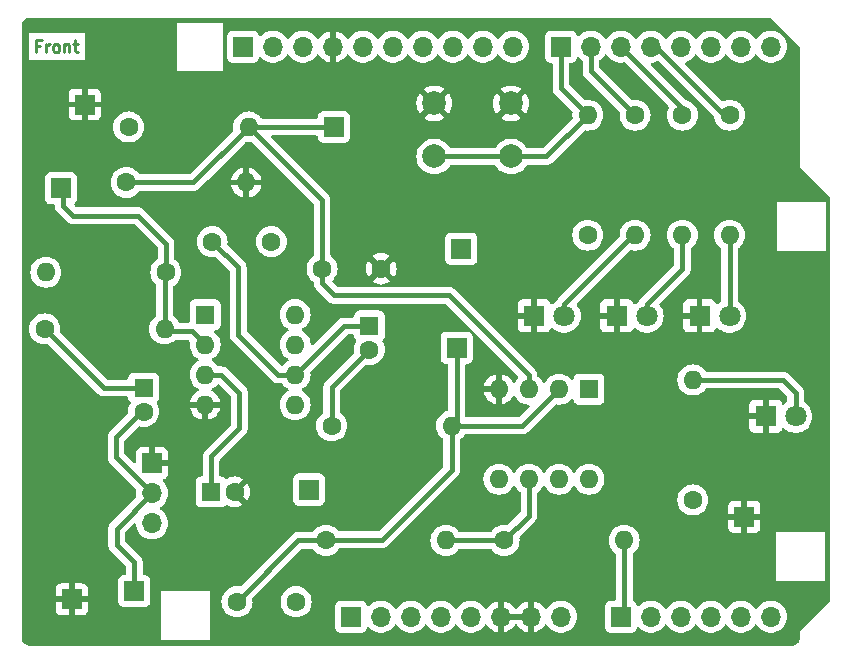
<source format=gbr>
%TF.GenerationSoftware,KiCad,Pcbnew,8.0.1*%
%TF.CreationDate,2024-05-26T17:54:05+02:00*%
%TF.ProjectId,BandPass,42616e64-5061-4737-932e-6b696361645f,v03*%
%TF.SameCoordinates,PX5f5e100PY5f5e100*%
%TF.FileFunction,Copper,L1,Top*%
%TF.FilePolarity,Positive*%
%FSLAX46Y46*%
G04 Gerber Fmt 4.6, Leading zero omitted, Abs format (unit mm)*
G04 Created by KiCad (PCBNEW 8.0.1) date 2024-05-26 17:54:05*
%MOMM*%
%LPD*%
G01*
G04 APERTURE LIST*
%ADD10C,0.250000*%
%TA.AperFunction,NonConductor*%
%ADD11C,0.250000*%
%TD*%
%TA.AperFunction,ComponentPad*%
%ADD12C,1.600000*%
%TD*%
%TA.AperFunction,ComponentPad*%
%ADD13O,1.600000X1.600000*%
%TD*%
%TA.AperFunction,ComponentPad*%
%ADD14R,1.700000X1.700000*%
%TD*%
%TA.AperFunction,ComponentPad*%
%ADD15R,1.600000X1.600000*%
%TD*%
%TA.AperFunction,ComponentPad*%
%ADD16R,1.800000X1.800000*%
%TD*%
%TA.AperFunction,ComponentPad*%
%ADD17C,1.800000*%
%TD*%
%TA.AperFunction,ComponentPad*%
%ADD18C,2.000000*%
%TD*%
%TA.AperFunction,ComponentPad*%
%ADD19O,1.700000X1.700000*%
%TD*%
%TA.AperFunction,Conductor*%
%ADD20C,0.400000*%
%TD*%
%TA.AperFunction,Conductor*%
%ADD21C,0.250000*%
%TD*%
G04 APERTURE END LIST*
D10*
D11*
X1635901Y50859191D02*
X1302568Y50859191D01*
X1302568Y50335381D02*
X1302568Y51335381D01*
X1302568Y51335381D02*
X1778758Y51335381D01*
X2159711Y50335381D02*
X2159711Y51002048D01*
X2159711Y50811572D02*
X2207330Y50906810D01*
X2207330Y50906810D02*
X2254949Y50954429D01*
X2254949Y50954429D02*
X2350187Y51002048D01*
X2350187Y51002048D02*
X2445425Y51002048D01*
X2921616Y50335381D02*
X2826378Y50383000D01*
X2826378Y50383000D02*
X2778759Y50430620D01*
X2778759Y50430620D02*
X2731140Y50525858D01*
X2731140Y50525858D02*
X2731140Y50811572D01*
X2731140Y50811572D02*
X2778759Y50906810D01*
X2778759Y50906810D02*
X2826378Y50954429D01*
X2826378Y50954429D02*
X2921616Y51002048D01*
X2921616Y51002048D02*
X3064473Y51002048D01*
X3064473Y51002048D02*
X3159711Y50954429D01*
X3159711Y50954429D02*
X3207330Y50906810D01*
X3207330Y50906810D02*
X3254949Y50811572D01*
X3254949Y50811572D02*
X3254949Y50525858D01*
X3254949Y50525858D02*
X3207330Y50430620D01*
X3207330Y50430620D02*
X3159711Y50383000D01*
X3159711Y50383000D02*
X3064473Y50335381D01*
X3064473Y50335381D02*
X2921616Y50335381D01*
X3683521Y51002048D02*
X3683521Y50335381D01*
X3683521Y50906810D02*
X3731140Y50954429D01*
X3731140Y50954429D02*
X3826378Y51002048D01*
X3826378Y51002048D02*
X3969235Y51002048D01*
X3969235Y51002048D02*
X4064473Y50954429D01*
X4064473Y50954429D02*
X4112092Y50859191D01*
X4112092Y50859191D02*
X4112092Y50335381D01*
X4445426Y51002048D02*
X4826378Y51002048D01*
X4588283Y51335381D02*
X4588283Y50478239D01*
X4588283Y50478239D02*
X4635902Y50383000D01*
X4635902Y50383000D02*
X4731140Y50335381D01*
X4731140Y50335381D02*
X4826378Y50335381D01*
D12*
%TO.P,R6,1*%
%TO.N,Net-(C5-Pad2)*%
X26320000Y18700000D03*
D13*
%TO.P,R6,2*%
%TO.N,Net-(U2--)*%
X36480000Y18700000D03*
%TD*%
D14*
%TO.P,Gnd2,1,1*%
%TO.N,GND*%
X4300000Y4000000D03*
%TD*%
%TO.P,VD1,1,1*%
%TO.N,Net-(U1-+)*%
X26500000Y44000000D03*
%TD*%
%TO.P,Op2_in1,1,1*%
%TO.N,Net-(U2--)*%
X36900000Y25300000D03*
%TD*%
D15*
%TO.P,C2,1*%
%TO.N,Net-(C2-Pad1)*%
X10400000Y21900000D03*
D12*
%TO.P,C2,2*%
%TO.N,Radar*%
X10400000Y19900000D03*
%TD*%
D16*
%TO.P,D1,1,K*%
%TO.N,GND*%
X63060000Y19500000D03*
D17*
%TO.P,D1,2,A*%
%TO.N,Net-(D1-A)*%
X65600000Y19500000D03*
%TD*%
D14*
%TO.P,Op1_Out1,1,1*%
%TO.N,Net-(C3-Pad2)*%
X37300000Y33700000D03*
%TD*%
D12*
%TO.P,R2,1*%
%TO.N,Net-(U1-+)*%
X8920000Y39300000D03*
D13*
%TO.P,R2,2*%
%TO.N,GND*%
X19080000Y39300000D03*
%TD*%
D12*
%TO.P,C6,1*%
%TO.N,Net-(U2--)*%
X18300000Y3800000D03*
%TO.P,C6,2*%
%TO.N,Net-(C6-Pad2)*%
X23300000Y3800000D03*
%TD*%
%TO.P,R1,1*%
%TO.N,+5V*%
X9120000Y44000000D03*
D13*
%TO.P,R1,2*%
%TO.N,Net-(U1-+)*%
X19280000Y44000000D03*
%TD*%
D12*
%TO.P,R7,1*%
%TO.N,Net-(U2--)*%
X25820000Y9000000D03*
D13*
%TO.P,R7,2*%
%TO.N,Net-(C6-Pad2)*%
X35980000Y9000000D03*
%TD*%
D14*
%TO.P,Gnd1,1,1*%
%TO.N,GND*%
X5400000Y45900000D03*
%TD*%
D15*
%TO.P,U2,1,NC*%
%TO.N,unconnected-(U2-NC-Pad1)*%
X48100000Y21800000D03*
D13*
%TO.P,U2,2,-*%
%TO.N,Net-(U2--)*%
X45560000Y21800000D03*
%TO.P,U2,3,+*%
%TO.N,Net-(U1-+)*%
X43020000Y21800000D03*
%TO.P,U2,4,V-*%
%TO.N,GND*%
X40480000Y21800000D03*
%TO.P,U2,5,NC*%
%TO.N,unconnected-(U2-NC-Pad5)*%
X40480000Y14180000D03*
%TO.P,U2,6*%
%TO.N,Net-(C6-Pad2)*%
X43020000Y14180000D03*
%TO.P,U2,7,V+*%
%TO.N,+5V*%
X45560000Y14180000D03*
%TO.P,U2,8,NC*%
%TO.N,unconnected-(U2-NC-Pad8)*%
X48100000Y14180000D03*
%TD*%
D16*
%TO.P,D4,1,K*%
%TO.N,GND*%
X57460000Y28000000D03*
D17*
%TO.P,D4,2,A*%
%TO.N,Net-(D4-A)*%
X60000000Y28000000D03*
%TD*%
D12*
%TO.P,R8,1*%
%TO.N,Net-(C6-Pad2)*%
X40920000Y9000000D03*
D13*
%TO.P,R8,2*%
%TO.N,VOut*%
X51080000Y9000000D03*
%TD*%
D12*
%TO.P,R10,1*%
%TO.N,LED_Yellowo*%
X56000000Y45000000D03*
D13*
%TO.P,R10,2*%
%TO.N,Net-(D3-A)*%
X56000000Y34840000D03*
%TD*%
D12*
%TO.P,R4,1*%
%TO.N,Net-(U1--)*%
X12280000Y31700000D03*
D13*
%TO.P,R4,2*%
%TO.N,Net-(C3-Pad2)*%
X2120000Y31700000D03*
%TD*%
D14*
%TO.P,Op2_Out1,1,1*%
%TO.N,Net-(C6-Pad2)*%
X24400000Y13300000D03*
%TD*%
D15*
%TO.P,C5,1*%
%TO.N,Net-(C3-Pad2)*%
X29500000Y27155112D03*
D12*
%TO.P,C5,2*%
%TO.N,Net-(C5-Pad2)*%
X29500000Y25155112D03*
%TD*%
D14*
%TO.P,OP1_in1,1,1*%
%TO.N,Net-(U1--)*%
X3400000Y38800000D03*
%TD*%
D12*
%TO.P,R5,1*%
%TO.N,+5V*%
X48000000Y34840000D03*
D13*
%TO.P,R5,2*%
%TO.N,Push_Buttoni*%
X48000000Y45000000D03*
%TD*%
D16*
%TO.P,D2,1,K*%
%TO.N,GND*%
X43460000Y28000000D03*
D17*
%TO.P,D2,2,A*%
%TO.N,Net-(D2-A)*%
X46000000Y28000000D03*
%TD*%
D18*
%TO.P,SW1,1,1*%
%TO.N,GND*%
X35000000Y46000000D03*
X41500000Y46000000D03*
%TO.P,SW1,2,2*%
%TO.N,Push_Buttoni*%
X35000000Y41500000D03*
X41500000Y41500000D03*
%TD*%
D16*
%TO.P,D3,1,K*%
%TO.N,GND*%
X50460000Y28000000D03*
D17*
%TO.P,D3,2,A*%
%TO.N,Net-(D3-A)*%
X53000000Y28000000D03*
%TD*%
D12*
%TO.P,C4,1*%
%TO.N,Net-(U1-+)*%
X25500000Y32000000D03*
%TO.P,C4,2*%
%TO.N,GND*%
X30500000Y32000000D03*
%TD*%
%TO.P,R9,1*%
%TO.N,LED_Redo*%
X52000000Y45000000D03*
D13*
%TO.P,R9,2*%
%TO.N,Net-(D2-A)*%
X52000000Y34840000D03*
%TD*%
D14*
%TO.P,J5,1,Pin_1*%
%TO.N,GND*%
X11100000Y15525000D03*
D19*
%TO.P,J5,2,Pin_2*%
%TO.N,Radar*%
X11100000Y12985000D03*
%TO.P,J5,3,Pin_3*%
%TO.N,+5V*%
X11100000Y10445000D03*
%TD*%
D14*
%TO.P,Gnd3,1,1*%
%TO.N,GND*%
X61250000Y11000000D03*
%TD*%
D12*
%TO.P,R12,1*%
%TO.N,+5V*%
X56900000Y12420000D03*
D13*
%TO.P,R12,2*%
%TO.N,Net-(D1-A)*%
X56900000Y22580000D03*
%TD*%
D12*
%TO.P,C3,1*%
%TO.N,Net-(U1--)*%
X21200000Y34300000D03*
%TO.P,C3,2*%
%TO.N,Net-(C3-Pad2)*%
X16200000Y34300000D03*
%TD*%
%TO.P,R3,1*%
%TO.N,Net-(C2-Pad1)*%
X2020000Y26900000D03*
D13*
%TO.P,R3,2*%
%TO.N,Net-(U1--)*%
X12180000Y26900000D03*
%TD*%
D14*
%TO.P,Vin1,1,1*%
%TO.N,Radar*%
X9600000Y4700000D03*
%TD*%
D12*
%TO.P,R11,1*%
%TO.N,LED_Greeno*%
X60000000Y45000000D03*
D13*
%TO.P,R11,2*%
%TO.N,Net-(D4-A)*%
X60000000Y34840000D03*
%TD*%
D15*
%TO.P,U1,1,NC*%
%TO.N,unconnected-(U1-NC-Pad1)*%
X15600000Y28100000D03*
D13*
%TO.P,U1,2,-*%
%TO.N,Net-(U1--)*%
X15600000Y25560000D03*
%TO.P,U1,3,+*%
%TO.N,Net-(U1-+)*%
X15600000Y23020000D03*
%TO.P,U1,4,V-*%
%TO.N,GND*%
X15600000Y20480000D03*
%TO.P,U1,5,NC*%
%TO.N,unconnected-(U1-NC-Pad5)*%
X23220000Y20480000D03*
%TO.P,U1,6*%
%TO.N,Net-(C3-Pad2)*%
X23220000Y23020000D03*
%TO.P,U1,7,V+*%
%TO.N,+5V*%
X23220000Y25560000D03*
%TO.P,U1,8,NC*%
%TO.N,unconnected-(U1-NC-Pad8)*%
X23220000Y28100000D03*
%TD*%
D15*
%TO.P,C1,1*%
%TO.N,Net-(U1-+)*%
X16100000Y13100000D03*
D12*
%TO.P,C1,2*%
%TO.N,GND*%
X18100000Y13100000D03*
%TD*%
D14*
%TO.P,J1,1,Pin_1*%
%TO.N,unconnected-(J1-Pin_1-Pad1)*%
X27940000Y2540000D03*
D19*
%TO.P,J1,2,Pin_2*%
%TO.N,/IOREF*%
X30480000Y2540000D03*
%TO.P,J1,3,Pin_3*%
%TO.N,/~{RESET}*%
X33020000Y2540000D03*
%TO.P,J1,4,Pin_4*%
%TO.N,unconnected-(J1-Pin_4-Pad4)*%
X35560000Y2540000D03*
%TO.P,J1,5,Pin_5*%
%TO.N,+5V*%
X38100000Y2540000D03*
%TO.P,J1,6,Pin_6*%
%TO.N,GND*%
X40640000Y2540000D03*
%TO.P,J1,7,Pin_7*%
X43180000Y2540000D03*
%TO.P,J1,8,Pin_8*%
%TO.N,unconnected-(J1-Pin_8-Pad8)*%
X45720000Y2540000D03*
%TD*%
D14*
%TO.P,J3,1,Pin_1*%
%TO.N,VOut*%
X50800000Y2540000D03*
D19*
%TO.P,J3,2,Pin_2*%
%TO.N,/A1*%
X53340000Y2540000D03*
%TO.P,J3,3,Pin_3*%
%TO.N,/A2*%
X55880000Y2540000D03*
%TO.P,J3,4,Pin_4*%
%TO.N,/A3*%
X58420000Y2540000D03*
%TO.P,J3,5,Pin_5*%
%TO.N,/SDA{slash}A4*%
X60960000Y2540000D03*
%TO.P,J3,6,Pin_6*%
%TO.N,/SCL{slash}A5*%
X63500000Y2540000D03*
%TD*%
D14*
%TO.P,J2,1,Pin_1*%
%TO.N,unconnected-(J2-Pin_1-Pad1)*%
X18796000Y50800000D03*
D19*
%TO.P,J2,2,Pin_2*%
%TO.N,unconnected-(J2-Pin_2-Pad2)*%
X21336000Y50800000D03*
%TO.P,J2,3,Pin_3*%
%TO.N,/AREF*%
X23876000Y50800000D03*
%TO.P,J2,4,Pin_4*%
%TO.N,GND*%
X26416000Y50800000D03*
%TO.P,J2,5,Pin_5*%
%TO.N,/13*%
X28956000Y50800000D03*
%TO.P,J2,6,Pin_6*%
%TO.N,/12*%
X31496000Y50800000D03*
%TO.P,J2,7,Pin_7*%
%TO.N,/\u002A11*%
X34036000Y50800000D03*
%TO.P,J2,8,Pin_8*%
%TO.N,/\u002A10*%
X36576000Y50800000D03*
%TO.P,J2,9,Pin_9*%
%TO.N,/\u002A9*%
X39116000Y50800000D03*
%TO.P,J2,10,Pin_10*%
%TO.N,/8*%
X41656000Y50800000D03*
%TD*%
D14*
%TO.P,J4,1,Pin_1*%
%TO.N,Push_Buttoni*%
X45720000Y50800000D03*
D19*
%TO.P,J4,2,Pin_2*%
%TO.N,LED_Redo*%
X48260000Y50800000D03*
%TO.P,J4,3,Pin_3*%
%TO.N,LED_Yellowo*%
X50800000Y50800000D03*
%TO.P,J4,4,Pin_4*%
%TO.N,LED_Greeno*%
X53340000Y50800000D03*
%TO.P,J4,5,Pin_5*%
%TO.N,/\u002A3*%
X55880000Y50800000D03*
%TO.P,J4,6,Pin_6*%
%TO.N,/2*%
X58420000Y50800000D03*
%TO.P,J4,7,Pin_7*%
%TO.N,/TX{slash}1*%
X60960000Y50800000D03*
%TO.P,J4,8,Pin_8*%
%TO.N,/RX{slash}0*%
X63500000Y50800000D03*
%TD*%
D20*
%TO.N,Net-(U1-+)*%
X43020000Y22980000D02*
X43020000Y21800000D01*
X25500000Y37780000D02*
X25500000Y32000000D01*
X16100000Y13100000D02*
X16100000Y16100000D01*
X25500000Y37780000D02*
X19280000Y44000000D01*
X25500000Y32000000D02*
X25500000Y30750000D01*
X25500000Y30750000D02*
X26500000Y29750000D01*
X14580000Y39300000D02*
X19280000Y44000000D01*
X19280000Y44000000D02*
X26500000Y44000000D01*
X26500000Y29750000D02*
X36250000Y29750000D01*
X16980000Y23020000D02*
X15600000Y23020000D01*
X8920000Y39300000D02*
X14580000Y39300000D01*
X36250000Y29750000D02*
X43020000Y22980000D01*
X18500000Y18500000D02*
X18500000Y21500000D01*
X16100000Y16100000D02*
X18500000Y18500000D01*
X18500000Y21500000D02*
X16980000Y23020000D01*
%TO.N,Net-(C2-Pad1)*%
X10400000Y21900000D02*
X7020000Y21900000D01*
X7020000Y21900000D02*
X2020000Y26900000D01*
%TO.N,Radar*%
X8115000Y10000000D02*
X11100000Y12985000D01*
X8050000Y17750000D02*
X10200000Y19900000D01*
X11100000Y12985000D02*
X8050000Y16035000D01*
X9600000Y4700000D02*
X9600000Y7150000D01*
X8050000Y16035000D02*
X8050000Y17750000D01*
X8115000Y8635000D02*
X8115000Y10000000D01*
X9600000Y7150000D02*
X8115000Y8635000D01*
X10200000Y19900000D02*
X10400000Y19900000D01*
%TO.N,Net-(C3-Pad2)*%
X18400000Y26400000D02*
X21780000Y23020000D01*
X16200000Y34300000D02*
X18400000Y32100000D01*
X27355112Y27155112D02*
X23220000Y23020000D01*
X29500000Y27155112D02*
X27355112Y27155112D01*
X21780000Y23020000D02*
X23220000Y23020000D01*
X18400000Y32100000D02*
X18400000Y26400000D01*
%TO.N,Net-(U1--)*%
X12180000Y26900000D02*
X12380000Y26700000D01*
X12280000Y34120000D02*
X12280000Y31700000D01*
D21*
X3400000Y38800000D02*
X3600000Y38800000D01*
D20*
X9900000Y36500000D02*
X12280000Y34120000D01*
X12380000Y26700000D02*
X14460000Y26700000D01*
D21*
X12280000Y31620000D02*
X12180000Y31520000D01*
D20*
X4400000Y36500000D02*
X9900000Y36500000D01*
X3600000Y38800000D02*
X3600000Y37300000D01*
X12180000Y31520000D02*
X12180000Y26900000D01*
D21*
X12280000Y31700000D02*
X12280000Y31620000D01*
D20*
X14460000Y26700000D02*
X15600000Y25560000D01*
X3600000Y37300000D02*
X4400000Y36500000D01*
%TO.N,Net-(C5-Pad2)*%
X26320000Y18700000D02*
X26320000Y21975112D01*
X26320000Y21975112D02*
X29500000Y25155112D01*
%TO.N,Net-(C6-Pad2)*%
X35980000Y9000000D02*
X40920000Y9000000D01*
X43020000Y11100000D02*
X43020000Y14180000D01*
X40920000Y9000000D02*
X43020000Y11100000D01*
%TO.N,Net-(U2--)*%
X25820000Y9000000D02*
X23500000Y9000000D01*
X36480000Y18700000D02*
X42460000Y18700000D01*
X23500000Y9000000D02*
X18300000Y3800000D01*
X30570000Y9070000D02*
X25820000Y9070000D01*
X36900000Y19120000D02*
X36480000Y18700000D01*
X36900000Y25300000D02*
X36900000Y19120000D01*
X36480000Y14980000D02*
X30570000Y9070000D01*
X42460000Y18700000D02*
X45560000Y21800000D01*
X36480000Y18700000D02*
X36480000Y14980000D01*
D21*
X25820000Y9070000D02*
X25820000Y9000000D01*
D20*
%TO.N,Net-(D1-A)*%
X64520000Y22580000D02*
X65600000Y21500000D01*
X56900000Y22580000D02*
X64520000Y22580000D01*
X65600000Y21500000D02*
X65600000Y19500000D01*
D21*
%TO.N,Net-(D2-A)*%
X51840000Y34840000D02*
X52000000Y34840000D01*
D20*
X46000000Y29000000D02*
X51840000Y34840000D01*
X46000000Y28000000D02*
X46000000Y29000000D01*
%TO.N,Net-(D3-A)*%
X53000000Y28000000D02*
X53000000Y29000000D01*
X53000000Y29000000D02*
X56000000Y32000000D01*
X56000000Y32000000D02*
X56000000Y34840000D01*
%TO.N,Net-(D4-A)*%
X60000000Y28000000D02*
X60000000Y34840000D01*
%TO.N,VOut*%
X51080000Y9000000D02*
X51080000Y2820000D01*
X51080000Y2820000D02*
X50800000Y2540000D01*
%TO.N,Push_Buttoni*%
X35000000Y41500000D02*
X41500000Y41500000D01*
X48000000Y45000000D02*
X44500000Y41500000D01*
X45720000Y47280000D02*
X45720000Y50800000D01*
X45720000Y47280000D02*
X48000000Y45000000D01*
X44500000Y41500000D02*
X41500000Y41500000D01*
%TO.N,LED_Redo*%
X48260000Y48740000D02*
X52000000Y45000000D01*
X48260000Y50800000D02*
X48260000Y48740000D01*
D21*
%TO.N,LED_Greeno*%
X59570000Y45000000D02*
X60000000Y45000000D01*
X53340000Y50800000D02*
X53770000Y50800000D01*
D20*
X53770000Y50800000D02*
X59570000Y45000000D01*
%TO.N,LED_Yellowo*%
X50800000Y50800000D02*
X56000000Y45600000D01*
D21*
X56000000Y45600000D02*
X56000000Y45000000D01*
%TD*%
%TA.AperFunction,Conductor*%
%TO.N,GND*%
G36*
X42714075Y2732993D02*
G01*
X42680000Y2605826D01*
X42680000Y2474174D01*
X42714075Y2347007D01*
X42746988Y2290000D01*
X41073012Y2290000D01*
X41105925Y2347007D01*
X41140000Y2474174D01*
X41140000Y2605826D01*
X41105925Y2732993D01*
X41073012Y2790000D01*
X42746988Y2790000D01*
X42714075Y2732993D01*
G37*
%TD.AperFunction*%
%TA.AperFunction,Conductor*%
G36*
X63484404Y53244815D02*
G01*
X63505046Y53228181D01*
X65928181Y50805046D01*
X65961666Y50743723D01*
X65964500Y50717365D01*
X65964500Y40655018D01*
X65964500Y40624982D01*
X65975994Y40597233D01*
X65975995Y40597232D01*
X68468181Y38105046D01*
X68501666Y38043723D01*
X68504500Y38017365D01*
X68504500Y3892636D01*
X68484815Y3825597D01*
X68468181Y3804955D01*
X65997233Y1334006D01*
X65975995Y1312769D01*
X65964500Y1285018D01*
X65964500Y768093D01*
X65963903Y755938D01*
X65952505Y640222D01*
X65947763Y616382D01*
X65917832Y517710D01*
X65915789Y510976D01*
X65906486Y488518D01*
X65854561Y391373D01*
X65841056Y371161D01*
X65771176Y286012D01*
X65753988Y268824D01*
X65668839Y198944D01*
X65648627Y185439D01*
X65551482Y133514D01*
X65529028Y124213D01*
X65487028Y111472D01*
X65423618Y92237D01*
X65399778Y87495D01*
X65291162Y76797D01*
X65284060Y76097D01*
X65271907Y75500D01*
X768093Y75500D01*
X755939Y76097D01*
X747995Y76880D01*
X640221Y87495D01*
X616381Y92237D01*
X599445Y97375D01*
X510968Y124214D01*
X488517Y133514D01*
X391372Y185439D01*
X371160Y198944D01*
X286011Y268824D01*
X268823Y286012D01*
X198943Y371161D01*
X185438Y391373D01*
X133510Y488524D01*
X124215Y510963D01*
X92234Y616388D01*
X87494Y640223D01*
X76097Y755939D01*
X75500Y768093D01*
X75500Y3102156D01*
X2950000Y3102156D01*
X2956401Y3042628D01*
X2956403Y3042621D01*
X3006645Y2907914D01*
X3006649Y2907907D01*
X3092809Y2792813D01*
X3092812Y2792810D01*
X3207906Y2706650D01*
X3207913Y2706646D01*
X3342620Y2656404D01*
X3342627Y2656402D01*
X3402155Y2650001D01*
X3402172Y2650000D01*
X4050000Y2650000D01*
X4050000Y3566988D01*
X4107007Y3534075D01*
X4234174Y3500000D01*
X4365826Y3500000D01*
X4492993Y3534075D01*
X4550000Y3566988D01*
X4550000Y2650000D01*
X5197828Y2650000D01*
X5197844Y2650001D01*
X5257372Y2656402D01*
X5257379Y2656404D01*
X5392086Y2706646D01*
X5392093Y2706650D01*
X5507187Y2792810D01*
X5507190Y2792813D01*
X5593350Y2907907D01*
X5593354Y2907914D01*
X5643596Y3042621D01*
X5643598Y3042628D01*
X5649999Y3102156D01*
X5650000Y3102173D01*
X5650000Y3750000D01*
X4733012Y3750000D01*
X4765925Y3807007D01*
X4800000Y3934174D01*
X4800000Y4065826D01*
X4765925Y4192993D01*
X4733012Y4250000D01*
X5650000Y4250000D01*
X5650000Y4897828D01*
X5649999Y4897845D01*
X5643598Y4957373D01*
X5643596Y4957380D01*
X5593354Y5092087D01*
X5593350Y5092094D01*
X5507190Y5207188D01*
X5507187Y5207191D01*
X5392093Y5293351D01*
X5392086Y5293355D01*
X5257379Y5343597D01*
X5257372Y5343599D01*
X5197844Y5350000D01*
X4550000Y5350000D01*
X4550000Y4433012D01*
X4492993Y4465925D01*
X4365826Y4500000D01*
X4234174Y4500000D01*
X4107007Y4465925D01*
X4050000Y4433012D01*
X4050000Y5350000D01*
X3402155Y5350000D01*
X3342627Y5343599D01*
X3342620Y5343597D01*
X3207913Y5293355D01*
X3207906Y5293351D01*
X3092812Y5207191D01*
X3092809Y5207188D01*
X3006649Y5092094D01*
X3006645Y5092087D01*
X2956403Y4957380D01*
X2956401Y4957373D01*
X2950000Y4897845D01*
X2950000Y4250000D01*
X3866988Y4250000D01*
X3834075Y4192993D01*
X3800000Y4065826D01*
X3800000Y3934174D01*
X3834075Y3807007D01*
X3866988Y3750000D01*
X2950000Y3750000D01*
X2950000Y3102156D01*
X75500Y3102156D01*
X75500Y26899999D01*
X706502Y26899999D01*
X726456Y26671919D01*
X726457Y26671911D01*
X785714Y26450762D01*
X785718Y26450751D01*
X881237Y26245910D01*
X882477Y26243251D01*
X1013802Y26055700D01*
X1175700Y25893802D01*
X1363251Y25762477D01*
X1488091Y25704264D01*
X1570750Y25665719D01*
X1570752Y25665719D01*
X1570757Y25665716D01*
X1791913Y25606457D01*
X1948471Y25592760D01*
X2019998Y25586502D01*
X2020000Y25586502D01*
X2020001Y25586502D01*
X2035596Y25587867D01*
X2248087Y25606457D01*
X2248093Y25606459D01*
X2248862Y25606526D01*
X2317362Y25592760D01*
X2347351Y25570679D01*
X6568354Y21349675D01*
X6568358Y21349672D01*
X6684399Y21272135D01*
X6684400Y21272135D01*
X6684401Y21272134D01*
X6684403Y21272133D01*
X6755102Y21242849D01*
X6775572Y21234370D01*
X6813338Y21218727D01*
X6813340Y21218727D01*
X6813345Y21218725D01*
X6950214Y21191501D01*
X6950218Y21191500D01*
X6950219Y21191500D01*
X7089782Y21191500D01*
X8967500Y21191500D01*
X9034539Y21171815D01*
X9080294Y21119011D01*
X9091500Y21067500D01*
X9091500Y21051346D01*
X9098011Y20990798D01*
X9098011Y20990796D01*
X9139337Y20880000D01*
X9149111Y20853796D01*
X9236739Y20736739D01*
X9240146Y20734188D01*
X9242698Y20730780D01*
X9243010Y20730468D01*
X9242965Y20730424D01*
X9282018Y20678256D01*
X9287004Y20608564D01*
X9267417Y20563805D01*
X9262479Y20556753D01*
X9262474Y20556744D01*
X9165718Y20349250D01*
X9165714Y20349239D01*
X9106457Y20128090D01*
X9106456Y20128082D01*
X9086502Y19900002D01*
X9086502Y19899997D01*
X9090434Y19855047D01*
X9076667Y19786547D01*
X9054587Y19756560D01*
X7499674Y18201647D01*
X7499668Y18201639D01*
X7422137Y18085606D01*
X7422135Y18085601D01*
X7384369Y17994428D01*
X7384368Y17994427D01*
X7368727Y17956664D01*
X7368725Y17956658D01*
X7341500Y17819786D01*
X7341500Y15965214D01*
X7368724Y15828347D01*
X7368727Y15828338D01*
X7422135Y15699399D01*
X7422136Y15699396D01*
X7499671Y15583358D01*
X7499674Y15583354D01*
X9729504Y13353525D01*
X9762989Y13292202D01*
X9762029Y13235405D01*
X9755435Y13209367D01*
X9736844Y12985006D01*
X9736844Y12984995D01*
X9755435Y12760636D01*
X9762029Y12734597D01*
X9759404Y12664777D01*
X9729504Y12616476D01*
X7564674Y10451647D01*
X7564668Y10451639D01*
X7487137Y10335606D01*
X7484151Y10328398D01*
X7449369Y10244428D01*
X7449368Y10244427D01*
X7433727Y10206664D01*
X7433725Y10206658D01*
X7406500Y10069786D01*
X7406500Y8565218D01*
X7409854Y8548358D01*
X7409854Y8548356D01*
X7433725Y8428347D01*
X7433727Y8428338D01*
X7449257Y8390845D01*
X7449258Y8390843D01*
X7449257Y8390843D01*
X7487131Y8299406D01*
X7487138Y8299393D01*
X7564671Y8183358D01*
X7564674Y8183354D01*
X8855181Y6892848D01*
X8888666Y6831525D01*
X8891500Y6805167D01*
X8891500Y6182500D01*
X8871815Y6115461D01*
X8819011Y6069706D01*
X8767500Y6058500D01*
X8701345Y6058500D01*
X8640797Y6051989D01*
X8640795Y6051989D01*
X8503795Y6000889D01*
X8386739Y5913261D01*
X8299111Y5796205D01*
X8248011Y5659205D01*
X8248011Y5659203D01*
X8241500Y5598655D01*
X8241500Y3801346D01*
X8248011Y3740798D01*
X8248011Y3740796D01*
X8287023Y3636205D01*
X8299111Y3603796D01*
X8386739Y3486739D01*
X8503796Y3399111D01*
X8640799Y3348011D01*
X8668050Y3345082D01*
X8701345Y3341501D01*
X8701362Y3341500D01*
X10498638Y3341500D01*
X10498654Y3341501D01*
X10525692Y3344409D01*
X10559201Y3348011D01*
X10696204Y3399111D01*
X10813261Y3486739D01*
X10900889Y3603796D01*
X10951989Y3740799D01*
X10957100Y3788339D01*
X10958499Y3801346D01*
X10958500Y3801363D01*
X10958500Y4700000D01*
X11850000Y4700000D01*
X11850000Y550000D01*
X16000000Y550000D01*
X16000000Y1641346D01*
X26581500Y1641346D01*
X26588011Y1580798D01*
X26588011Y1580796D01*
X26639111Y1443796D01*
X26726739Y1326739D01*
X26843796Y1239111D01*
X26980799Y1188011D01*
X27008050Y1185082D01*
X27041345Y1181501D01*
X27041362Y1181500D01*
X28838638Y1181500D01*
X28838654Y1181501D01*
X28865692Y1184409D01*
X28899201Y1188011D01*
X29036204Y1239111D01*
X29153261Y1326739D01*
X29240889Y1443796D01*
X29286138Y1565113D01*
X29328009Y1621044D01*
X29393474Y1645461D01*
X29461746Y1630609D01*
X29493545Y1605764D01*
X29556760Y1537094D01*
X29734424Y1398811D01*
X29734425Y1398811D01*
X29734427Y1398809D01*
X29861135Y1330239D01*
X29932426Y1291658D01*
X30145365Y1218556D01*
X30367431Y1181500D01*
X30592569Y1181500D01*
X30814635Y1218556D01*
X31027574Y1291658D01*
X31225576Y1398811D01*
X31403240Y1537094D01*
X31524594Y1668918D01*
X31555715Y1702724D01*
X31555715Y1702725D01*
X31555722Y1702732D01*
X31646193Y1841210D01*
X31699338Y1886563D01*
X31768569Y1895987D01*
X31831905Y1866485D01*
X31853804Y1841213D01*
X31944278Y1702732D01*
X31944283Y1702727D01*
X31944284Y1702724D01*
X32070968Y1565111D01*
X32096760Y1537094D01*
X32274424Y1398811D01*
X32274425Y1398811D01*
X32274427Y1398809D01*
X32401135Y1330239D01*
X32472426Y1291658D01*
X32685365Y1218556D01*
X32907431Y1181500D01*
X33132569Y1181500D01*
X33354635Y1218556D01*
X33567574Y1291658D01*
X33765576Y1398811D01*
X33943240Y1537094D01*
X34064594Y1668918D01*
X34095715Y1702724D01*
X34095715Y1702725D01*
X34095722Y1702732D01*
X34186193Y1841210D01*
X34239338Y1886563D01*
X34308569Y1895987D01*
X34371905Y1866485D01*
X34393804Y1841213D01*
X34484278Y1702732D01*
X34484283Y1702727D01*
X34484284Y1702724D01*
X34610968Y1565111D01*
X34636760Y1537094D01*
X34814424Y1398811D01*
X34814425Y1398811D01*
X34814427Y1398809D01*
X34941135Y1330239D01*
X35012426Y1291658D01*
X35225365Y1218556D01*
X35447431Y1181500D01*
X35672569Y1181500D01*
X35894635Y1218556D01*
X36107574Y1291658D01*
X36305576Y1398811D01*
X36483240Y1537094D01*
X36604594Y1668918D01*
X36635715Y1702724D01*
X36635715Y1702725D01*
X36635722Y1702732D01*
X36726193Y1841210D01*
X36779338Y1886563D01*
X36848569Y1895987D01*
X36911905Y1866485D01*
X36933804Y1841213D01*
X37024278Y1702732D01*
X37024283Y1702727D01*
X37024284Y1702724D01*
X37150968Y1565111D01*
X37176760Y1537094D01*
X37354424Y1398811D01*
X37354425Y1398811D01*
X37354427Y1398809D01*
X37481135Y1330239D01*
X37552426Y1291658D01*
X37765365Y1218556D01*
X37987431Y1181500D01*
X38212569Y1181500D01*
X38434635Y1218556D01*
X38647574Y1291658D01*
X38845576Y1398811D01*
X39023240Y1537094D01*
X39144594Y1668918D01*
X39175715Y1702724D01*
X39175715Y1702725D01*
X39175722Y1702732D01*
X39269749Y1846653D01*
X39322894Y1892006D01*
X39392125Y1901430D01*
X39455461Y1871928D01*
X39475130Y1849952D01*
X39601890Y1668922D01*
X39768917Y1501895D01*
X39962421Y1366400D01*
X40176507Y1266571D01*
X40176516Y1266567D01*
X40390000Y1209366D01*
X40390000Y2106988D01*
X40447007Y2074075D01*
X40574174Y2040000D01*
X40705826Y2040000D01*
X40832993Y2074075D01*
X40890000Y2106988D01*
X40890000Y1209367D01*
X41103483Y1266567D01*
X41103492Y1266571D01*
X41317578Y1366400D01*
X41511082Y1501895D01*
X41678105Y1668918D01*
X41808425Y1855032D01*
X41863002Y1898656D01*
X41932501Y1905849D01*
X41994855Y1874327D01*
X42011575Y1855032D01*
X42141894Y1668918D01*
X42308917Y1501895D01*
X42502421Y1366400D01*
X42716507Y1266571D01*
X42716516Y1266567D01*
X42930000Y1209366D01*
X42930000Y2106988D01*
X42987007Y2074075D01*
X43114174Y2040000D01*
X43245826Y2040000D01*
X43372993Y2074075D01*
X43430000Y2106988D01*
X43430000Y1209367D01*
X43643483Y1266567D01*
X43643492Y1266571D01*
X43857578Y1366400D01*
X44051082Y1501895D01*
X44218105Y1668918D01*
X44344868Y1849952D01*
X44399445Y1893577D01*
X44468944Y1900769D01*
X44531298Y1869247D01*
X44550251Y1846650D01*
X44644276Y1702735D01*
X44644284Y1702724D01*
X44770968Y1565111D01*
X44796760Y1537094D01*
X44974424Y1398811D01*
X44974425Y1398811D01*
X44974427Y1398809D01*
X45101135Y1330239D01*
X45172426Y1291658D01*
X45385365Y1218556D01*
X45607431Y1181500D01*
X45832569Y1181500D01*
X46054635Y1218556D01*
X46267574Y1291658D01*
X46465576Y1398811D01*
X46643240Y1537094D01*
X46739212Y1641346D01*
X49441500Y1641346D01*
X49448011Y1580798D01*
X49448011Y1580796D01*
X49499111Y1443796D01*
X49586739Y1326739D01*
X49703796Y1239111D01*
X49840799Y1188011D01*
X49868050Y1185082D01*
X49901345Y1181501D01*
X49901362Y1181500D01*
X51698638Y1181500D01*
X51698654Y1181501D01*
X51725692Y1184409D01*
X51759201Y1188011D01*
X51896204Y1239111D01*
X52013261Y1326739D01*
X52100889Y1443796D01*
X52146138Y1565113D01*
X52188009Y1621044D01*
X52253474Y1645461D01*
X52321746Y1630609D01*
X52353545Y1605764D01*
X52416760Y1537094D01*
X52594424Y1398811D01*
X52594425Y1398811D01*
X52594427Y1398809D01*
X52721135Y1330239D01*
X52792426Y1291658D01*
X53005365Y1218556D01*
X53227431Y1181500D01*
X53452569Y1181500D01*
X53674635Y1218556D01*
X53887574Y1291658D01*
X54085576Y1398811D01*
X54263240Y1537094D01*
X54384594Y1668918D01*
X54415715Y1702724D01*
X54415715Y1702725D01*
X54415722Y1702732D01*
X54506193Y1841210D01*
X54559338Y1886563D01*
X54628569Y1895987D01*
X54691905Y1866485D01*
X54713804Y1841213D01*
X54804278Y1702732D01*
X54804283Y1702727D01*
X54804284Y1702724D01*
X54930968Y1565111D01*
X54956760Y1537094D01*
X55134424Y1398811D01*
X55134425Y1398811D01*
X55134427Y1398809D01*
X55261135Y1330239D01*
X55332426Y1291658D01*
X55545365Y1218556D01*
X55767431Y1181500D01*
X55992569Y1181500D01*
X56214635Y1218556D01*
X56427574Y1291658D01*
X56625576Y1398811D01*
X56803240Y1537094D01*
X56924594Y1668918D01*
X56955715Y1702724D01*
X56955715Y1702725D01*
X56955722Y1702732D01*
X57046193Y1841210D01*
X57099338Y1886563D01*
X57168569Y1895987D01*
X57231905Y1866485D01*
X57253804Y1841213D01*
X57344278Y1702732D01*
X57344283Y1702727D01*
X57344284Y1702724D01*
X57470968Y1565111D01*
X57496760Y1537094D01*
X57674424Y1398811D01*
X57674425Y1398811D01*
X57674427Y1398809D01*
X57801135Y1330239D01*
X57872426Y1291658D01*
X58085365Y1218556D01*
X58307431Y1181500D01*
X58532569Y1181500D01*
X58754635Y1218556D01*
X58967574Y1291658D01*
X59165576Y1398811D01*
X59343240Y1537094D01*
X59464594Y1668918D01*
X59495715Y1702724D01*
X59495715Y1702725D01*
X59495722Y1702732D01*
X59586193Y1841210D01*
X59639338Y1886563D01*
X59708569Y1895987D01*
X59771905Y1866485D01*
X59793804Y1841213D01*
X59884278Y1702732D01*
X59884283Y1702727D01*
X59884284Y1702724D01*
X60010968Y1565111D01*
X60036760Y1537094D01*
X60214424Y1398811D01*
X60214425Y1398811D01*
X60214427Y1398809D01*
X60341135Y1330239D01*
X60412426Y1291658D01*
X60625365Y1218556D01*
X60847431Y1181500D01*
X61072569Y1181500D01*
X61294635Y1218556D01*
X61507574Y1291658D01*
X61705576Y1398811D01*
X61883240Y1537094D01*
X62004594Y1668918D01*
X62035715Y1702724D01*
X62035715Y1702725D01*
X62035722Y1702732D01*
X62126193Y1841210D01*
X62179338Y1886563D01*
X62248569Y1895987D01*
X62311905Y1866485D01*
X62333804Y1841213D01*
X62424278Y1702732D01*
X62424283Y1702727D01*
X62424284Y1702724D01*
X62550968Y1565111D01*
X62576760Y1537094D01*
X62754424Y1398811D01*
X62754425Y1398811D01*
X62754427Y1398809D01*
X62881135Y1330239D01*
X62952426Y1291658D01*
X63165365Y1218556D01*
X63387431Y1181500D01*
X63612569Y1181500D01*
X63834635Y1218556D01*
X64047574Y1291658D01*
X64245576Y1398811D01*
X64423240Y1537094D01*
X64544594Y1668918D01*
X64575715Y1702724D01*
X64575717Y1702727D01*
X64575722Y1702732D01*
X64698860Y1891209D01*
X64789296Y2097384D01*
X64844564Y2315632D01*
X64847164Y2347007D01*
X64863156Y2539995D01*
X64863156Y2540006D01*
X64844565Y2764360D01*
X64844563Y2764372D01*
X64789296Y2982615D01*
X64779071Y3005925D01*
X64698860Y3188791D01*
X64682706Y3213516D01*
X64599090Y3341501D01*
X64575722Y3377268D01*
X64575719Y3377271D01*
X64575715Y3377277D01*
X64423243Y3542903D01*
X64423238Y3542908D01*
X64245577Y3681188D01*
X64245572Y3681192D01*
X64047580Y3788339D01*
X64047577Y3788341D01*
X64047574Y3788342D01*
X64047571Y3788343D01*
X64047569Y3788344D01*
X63834637Y3861444D01*
X63612569Y3898500D01*
X63387431Y3898500D01*
X63165362Y3861444D01*
X62952430Y3788344D01*
X62952419Y3788339D01*
X62754427Y3681192D01*
X62754422Y3681188D01*
X62576761Y3542908D01*
X62576756Y3542903D01*
X62424284Y3377277D01*
X62424276Y3377266D01*
X62333808Y3238794D01*
X62280662Y3193438D01*
X62211431Y3184014D01*
X62148095Y3213516D01*
X62126192Y3238794D01*
X62059090Y3341501D01*
X62035722Y3377268D01*
X62035719Y3377271D01*
X62035715Y3377277D01*
X61883243Y3542903D01*
X61883238Y3542908D01*
X61705577Y3681188D01*
X61705572Y3681192D01*
X61507580Y3788339D01*
X61507577Y3788341D01*
X61507574Y3788342D01*
X61507571Y3788343D01*
X61507569Y3788344D01*
X61294637Y3861444D01*
X61072569Y3898500D01*
X60847431Y3898500D01*
X60625362Y3861444D01*
X60412430Y3788344D01*
X60412419Y3788339D01*
X60214427Y3681192D01*
X60214422Y3681188D01*
X60036761Y3542908D01*
X60036756Y3542903D01*
X59884284Y3377277D01*
X59884276Y3377266D01*
X59793808Y3238794D01*
X59740662Y3193438D01*
X59671431Y3184014D01*
X59608095Y3213516D01*
X59586192Y3238794D01*
X59519090Y3341501D01*
X59495722Y3377268D01*
X59495719Y3377271D01*
X59495715Y3377277D01*
X59343243Y3542903D01*
X59343238Y3542908D01*
X59165577Y3681188D01*
X59165572Y3681192D01*
X58967580Y3788339D01*
X58967577Y3788341D01*
X58967574Y3788342D01*
X58967571Y3788343D01*
X58967569Y3788344D01*
X58754637Y3861444D01*
X58532569Y3898500D01*
X58307431Y3898500D01*
X58085362Y3861444D01*
X57872430Y3788344D01*
X57872419Y3788339D01*
X57674427Y3681192D01*
X57674422Y3681188D01*
X57496761Y3542908D01*
X57496756Y3542903D01*
X57344284Y3377277D01*
X57344276Y3377266D01*
X57253808Y3238794D01*
X57200662Y3193438D01*
X57131431Y3184014D01*
X57068095Y3213516D01*
X57046192Y3238794D01*
X56979090Y3341501D01*
X56955722Y3377268D01*
X56955719Y3377271D01*
X56955715Y3377277D01*
X56803243Y3542903D01*
X56803238Y3542908D01*
X56625577Y3681188D01*
X56625572Y3681192D01*
X56427580Y3788339D01*
X56427577Y3788341D01*
X56427574Y3788342D01*
X56427571Y3788343D01*
X56427569Y3788344D01*
X56214637Y3861444D01*
X55992569Y3898500D01*
X55767431Y3898500D01*
X55545362Y3861444D01*
X55332430Y3788344D01*
X55332419Y3788339D01*
X55134427Y3681192D01*
X55134422Y3681188D01*
X54956761Y3542908D01*
X54956756Y3542903D01*
X54804284Y3377277D01*
X54804276Y3377266D01*
X54713808Y3238794D01*
X54660662Y3193438D01*
X54591431Y3184014D01*
X54528095Y3213516D01*
X54506192Y3238794D01*
X54439090Y3341501D01*
X54415722Y3377268D01*
X54415719Y3377271D01*
X54415715Y3377277D01*
X54263243Y3542903D01*
X54263238Y3542908D01*
X54085577Y3681188D01*
X54085572Y3681192D01*
X53887580Y3788339D01*
X53887577Y3788341D01*
X53887574Y3788342D01*
X53887571Y3788343D01*
X53887569Y3788344D01*
X53674637Y3861444D01*
X53452569Y3898500D01*
X53227431Y3898500D01*
X53005362Y3861444D01*
X52792430Y3788344D01*
X52792419Y3788339D01*
X52594427Y3681192D01*
X52594422Y3681188D01*
X52416761Y3542908D01*
X52353548Y3474240D01*
X52293661Y3438250D01*
X52223823Y3440351D01*
X52166207Y3479876D01*
X52146138Y3514890D01*
X52100889Y3636204D01*
X52067214Y3681188D01*
X52013261Y3753261D01*
X51896204Y3840889D01*
X51896202Y3840890D01*
X51896203Y3840890D01*
X51869163Y3850976D01*
X51813231Y3892849D01*
X51788816Y3958314D01*
X51788500Y3967156D01*
X51788500Y7834164D01*
X51808185Y7901203D01*
X51841377Y7935739D01*
X51924300Y7993802D01*
X52086198Y8155700D01*
X52217523Y8343251D01*
X52314284Y8550757D01*
X52373543Y8771913D01*
X52393498Y9000000D01*
X52373543Y9228087D01*
X52314284Y9449243D01*
X52217523Y9656749D01*
X52086198Y9844300D01*
X51924300Y10006198D01*
X51787258Y10102156D01*
X59900000Y10102156D01*
X59906401Y10042628D01*
X59906403Y10042621D01*
X59956645Y9907914D01*
X59956649Y9907907D01*
X60042809Y9792813D01*
X60042812Y9792810D01*
X60157906Y9706650D01*
X60157913Y9706646D01*
X60292620Y9656404D01*
X60292627Y9656402D01*
X60352155Y9650001D01*
X60352172Y9650000D01*
X61000000Y9650000D01*
X61000000Y10566988D01*
X61057007Y10534075D01*
X61184174Y10500000D01*
X61315826Y10500000D01*
X61442993Y10534075D01*
X61500000Y10566988D01*
X61500000Y9650000D01*
X62147828Y9650000D01*
X62147844Y9650001D01*
X62207372Y9656402D01*
X62207379Y9656404D01*
X62324267Y9700000D01*
X63950000Y9700000D01*
X63950000Y5550000D01*
X68100000Y5550000D01*
X68100000Y9700000D01*
X63950000Y9700000D01*
X62324267Y9700000D01*
X62342086Y9706646D01*
X62342093Y9706650D01*
X62457187Y9792810D01*
X62457190Y9792813D01*
X62543350Y9907907D01*
X62543354Y9907914D01*
X62593596Y10042621D01*
X62593598Y10042628D01*
X62599999Y10102156D01*
X62600000Y10102173D01*
X62600000Y10750000D01*
X61683012Y10750000D01*
X61715925Y10807007D01*
X61750000Y10934174D01*
X61750000Y11065826D01*
X61715925Y11192993D01*
X61683012Y11250000D01*
X62600000Y11250000D01*
X62600000Y11897828D01*
X62599999Y11897845D01*
X62593598Y11957373D01*
X62593596Y11957380D01*
X62543354Y12092087D01*
X62543350Y12092094D01*
X62457190Y12207188D01*
X62457187Y12207191D01*
X62342093Y12293351D01*
X62342086Y12293355D01*
X62207379Y12343597D01*
X62207372Y12343599D01*
X62147844Y12350000D01*
X61500000Y12350000D01*
X61500000Y11433012D01*
X61442993Y11465925D01*
X61315826Y11500000D01*
X61184174Y11500000D01*
X61057007Y11465925D01*
X61000000Y11433012D01*
X61000000Y12350000D01*
X60352155Y12350000D01*
X60292627Y12343599D01*
X60292620Y12343597D01*
X60157913Y12293355D01*
X60157906Y12293351D01*
X60042812Y12207191D01*
X60042809Y12207188D01*
X59956649Y12092094D01*
X59956645Y12092087D01*
X59906403Y11957380D01*
X59906401Y11957373D01*
X59900000Y11897845D01*
X59900000Y11250000D01*
X60816988Y11250000D01*
X60784075Y11192993D01*
X60750000Y11065826D01*
X60750000Y10934174D01*
X60784075Y10807007D01*
X60816988Y10750000D01*
X59900000Y10750000D01*
X59900000Y10102156D01*
X51787258Y10102156D01*
X51736749Y10137523D01*
X51736745Y10137525D01*
X51529249Y10234282D01*
X51529238Y10234286D01*
X51308089Y10293543D01*
X51308081Y10293544D01*
X51080002Y10313498D01*
X51079998Y10313498D01*
X50851918Y10293544D01*
X50851910Y10293543D01*
X50630761Y10234286D01*
X50630750Y10234282D01*
X50423254Y10137525D01*
X50423252Y10137524D01*
X50423251Y10137523D01*
X50235700Y10006198D01*
X50235698Y10006197D01*
X50235695Y10006194D01*
X50073806Y9844305D01*
X50073803Y9844302D01*
X50073802Y9844300D01*
X50037748Y9792810D01*
X49942476Y9656748D01*
X49942475Y9656746D01*
X49845718Y9449250D01*
X49845714Y9449239D01*
X49786457Y9228090D01*
X49786456Y9228082D01*
X49766502Y9000002D01*
X49766502Y8999999D01*
X49786456Y8771919D01*
X49786457Y8771911D01*
X49845714Y8550762D01*
X49845718Y8550751D01*
X49921270Y8388729D01*
X49942477Y8343251D01*
X50073802Y8155700D01*
X50235700Y7993802D01*
X50318623Y7935739D01*
X50362248Y7881163D01*
X50371500Y7834164D01*
X50371500Y4022500D01*
X50351815Y3955461D01*
X50299011Y3909706D01*
X50247500Y3898500D01*
X49901345Y3898500D01*
X49840797Y3891989D01*
X49840795Y3891989D01*
X49703795Y3840889D01*
X49586739Y3753261D01*
X49499111Y3636205D01*
X49448011Y3499205D01*
X49448011Y3499203D01*
X49441500Y3438655D01*
X49441500Y1641346D01*
X46739212Y1641346D01*
X46764594Y1668918D01*
X46795715Y1702724D01*
X46795717Y1702727D01*
X46795722Y1702732D01*
X46918860Y1891209D01*
X47009296Y2097384D01*
X47064564Y2315632D01*
X47067164Y2347007D01*
X47083156Y2539995D01*
X47083156Y2540006D01*
X47064565Y2764360D01*
X47064563Y2764372D01*
X47009296Y2982615D01*
X46999071Y3005925D01*
X46918860Y3188791D01*
X46902706Y3213516D01*
X46819090Y3341501D01*
X46795722Y3377268D01*
X46795719Y3377271D01*
X46795715Y3377277D01*
X46643243Y3542903D01*
X46643238Y3542908D01*
X46465577Y3681188D01*
X46465572Y3681192D01*
X46267580Y3788339D01*
X46267577Y3788341D01*
X46267574Y3788342D01*
X46267571Y3788343D01*
X46267569Y3788344D01*
X46054637Y3861444D01*
X45832569Y3898500D01*
X45607431Y3898500D01*
X45385362Y3861444D01*
X45172430Y3788344D01*
X45172419Y3788339D01*
X44974427Y3681192D01*
X44974422Y3681188D01*
X44796761Y3542908D01*
X44796756Y3542903D01*
X44644284Y3377277D01*
X44644276Y3377266D01*
X44550251Y3233350D01*
X44497105Y3187993D01*
X44427873Y3178570D01*
X44364538Y3208072D01*
X44344868Y3230049D01*
X44218113Y3411074D01*
X44218108Y3411080D01*
X44051082Y3578106D01*
X43857578Y3713601D01*
X43643492Y3813430D01*
X43643486Y3813433D01*
X43430000Y3870636D01*
X43430000Y2973012D01*
X43372993Y3005925D01*
X43245826Y3040000D01*
X43114174Y3040000D01*
X42987007Y3005925D01*
X42930000Y2973012D01*
X42930000Y3870636D01*
X42929999Y3870636D01*
X42716513Y3813433D01*
X42716507Y3813430D01*
X42502422Y3713601D01*
X42502420Y3713600D01*
X42308926Y3578114D01*
X42308920Y3578109D01*
X42141891Y3411080D01*
X42141890Y3411078D01*
X42011575Y3224969D01*
X41956998Y3181345D01*
X41887499Y3174152D01*
X41825145Y3205674D01*
X41808425Y3224969D01*
X41678109Y3411078D01*
X41678108Y3411080D01*
X41511082Y3578106D01*
X41317578Y3713601D01*
X41103492Y3813430D01*
X41103486Y3813433D01*
X40890000Y3870636D01*
X40890000Y2973012D01*
X40832993Y3005925D01*
X40705826Y3040000D01*
X40574174Y3040000D01*
X40447007Y3005925D01*
X40390000Y2973012D01*
X40390000Y3870636D01*
X40389999Y3870636D01*
X40176513Y3813433D01*
X40176507Y3813430D01*
X39962422Y3713601D01*
X39962420Y3713600D01*
X39768926Y3578114D01*
X39768920Y3578109D01*
X39601891Y3411080D01*
X39601890Y3411078D01*
X39475131Y3230048D01*
X39420554Y3186423D01*
X39351055Y3179231D01*
X39288701Y3210753D01*
X39269752Y3233344D01*
X39175722Y3377268D01*
X39175715Y3377275D01*
X39175715Y3377277D01*
X39023243Y3542903D01*
X39023238Y3542908D01*
X38845577Y3681188D01*
X38845572Y3681192D01*
X38647580Y3788339D01*
X38647577Y3788341D01*
X38647574Y3788342D01*
X38647571Y3788343D01*
X38647569Y3788344D01*
X38434637Y3861444D01*
X38212569Y3898500D01*
X37987431Y3898500D01*
X37765362Y3861444D01*
X37552430Y3788344D01*
X37552419Y3788339D01*
X37354427Y3681192D01*
X37354422Y3681188D01*
X37176761Y3542908D01*
X37176756Y3542903D01*
X37024284Y3377277D01*
X37024276Y3377266D01*
X36933808Y3238794D01*
X36880662Y3193438D01*
X36811431Y3184014D01*
X36748095Y3213516D01*
X36726192Y3238794D01*
X36659090Y3341501D01*
X36635722Y3377268D01*
X36635719Y3377271D01*
X36635715Y3377277D01*
X36483243Y3542903D01*
X36483238Y3542908D01*
X36305577Y3681188D01*
X36305572Y3681192D01*
X36107580Y3788339D01*
X36107577Y3788341D01*
X36107574Y3788342D01*
X36107571Y3788343D01*
X36107569Y3788344D01*
X35894637Y3861444D01*
X35672569Y3898500D01*
X35447431Y3898500D01*
X35225362Y3861444D01*
X35012430Y3788344D01*
X35012419Y3788339D01*
X34814427Y3681192D01*
X34814422Y3681188D01*
X34636761Y3542908D01*
X34636756Y3542903D01*
X34484284Y3377277D01*
X34484276Y3377266D01*
X34393808Y3238794D01*
X34340662Y3193438D01*
X34271431Y3184014D01*
X34208095Y3213516D01*
X34186192Y3238794D01*
X34119090Y3341501D01*
X34095722Y3377268D01*
X34095719Y3377271D01*
X34095715Y3377277D01*
X33943243Y3542903D01*
X33943238Y3542908D01*
X33765577Y3681188D01*
X33765572Y3681192D01*
X33567580Y3788339D01*
X33567577Y3788341D01*
X33567574Y3788342D01*
X33567571Y3788343D01*
X33567569Y3788344D01*
X33354637Y3861444D01*
X33132569Y3898500D01*
X32907431Y3898500D01*
X32685362Y3861444D01*
X32472430Y3788344D01*
X32472419Y3788339D01*
X32274427Y3681192D01*
X32274422Y3681188D01*
X32096761Y3542908D01*
X32096756Y3542903D01*
X31944284Y3377277D01*
X31944276Y3377266D01*
X31853808Y3238794D01*
X31800662Y3193438D01*
X31731431Y3184014D01*
X31668095Y3213516D01*
X31646192Y3238794D01*
X31579090Y3341501D01*
X31555722Y3377268D01*
X31555719Y3377271D01*
X31555715Y3377277D01*
X31403243Y3542903D01*
X31403238Y3542908D01*
X31225577Y3681188D01*
X31225572Y3681192D01*
X31027580Y3788339D01*
X31027577Y3788341D01*
X31027574Y3788342D01*
X31027571Y3788343D01*
X31027569Y3788344D01*
X30814637Y3861444D01*
X30592569Y3898500D01*
X30367431Y3898500D01*
X30145362Y3861444D01*
X29932430Y3788344D01*
X29932419Y3788339D01*
X29734427Y3681192D01*
X29734422Y3681188D01*
X29556761Y3542908D01*
X29493548Y3474240D01*
X29433661Y3438250D01*
X29363823Y3440351D01*
X29306207Y3479876D01*
X29286138Y3514890D01*
X29240889Y3636204D01*
X29207214Y3681188D01*
X29153261Y3753261D01*
X29036204Y3840889D01*
X29009160Y3850976D01*
X28899203Y3891989D01*
X28838654Y3898500D01*
X28838638Y3898500D01*
X27041362Y3898500D01*
X27041345Y3898500D01*
X26980797Y3891989D01*
X26980795Y3891989D01*
X26843795Y3840889D01*
X26726739Y3753261D01*
X26639111Y3636205D01*
X26588011Y3499205D01*
X26588011Y3499203D01*
X26581500Y3438655D01*
X26581500Y1641346D01*
X16000000Y1641346D01*
X16000000Y4700000D01*
X11850000Y4700000D01*
X10958500Y4700000D01*
X10958500Y5598638D01*
X10958499Y5598655D01*
X10955157Y5629730D01*
X10951989Y5659201D01*
X10900889Y5796204D01*
X10813261Y5913261D01*
X10696204Y6000889D01*
X10559203Y6051989D01*
X10498654Y6058500D01*
X10498638Y6058500D01*
X10432500Y6058500D01*
X10365461Y6078185D01*
X10319706Y6130989D01*
X10308500Y6182500D01*
X10308500Y7219782D01*
X10308499Y7219786D01*
X10281275Y7356655D01*
X10281272Y7356664D01*
X10265630Y7394428D01*
X10227868Y7485595D01*
X10227861Y7485608D01*
X10150328Y7601643D01*
X10150325Y7601647D01*
X8859819Y8892153D01*
X8826334Y8953476D01*
X8823500Y8979834D01*
X8823500Y9655169D01*
X8843185Y9722208D01*
X8859815Y9742846D01*
X9534298Y10417330D01*
X9595619Y10450813D01*
X9665310Y10445829D01*
X9721244Y10403958D01*
X9745553Y10339888D01*
X9755434Y10220640D01*
X9755436Y10220629D01*
X9810703Y10002386D01*
X9901140Y9796208D01*
X10024276Y9607735D01*
X10024284Y9607724D01*
X10176756Y9442098D01*
X10176760Y9442094D01*
X10354424Y9303811D01*
X10354425Y9303811D01*
X10354427Y9303809D01*
X10481135Y9235239D01*
X10552426Y9196658D01*
X10765365Y9123556D01*
X10987431Y9086500D01*
X11212569Y9086500D01*
X11434635Y9123556D01*
X11647574Y9196658D01*
X11845576Y9303811D01*
X12023240Y9442094D01*
X12175722Y9607732D01*
X12298860Y9796209D01*
X12389296Y10002384D01*
X12444564Y10220632D01*
X12445695Y10234282D01*
X12463156Y10444995D01*
X12463156Y10445006D01*
X12444565Y10669360D01*
X12444563Y10669372D01*
X12389296Y10887615D01*
X12386787Y10893334D01*
X12298860Y11093791D01*
X12175722Y11282268D01*
X12175719Y11282271D01*
X12175715Y11282277D01*
X12023243Y11447903D01*
X12023238Y11447908D01*
X11845577Y11586188D01*
X11845578Y11586188D01*
X11845576Y11586189D01*
X11809070Y11605945D01*
X11759479Y11655164D01*
X11744371Y11723381D01*
X11768541Y11788936D01*
X11809070Y11824055D01*
X11809084Y11824064D01*
X11845576Y11843811D01*
X12023240Y11982094D01*
X12175722Y12147732D01*
X12298860Y12336209D01*
X12389296Y12542384D01*
X12444564Y12760632D01*
X12444565Y12760641D01*
X12463156Y12984995D01*
X12463156Y12985006D01*
X12444565Y13209360D01*
X12444563Y13209372D01*
X12430652Y13264305D01*
X12389296Y13427616D01*
X12298860Y13633791D01*
X12296151Y13637937D01*
X12175723Y13822266D01*
X12175722Y13822268D01*
X12024291Y13986764D01*
X11993370Y14049416D01*
X12001230Y14118842D01*
X12045376Y14172998D01*
X12072189Y14186927D01*
X12192086Y14231646D01*
X12192093Y14231650D01*
X12307187Y14317810D01*
X12307190Y14317813D01*
X12393350Y14432907D01*
X12393354Y14432914D01*
X12443596Y14567621D01*
X12443598Y14567628D01*
X12449999Y14627156D01*
X12450000Y14627173D01*
X12450000Y15275000D01*
X11533012Y15275000D01*
X11565925Y15332007D01*
X11600000Y15459174D01*
X11600000Y15590826D01*
X11565925Y15717993D01*
X11533012Y15775000D01*
X12450000Y15775000D01*
X12450000Y16422828D01*
X12449999Y16422845D01*
X12443598Y16482373D01*
X12443596Y16482380D01*
X12393354Y16617087D01*
X12393350Y16617094D01*
X12307190Y16732188D01*
X12307187Y16732191D01*
X12192093Y16818351D01*
X12192086Y16818355D01*
X12057379Y16868597D01*
X12057372Y16868599D01*
X11997844Y16875000D01*
X11350000Y16875000D01*
X11350000Y15958012D01*
X11292993Y15990925D01*
X11165826Y16025000D01*
X11034174Y16025000D01*
X10907007Y15990925D01*
X10850000Y15958012D01*
X10850000Y16875000D01*
X10202155Y16875000D01*
X10142627Y16868599D01*
X10142620Y16868597D01*
X10007913Y16818355D01*
X10007906Y16818351D01*
X9892812Y16732191D01*
X9892809Y16732188D01*
X9806649Y16617094D01*
X9806645Y16617087D01*
X9756403Y16482380D01*
X9756401Y16482373D01*
X9750000Y16422845D01*
X9750000Y15636333D01*
X9730315Y15569294D01*
X9677511Y15523539D01*
X9608353Y15513595D01*
X9544797Y15542620D01*
X9538319Y15548652D01*
X8794819Y16292152D01*
X8761334Y16353475D01*
X8758500Y16379833D01*
X8758500Y17405168D01*
X8778185Y17472207D01*
X8794814Y17492845D01*
X9913487Y18611518D01*
X9974808Y18645001D01*
X10033258Y18643611D01*
X10171913Y18606457D01*
X10366031Y18589474D01*
X10399998Y18586502D01*
X10400000Y18586502D01*
X10400002Y18586502D01*
X10457021Y18591491D01*
X10628087Y18606457D01*
X10849243Y18665716D01*
X11056749Y18762477D01*
X11244300Y18893802D01*
X11406198Y19055700D01*
X11537523Y19243251D01*
X11634284Y19450757D01*
X11693543Y19671913D01*
X11713498Y19900000D01*
X11710498Y19934285D01*
X11693543Y20128082D01*
X11693543Y20128087D01*
X11634284Y20349243D01*
X11537523Y20556749D01*
X11537520Y20556753D01*
X11532586Y20563800D01*
X11510260Y20630007D01*
X11527273Y20697774D01*
X11559857Y20734192D01*
X11563261Y20736739D01*
X11650889Y20853796D01*
X11701989Y20990799D01*
X11705591Y21024308D01*
X11708499Y21051346D01*
X11708500Y21051363D01*
X11708500Y22748638D01*
X11708499Y22748655D01*
X11705157Y22779730D01*
X11701989Y22809201D01*
X11688187Y22846204D01*
X11667642Y22901287D01*
X11650889Y22946204D01*
X11563261Y23063261D01*
X11446204Y23150889D01*
X11309203Y23201989D01*
X11248654Y23208500D01*
X11248638Y23208500D01*
X9551362Y23208500D01*
X9551345Y23208500D01*
X9490797Y23201989D01*
X9490795Y23201989D01*
X9353795Y23150889D01*
X9236739Y23063261D01*
X9149111Y22946205D01*
X9098011Y22809205D01*
X9098011Y22809203D01*
X9091500Y22748655D01*
X9091500Y22732500D01*
X9071815Y22665461D01*
X9019011Y22619706D01*
X8967500Y22608500D01*
X7364832Y22608500D01*
X7297793Y22628185D01*
X7277151Y22644819D01*
X3349321Y26572649D01*
X3315836Y26633972D01*
X3313474Y26671138D01*
X3313542Y26671911D01*
X3313543Y26671913D01*
X3333498Y26900000D01*
X3313543Y27128087D01*
X3254284Y27349243D01*
X3157523Y27556749D01*
X3026198Y27744300D01*
X2864300Y27906198D01*
X2676749Y28037523D01*
X2630168Y28059244D01*
X2469249Y28134282D01*
X2469238Y28134286D01*
X2248089Y28193543D01*
X2248081Y28193544D01*
X2020002Y28213498D01*
X2019998Y28213498D01*
X1791918Y28193544D01*
X1791910Y28193543D01*
X1570761Y28134286D01*
X1570750Y28134282D01*
X1363254Y28037525D01*
X1363252Y28037524D01*
X1292856Y27988233D01*
X1175700Y27906198D01*
X1175698Y27906197D01*
X1175695Y27906194D01*
X1013806Y27744305D01*
X1013803Y27744302D01*
X1013802Y27744300D01*
X986591Y27705439D01*
X882476Y27556748D01*
X882475Y27556746D01*
X785718Y27349250D01*
X785714Y27349239D01*
X726457Y27128090D01*
X726456Y27128082D01*
X706502Y26900002D01*
X706502Y26899999D01*
X75500Y26899999D01*
X75500Y31699999D01*
X806502Y31699999D01*
X826456Y31471919D01*
X826457Y31471911D01*
X885714Y31250762D01*
X885718Y31250751D01*
X930043Y31155696D01*
X982477Y31043251D01*
X1113802Y30855700D01*
X1275700Y30693802D01*
X1463251Y30562477D01*
X1530362Y30531183D01*
X1670750Y30465719D01*
X1670752Y30465719D01*
X1670757Y30465716D01*
X1891913Y30406457D01*
X2054832Y30392204D01*
X2119998Y30386502D01*
X2120000Y30386502D01*
X2120002Y30386502D01*
X2177021Y30391491D01*
X2348087Y30406457D01*
X2569243Y30465716D01*
X2776749Y30562477D01*
X2964300Y30693802D01*
X3126198Y30855700D01*
X3257523Y31043251D01*
X3354284Y31250757D01*
X3413543Y31471913D01*
X3433498Y31700000D01*
X3413543Y31928087D01*
X3354284Y32149243D01*
X3257523Y32356749D01*
X3126198Y32544300D01*
X2964300Y32706198D01*
X2776749Y32837523D01*
X2762205Y32844305D01*
X2569249Y32934282D01*
X2569238Y32934286D01*
X2348089Y32993543D01*
X2348081Y32993544D01*
X2120002Y33013498D01*
X2119998Y33013498D01*
X1891918Y32993544D01*
X1891910Y32993543D01*
X1670761Y32934286D01*
X1670750Y32934282D01*
X1463254Y32837525D01*
X1463252Y32837524D01*
X1392856Y32788233D01*
X1275700Y32706198D01*
X1275698Y32706197D01*
X1275695Y32706194D01*
X1113806Y32544305D01*
X982476Y32356748D01*
X982475Y32356746D01*
X885718Y32149250D01*
X885714Y32149239D01*
X826457Y31928090D01*
X826456Y31928082D01*
X806502Y31700002D01*
X806502Y31699999D01*
X75500Y31699999D01*
X75500Y37901346D01*
X2041500Y37901346D01*
X2048011Y37840798D01*
X2048011Y37840796D01*
X2099111Y37703796D01*
X2186739Y37586739D01*
X2303796Y37499111D01*
X2440799Y37448011D01*
X2468050Y37445082D01*
X2501345Y37441501D01*
X2501362Y37441500D01*
X2767500Y37441500D01*
X2834539Y37421815D01*
X2880294Y37369011D01*
X2891500Y37317500D01*
X2891500Y37230215D01*
X2911859Y37127863D01*
X2918724Y37093346D01*
X2918727Y37093337D01*
X2972135Y36964399D01*
X2972136Y36964396D01*
X3049671Y36848358D01*
X3049674Y36848354D01*
X3948354Y35949675D01*
X3948358Y35949672D01*
X4064399Y35872135D01*
X4064400Y35872135D01*
X4064401Y35872134D01*
X4064403Y35872133D01*
X4127026Y35846194D01*
X4155572Y35834370D01*
X4193338Y35818727D01*
X4193340Y35818727D01*
X4193345Y35818725D01*
X4330214Y35791501D01*
X4330218Y35791500D01*
X4330219Y35791500D01*
X4469782Y35791500D01*
X9555167Y35791500D01*
X9622206Y35771815D01*
X9642848Y35755181D01*
X11535181Y33862848D01*
X11568666Y33801525D01*
X11571500Y33775167D01*
X11571500Y32865838D01*
X11551815Y32798799D01*
X11518625Y32764264D01*
X11435702Y32706200D01*
X11435696Y32706195D01*
X11273806Y32544305D01*
X11142476Y32356748D01*
X11142475Y32356746D01*
X11045718Y32149250D01*
X11045714Y32149239D01*
X10986457Y31928090D01*
X10986456Y31928082D01*
X10966502Y31700002D01*
X10966502Y31699999D01*
X10986456Y31471919D01*
X10986457Y31471911D01*
X11045714Y31250762D01*
X11045718Y31250751D01*
X11090043Y31155696D01*
X11142477Y31043251D01*
X11273802Y30855700D01*
X11273806Y30855696D01*
X11435181Y30694321D01*
X11468666Y30632998D01*
X11471500Y30606640D01*
X11471500Y28065838D01*
X11451815Y27998799D01*
X11418625Y27964264D01*
X11335702Y27906200D01*
X11335696Y27906195D01*
X11173806Y27744305D01*
X11173803Y27744302D01*
X11173802Y27744300D01*
X11146591Y27705439D01*
X11042476Y27556748D01*
X11042475Y27556746D01*
X10945718Y27349250D01*
X10945714Y27349239D01*
X10886457Y27128090D01*
X10886456Y27128082D01*
X10866502Y26900002D01*
X10866502Y26899999D01*
X10886456Y26671919D01*
X10886457Y26671911D01*
X10945714Y26450762D01*
X10945718Y26450751D01*
X11041237Y26245910D01*
X11042477Y26243251D01*
X11173802Y26055700D01*
X11335700Y25893802D01*
X11523251Y25762477D01*
X11648091Y25704264D01*
X11730750Y25665719D01*
X11730752Y25665719D01*
X11730757Y25665716D01*
X11951913Y25606457D01*
X12108471Y25592760D01*
X12179998Y25586502D01*
X12180000Y25586502D01*
X12180002Y25586502D01*
X12251529Y25592760D01*
X12408087Y25606457D01*
X12629243Y25665716D01*
X12836749Y25762477D01*
X13024300Y25893802D01*
X13085679Y25955181D01*
X13147002Y25988666D01*
X13173360Y25991500D01*
X14115166Y25991500D01*
X14182205Y25971815D01*
X14202847Y25955181D01*
X14270677Y25887351D01*
X14304162Y25826028D01*
X14306524Y25788863D01*
X14286502Y25560003D01*
X14286502Y25559999D01*
X14306456Y25331919D01*
X14306457Y25331911D01*
X14365714Y25110762D01*
X14365718Y25110751D01*
X14451388Y24927031D01*
X14462477Y24903251D01*
X14593802Y24715700D01*
X14755700Y24553802D01*
X14943251Y24422477D01*
X14986345Y24402382D01*
X15038784Y24356209D01*
X15057936Y24289016D01*
X15037720Y24222135D01*
X14986345Y24177618D01*
X14943251Y24157524D01*
X14842161Y24086739D01*
X14755700Y24026198D01*
X14755698Y24026197D01*
X14755695Y24026194D01*
X14593806Y23864305D01*
X14593803Y23864302D01*
X14593802Y23864300D01*
X14512497Y23748185D01*
X14462476Y23676748D01*
X14462475Y23676746D01*
X14365718Y23469250D01*
X14365714Y23469239D01*
X14306457Y23248090D01*
X14306456Y23248082D01*
X14286502Y23020002D01*
X14286502Y23019999D01*
X14306456Y22791919D01*
X14306457Y22791911D01*
X14365714Y22570762D01*
X14365718Y22570751D01*
X14449009Y22392133D01*
X14462477Y22363251D01*
X14593802Y22175700D01*
X14755700Y22013802D01*
X14943251Y21882477D01*
X14996401Y21857693D01*
X15048840Y21811521D01*
X15067992Y21744327D01*
X15047776Y21677446D01*
X14996401Y21632929D01*
X14947517Y21610135D01*
X14761179Y21479658D01*
X14600342Y21318821D01*
X14469865Y21132483D01*
X14373734Y20926327D01*
X14373730Y20926318D01*
X14321127Y20730001D01*
X14321128Y20730000D01*
X15284314Y20730000D01*
X15279920Y20725606D01*
X15227259Y20634394D01*
X15200000Y20532661D01*
X15200000Y20427339D01*
X15227259Y20325606D01*
X15279920Y20234394D01*
X15284314Y20230000D01*
X14321128Y20230000D01*
X14373730Y20033683D01*
X14373734Y20033674D01*
X14469865Y19827518D01*
X14600342Y19641180D01*
X14761179Y19480343D01*
X14947517Y19349866D01*
X15153673Y19253735D01*
X15153682Y19253731D01*
X15349999Y19201128D01*
X15350000Y19201129D01*
X15350000Y20164314D01*
X15354394Y20159920D01*
X15445606Y20107259D01*
X15547339Y20080000D01*
X15652661Y20080000D01*
X15754394Y20107259D01*
X15845606Y20159920D01*
X15850000Y20164314D01*
X15850000Y19201128D01*
X16046317Y19253731D01*
X16046326Y19253735D01*
X16252482Y19349866D01*
X16438820Y19480343D01*
X16599657Y19641180D01*
X16730134Y19827518D01*
X16826265Y20033674D01*
X16826269Y20033683D01*
X16878872Y20230000D01*
X15915686Y20230000D01*
X15920080Y20234394D01*
X15972741Y20325606D01*
X16000000Y20427339D01*
X16000000Y20532661D01*
X15972741Y20634394D01*
X15920080Y20725606D01*
X15915686Y20730000D01*
X16878872Y20730000D01*
X16878872Y20730001D01*
X16826269Y20926318D01*
X16826265Y20926327D01*
X16730134Y21132483D01*
X16599657Y21318821D01*
X16438820Y21479658D01*
X16252481Y21610135D01*
X16252479Y21610136D01*
X16203599Y21632929D01*
X16151159Y21679101D01*
X16132007Y21746294D01*
X16152223Y21813176D01*
X16203599Y21857693D01*
X16213367Y21862248D01*
X16256749Y21882477D01*
X16444300Y22013802D01*
X16606198Y22175700D01*
X16610446Y22181768D01*
X16665022Y22225393D01*
X16734520Y22232587D01*
X16796876Y22201066D01*
X16799703Y22198326D01*
X17755181Y21242849D01*
X17788666Y21181526D01*
X17791500Y21155168D01*
X17791500Y18844834D01*
X17771815Y18777795D01*
X17755181Y18757153D01*
X15549674Y16551647D01*
X15549668Y16551639D01*
X15472137Y16435606D01*
X15472135Y16435601D01*
X15434369Y16344428D01*
X15434368Y16344427D01*
X15418727Y16306664D01*
X15418725Y16306658D01*
X15391500Y16169786D01*
X15391500Y14532500D01*
X15371815Y14465461D01*
X15319011Y14419706D01*
X15267500Y14408500D01*
X15251345Y14408500D01*
X15190797Y14401989D01*
X15190795Y14401989D01*
X15053795Y14350889D01*
X14936739Y14263261D01*
X14849111Y14146205D01*
X14798011Y14009205D01*
X14798011Y14009203D01*
X14791500Y13948655D01*
X14791500Y12251346D01*
X14798011Y12190798D01*
X14798011Y12190796D01*
X14814074Y12147732D01*
X14849111Y12053796D01*
X14936739Y11936739D01*
X15053796Y11849111D01*
X15190799Y11798011D01*
X15218050Y11795082D01*
X15251345Y11791501D01*
X15251362Y11791500D01*
X16948638Y11791500D01*
X16948654Y11791501D01*
X16975692Y11794409D01*
X17009201Y11798011D01*
X17146204Y11849111D01*
X17263261Y11936739D01*
X17270907Y11946954D01*
X17326840Y11988826D01*
X17396531Y11993812D01*
X17441302Y11974218D01*
X17447514Y11969868D01*
X17447516Y11969867D01*
X17653673Y11873735D01*
X17653682Y11873731D01*
X17873389Y11814861D01*
X17873400Y11814859D01*
X18099998Y11795034D01*
X18100002Y11795034D01*
X18326599Y11814859D01*
X18326610Y11814861D01*
X18546317Y11873731D01*
X18546331Y11873736D01*
X18752478Y11969864D01*
X18825471Y12020976D01*
X18146447Y12700000D01*
X18152661Y12700000D01*
X18254394Y12727259D01*
X18345606Y12779920D01*
X18420080Y12854394D01*
X18472741Y12945606D01*
X18500000Y13047339D01*
X18500000Y13053553D01*
X19179024Y12374529D01*
X19197802Y12401346D01*
X23041500Y12401346D01*
X23048011Y12340798D01*
X23048011Y12340796D01*
X23097845Y12207191D01*
X23099111Y12203796D01*
X23186739Y12086739D01*
X23303796Y11999111D01*
X23440799Y11948011D01*
X23468050Y11945082D01*
X23501345Y11941501D01*
X23501362Y11941500D01*
X25298638Y11941500D01*
X25298654Y11941501D01*
X25325692Y11944409D01*
X25359201Y11948011D01*
X25496204Y11999111D01*
X25613261Y12086739D01*
X25700889Y12203796D01*
X25751989Y12340799D01*
X25755615Y12374529D01*
X25758499Y12401346D01*
X25758500Y12401363D01*
X25758500Y14198638D01*
X25758499Y14198655D01*
X25754769Y14233342D01*
X25751989Y14259201D01*
X25750475Y14263260D01*
X25717791Y14350889D01*
X25700889Y14396204D01*
X25613261Y14513261D01*
X25496204Y14600889D01*
X25359203Y14651989D01*
X25298654Y14658500D01*
X25298638Y14658500D01*
X23501362Y14658500D01*
X23501345Y14658500D01*
X23440797Y14651989D01*
X23440795Y14651989D01*
X23303795Y14600889D01*
X23186739Y14513261D01*
X23099111Y14396205D01*
X23048011Y14259205D01*
X23048011Y14259203D01*
X23041500Y14198655D01*
X23041500Y12401346D01*
X19197802Y12401346D01*
X19230136Y12447522D01*
X19326264Y12653669D01*
X19326269Y12653683D01*
X19385139Y12873390D01*
X19385141Y12873401D01*
X19404966Y13099998D01*
X19404966Y13100003D01*
X19385141Y13326600D01*
X19385139Y13326611D01*
X19326269Y13546318D01*
X19326264Y13546332D01*
X19230136Y13752479D01*
X19230132Y13752487D01*
X19179025Y13825474D01*
X18500000Y13146449D01*
X18500000Y13152661D01*
X18472741Y13254394D01*
X18420080Y13345606D01*
X18345606Y13420080D01*
X18254394Y13472741D01*
X18152661Y13500000D01*
X18146447Y13500000D01*
X18825472Y14179026D01*
X18752478Y14230137D01*
X18546331Y14326265D01*
X18546317Y14326270D01*
X18326610Y14385140D01*
X18326599Y14385142D01*
X18100002Y14404966D01*
X18099998Y14404966D01*
X17873400Y14385142D01*
X17873389Y14385140D01*
X17653682Y14326270D01*
X17653673Y14326266D01*
X17447518Y14230135D01*
X17447515Y14230133D01*
X17441291Y14225775D01*
X17375083Y14203453D01*
X17307317Y14220469D01*
X17270909Y14253045D01*
X17263263Y14263258D01*
X17263261Y14263261D01*
X17146204Y14350889D01*
X17009203Y14401989D01*
X16948654Y14408500D01*
X16948638Y14408500D01*
X16932500Y14408500D01*
X16865461Y14428185D01*
X16819706Y14480989D01*
X16808500Y14532500D01*
X16808500Y15755168D01*
X16828185Y15822207D01*
X16844819Y15842849D01*
X19050325Y18048355D01*
X19050328Y18048358D01*
X19127865Y18164400D01*
X19181273Y18293339D01*
X19208500Y18430219D01*
X19208500Y18569782D01*
X19208500Y21569781D01*
X19181273Y21706662D01*
X19153008Y21774898D01*
X19127865Y21835600D01*
X19117030Y21851815D01*
X19050328Y21951642D01*
X19050325Y21951646D01*
X17431646Y23570326D01*
X17431642Y23570329D01*
X17315604Y23647864D01*
X17315601Y23647865D01*
X17217499Y23688500D01*
X17217497Y23688501D01*
X17186666Y23701272D01*
X17186662Y23701273D01*
X17104967Y23717523D01*
X17068177Y23724841D01*
X17049783Y23728500D01*
X17049782Y23728500D01*
X17049781Y23728500D01*
X16765836Y23728500D01*
X16698797Y23748185D01*
X16664261Y23781377D01*
X16641221Y23814282D01*
X16606198Y23864300D01*
X16444300Y24026198D01*
X16256749Y24157523D01*
X16213655Y24177618D01*
X16161215Y24223790D01*
X16142063Y24290983D01*
X16162278Y24357864D01*
X16213655Y24402382D01*
X16216882Y24403888D01*
X16256749Y24422477D01*
X16444300Y24553802D01*
X16606198Y24715700D01*
X16737523Y24903251D01*
X16834284Y25110757D01*
X16893543Y25331913D01*
X16913498Y25560000D01*
X16909617Y25604355D01*
X16904249Y25665719D01*
X16893543Y25788087D01*
X16834284Y26009243D01*
X16737523Y26216749D01*
X16606198Y26404300D01*
X16444300Y26566198D01*
X16436628Y26571570D01*
X16393006Y26626147D01*
X16385814Y26695645D01*
X16417338Y26757999D01*
X16477568Y26793412D01*
X16494489Y26796430D01*
X16509201Y26798011D01*
X16646204Y26849111D01*
X16763261Y26936739D01*
X16850889Y27053796D01*
X16901989Y27190799D01*
X16905591Y27224308D01*
X16908499Y27251346D01*
X16908500Y27251363D01*
X16908500Y28948638D01*
X16908499Y28948655D01*
X16903431Y28995785D01*
X16901989Y29009201D01*
X16897284Y29021815D01*
X16865812Y29106194D01*
X16850889Y29146204D01*
X16763261Y29263261D01*
X16646204Y29350889D01*
X16509203Y29401989D01*
X16448654Y29408500D01*
X16448638Y29408500D01*
X14751362Y29408500D01*
X14751345Y29408500D01*
X14690797Y29401989D01*
X14690795Y29401989D01*
X14553795Y29350889D01*
X14436739Y29263261D01*
X14349111Y29146205D01*
X14298011Y29009205D01*
X14298011Y29009203D01*
X14291500Y28948655D01*
X14291500Y27532500D01*
X14271815Y27465461D01*
X14219011Y27419706D01*
X14167500Y27408500D01*
X13465649Y27408500D01*
X13398610Y27428185D01*
X13353267Y27480095D01*
X13317523Y27556749D01*
X13300775Y27580667D01*
X13186198Y27744300D01*
X13024300Y27906198D01*
X13003771Y27920573D01*
X12941375Y27964264D01*
X12897751Y28018841D01*
X12888500Y28065838D01*
X12888500Y30464144D01*
X12908185Y30531183D01*
X12941372Y30565715D01*
X13124300Y30693802D01*
X13286198Y30855700D01*
X13417523Y31043251D01*
X13514284Y31250757D01*
X13573543Y31471913D01*
X13593498Y31700000D01*
X13573543Y31928087D01*
X13514284Y32149243D01*
X13417523Y32356749D01*
X13286198Y32544300D01*
X13124300Y32706198D01*
X13114941Y32712751D01*
X13041375Y32764264D01*
X12997751Y32818841D01*
X12988500Y32865838D01*
X12988500Y34189782D01*
X12988499Y34189786D01*
X12966577Y34299999D01*
X14886502Y34299999D01*
X14906456Y34071919D01*
X14906457Y34071911D01*
X14965714Y33850762D01*
X14965718Y33850751D01*
X15034860Y33702476D01*
X15062477Y33643251D01*
X15193802Y33455700D01*
X15355700Y33293802D01*
X15543251Y33162477D01*
X15668091Y33104264D01*
X15750750Y33065719D01*
X15750752Y33065719D01*
X15750757Y33065716D01*
X15971913Y33006457D01*
X16119521Y32993543D01*
X16199998Y32986502D01*
X16200000Y32986502D01*
X16200001Y32986502D01*
X16215596Y32987867D01*
X16428087Y33006457D01*
X16428093Y33006459D01*
X16428862Y33006526D01*
X16497362Y32992760D01*
X16527351Y32970679D01*
X17655181Y31842849D01*
X17688666Y31781526D01*
X17691500Y31755168D01*
X17691500Y26469782D01*
X17691500Y26330218D01*
X17695820Y26308500D01*
X17718725Y26193345D01*
X17718728Y26193334D01*
X17731992Y26161316D01*
X17731993Y26161310D01*
X17731994Y26161310D01*
X17772135Y26064399D01*
X17772136Y26064396D01*
X17849671Y25948358D01*
X17849674Y25948354D01*
X21328354Y22469675D01*
X21328358Y22469672D01*
X21444399Y22392135D01*
X21444400Y22392135D01*
X21444401Y22392134D01*
X21444403Y22392133D01*
X21519044Y22361216D01*
X21535572Y22354370D01*
X21573338Y22338727D01*
X21573340Y22338727D01*
X21573345Y22338725D01*
X21710214Y22311501D01*
X21710218Y22311500D01*
X21710219Y22311500D01*
X22054164Y22311500D01*
X22121203Y22291815D01*
X22155738Y22258624D01*
X22213802Y22175700D01*
X22375700Y22013802D01*
X22563251Y21882477D01*
X22606345Y21862382D01*
X22658784Y21816209D01*
X22677936Y21749016D01*
X22657720Y21682135D01*
X22606345Y21637618D01*
X22563251Y21617524D01*
X22466818Y21550000D01*
X22375700Y21486198D01*
X22375698Y21486197D01*
X22375695Y21486194D01*
X22213806Y21324305D01*
X22213803Y21324302D01*
X22213802Y21324300D01*
X22139879Y21218727D01*
X22082476Y21136748D01*
X22082475Y21136746D01*
X21985718Y20929250D01*
X21985714Y20929239D01*
X21926457Y20708090D01*
X21926456Y20708082D01*
X21906502Y20480002D01*
X21906502Y20479999D01*
X21926456Y20251919D01*
X21926457Y20251911D01*
X21985714Y20030762D01*
X21985718Y20030751D01*
X22046689Y19899999D01*
X22082477Y19823251D01*
X22213802Y19635700D01*
X22375700Y19473802D01*
X22563251Y19342477D01*
X22688091Y19284264D01*
X22770750Y19245719D01*
X22770752Y19245719D01*
X22770757Y19245716D01*
X22991913Y19186457D01*
X23154832Y19172204D01*
X23219998Y19166502D01*
X23220000Y19166502D01*
X23220002Y19166502D01*
X23277021Y19171491D01*
X23448087Y19186457D01*
X23669243Y19245716D01*
X23876749Y19342477D01*
X24064300Y19473802D01*
X24226198Y19635700D01*
X24357523Y19823251D01*
X24454284Y20030757D01*
X24513543Y20251913D01*
X24533498Y20480000D01*
X24532024Y20496843D01*
X24519317Y20642087D01*
X24513543Y20708087D01*
X24454284Y20929243D01*
X24443969Y20951363D01*
X24357524Y21136746D01*
X24357523Y21136748D01*
X24357523Y21136749D01*
X24226198Y21324300D01*
X24064300Y21486198D01*
X23876749Y21617523D01*
X23849391Y21630280D01*
X23833655Y21637618D01*
X23781215Y21683790D01*
X23762063Y21750983D01*
X23782278Y21817864D01*
X23833655Y21862382D01*
X23836882Y21863888D01*
X23876749Y21882477D01*
X24064300Y22013802D01*
X24226198Y22175700D01*
X24357523Y22363251D01*
X24454284Y22570757D01*
X24513543Y22791913D01*
X24533498Y23020000D01*
X24532248Y23034282D01*
X24531918Y23038058D01*
X24513543Y23248087D01*
X24513541Y23248093D01*
X24513474Y23248864D01*
X24527240Y23317364D01*
X24549318Y23347350D01*
X27612263Y26410293D01*
X27673586Y26443778D01*
X27699944Y26446612D01*
X28067500Y26446612D01*
X28134539Y26426927D01*
X28180294Y26374123D01*
X28191500Y26322612D01*
X28191500Y26306458D01*
X28198011Y26245910D01*
X28198011Y26245908D01*
X28249111Y26108908D01*
X28336739Y25991851D01*
X28340146Y25989300D01*
X28342698Y25985892D01*
X28343010Y25985580D01*
X28342965Y25985536D01*
X28382018Y25933368D01*
X28387004Y25863676D01*
X28367417Y25818917D01*
X28362479Y25811865D01*
X28362474Y25811856D01*
X28265718Y25604362D01*
X28265714Y25604351D01*
X28206457Y25383202D01*
X28206456Y25383194D01*
X28186502Y25155114D01*
X28186502Y25155110D01*
X28206524Y24926250D01*
X28192757Y24857750D01*
X28170677Y24827762D01*
X25769671Y22426756D01*
X25692138Y22310719D01*
X25692131Y22310706D01*
X25675893Y22271501D01*
X25675893Y22271500D01*
X25638727Y22181775D01*
X25638725Y22181767D01*
X25611500Y22044898D01*
X25611500Y19865838D01*
X25591815Y19798799D01*
X25558625Y19764264D01*
X25475702Y19706200D01*
X25475696Y19706195D01*
X25313806Y19544305D01*
X25313803Y19544302D01*
X25313802Y19544300D01*
X25241300Y19440756D01*
X25182476Y19356748D01*
X25182475Y19356746D01*
X25085718Y19149250D01*
X25085714Y19149239D01*
X25026457Y18928090D01*
X25026456Y18928082D01*
X25006502Y18700002D01*
X25006502Y18699999D01*
X25026456Y18471919D01*
X25026457Y18471911D01*
X25085714Y18250762D01*
X25085718Y18250751D01*
X25180097Y18048355D01*
X25182477Y18043251D01*
X25313802Y17855700D01*
X25475700Y17693802D01*
X25663251Y17562477D01*
X25723969Y17534164D01*
X25870750Y17465719D01*
X25870752Y17465719D01*
X25870757Y17465716D01*
X26091913Y17406457D01*
X26254832Y17392204D01*
X26319998Y17386502D01*
X26320000Y17386502D01*
X26320002Y17386502D01*
X26377021Y17391491D01*
X26548087Y17406457D01*
X26769243Y17465716D01*
X26976749Y17562477D01*
X27164300Y17693802D01*
X27326198Y17855700D01*
X27457523Y18043251D01*
X27554284Y18250757D01*
X27613543Y18471913D01*
X27633498Y18700000D01*
X27613543Y18928087D01*
X27554284Y19149243D01*
X27536930Y19186458D01*
X27509297Y19245719D01*
X27457523Y19356749D01*
X27326198Y19544300D01*
X27164300Y19706198D01*
X27126562Y19732623D01*
X27081375Y19764264D01*
X27037751Y19818841D01*
X27028500Y19865838D01*
X27028500Y21630280D01*
X27048185Y21697319D01*
X27064814Y21717956D01*
X29172650Y23825793D01*
X29233971Y23859276D01*
X29271137Y23861638D01*
X29271906Y23861571D01*
X29271913Y23861569D01*
X29483262Y23843079D01*
X29499999Y23841614D01*
X29500000Y23841614D01*
X29500002Y23841614D01*
X29557021Y23846603D01*
X29728087Y23861569D01*
X29949243Y23920828D01*
X30156749Y24017589D01*
X30344300Y24148914D01*
X30506198Y24310812D01*
X30637523Y24498363D01*
X30734284Y24705869D01*
X30793543Y24927025D01*
X30813498Y25155112D01*
X30793543Y25383199D01*
X30734284Y25604355D01*
X30733303Y25606458D01*
X30648609Y25788087D01*
X30637523Y25811861D01*
X30637520Y25811865D01*
X30632586Y25818912D01*
X30610260Y25885119D01*
X30627273Y25952886D01*
X30659857Y25989304D01*
X30663261Y25991851D01*
X30750889Y26108908D01*
X30801989Y26245911D01*
X30805591Y26279420D01*
X30808499Y26306458D01*
X30808500Y26306475D01*
X30808500Y28003750D01*
X30808499Y28003767D01*
X30804869Y28037525D01*
X30801989Y28064313D01*
X30801420Y28065838D01*
X30775890Y28134286D01*
X30750889Y28201316D01*
X30663261Y28318373D01*
X30546204Y28406001D01*
X30510460Y28419333D01*
X30409203Y28457101D01*
X30348654Y28463612D01*
X30348638Y28463612D01*
X28651362Y28463612D01*
X28651345Y28463612D01*
X28590797Y28457101D01*
X28590795Y28457101D01*
X28453795Y28406001D01*
X28336739Y28318373D01*
X28249111Y28201317D01*
X28198011Y28064317D01*
X28198011Y28064315D01*
X28191500Y28003767D01*
X28191500Y27987612D01*
X28171815Y27920573D01*
X28119011Y27874818D01*
X28067500Y27863612D01*
X27285326Y27863612D01*
X27148457Y27836387D01*
X27148449Y27836385D01*
X27081130Y27808500D01*
X27081129Y27808500D01*
X27019516Y27782980D01*
X27019514Y27782979D01*
X26903462Y27705434D01*
X24739594Y25541566D01*
X24678271Y25508081D01*
X24608579Y25513065D01*
X24552646Y25554937D01*
X24528385Y25618440D01*
X24524249Y25665719D01*
X24513543Y25788087D01*
X24454284Y26009243D01*
X24357523Y26216749D01*
X24226198Y26404300D01*
X24064300Y26566198D01*
X23876749Y26697523D01*
X23859185Y26705713D01*
X23833655Y26717618D01*
X23781215Y26763790D01*
X23762063Y26830983D01*
X23782278Y26897864D01*
X23833655Y26942382D01*
X23836882Y26943888D01*
X23876749Y26962477D01*
X24064300Y27093802D01*
X24226198Y27255700D01*
X24357523Y27443251D01*
X24454284Y27650757D01*
X24513543Y27871913D01*
X24533498Y28100000D01*
X24513543Y28328087D01*
X24454284Y28549243D01*
X24357523Y28756749D01*
X24226198Y28944300D01*
X24064300Y29106198D01*
X23876749Y29237523D01*
X23870573Y29240403D01*
X23669249Y29334282D01*
X23669238Y29334286D01*
X23448089Y29393543D01*
X23448081Y29393544D01*
X23220002Y29413498D01*
X23219998Y29413498D01*
X22991918Y29393544D01*
X22991910Y29393543D01*
X22770761Y29334286D01*
X22770750Y29334282D01*
X22563254Y29237525D01*
X22563252Y29237524D01*
X22545302Y29224955D01*
X22375700Y29106198D01*
X22375698Y29106197D01*
X22375695Y29106194D01*
X22213806Y28944305D01*
X22082476Y28756748D01*
X22082475Y28756746D01*
X21985718Y28549250D01*
X21985714Y28549239D01*
X21926457Y28328090D01*
X21926456Y28328082D01*
X21906502Y28100002D01*
X21906502Y28099999D01*
X21926456Y27871919D01*
X21926457Y27871911D01*
X21985714Y27650762D01*
X21985718Y27650751D01*
X22065296Y27480095D01*
X22082477Y27443251D01*
X22213802Y27255700D01*
X22375700Y27093802D01*
X22534730Y26982448D01*
X22563251Y26962477D01*
X22606345Y26942382D01*
X22658784Y26896209D01*
X22677936Y26829016D01*
X22657720Y26762135D01*
X22606345Y26717618D01*
X22563251Y26697524D01*
X22466704Y26629920D01*
X22375700Y26566198D01*
X22375698Y26566197D01*
X22375695Y26566194D01*
X22213806Y26404305D01*
X22213803Y26404302D01*
X22213802Y26404300D01*
X22192672Y26374123D01*
X22082476Y26216748D01*
X22082475Y26216746D01*
X21985718Y26009250D01*
X21985714Y26009239D01*
X21926457Y25788090D01*
X21926456Y25788082D01*
X21906502Y25560002D01*
X21906502Y25559999D01*
X21926456Y25331919D01*
X21926457Y25331911D01*
X21985714Y25110762D01*
X21985718Y25110751D01*
X22071388Y24927031D01*
X22082477Y24903251D01*
X22213802Y24715700D01*
X22375700Y24553802D01*
X22563251Y24422477D01*
X22606345Y24402382D01*
X22658784Y24356209D01*
X22677936Y24289016D01*
X22657720Y24222135D01*
X22606345Y24177618D01*
X22563251Y24157524D01*
X22462161Y24086739D01*
X22375700Y24026198D01*
X22375698Y24026197D01*
X22375695Y24026194D01*
X22213801Y23864301D01*
X22184841Y23822941D01*
X22130264Y23779316D01*
X22060766Y23772124D01*
X21998411Y23803646D01*
X21995586Y23806384D01*
X19144819Y26657152D01*
X19111334Y26718475D01*
X19108500Y26744833D01*
X19108500Y32169782D01*
X19108499Y32169786D01*
X19096902Y32228090D01*
X19081273Y32306662D01*
X19040259Y32405678D01*
X19027865Y32435601D01*
X18950328Y32551642D01*
X18950325Y32551646D01*
X17529321Y33972649D01*
X17495836Y34033972D01*
X17493474Y34071138D01*
X17493542Y34071911D01*
X17493543Y34071913D01*
X17513498Y34299999D01*
X19886502Y34299999D01*
X19906456Y34071919D01*
X19906457Y34071911D01*
X19965714Y33850762D01*
X19965718Y33850751D01*
X20034860Y33702476D01*
X20062477Y33643251D01*
X20193802Y33455700D01*
X20355700Y33293802D01*
X20543251Y33162477D01*
X20668091Y33104264D01*
X20750750Y33065719D01*
X20750752Y33065719D01*
X20750757Y33065716D01*
X20971913Y33006457D01*
X21119521Y32993543D01*
X21199998Y32986502D01*
X21200000Y32986502D01*
X21200002Y32986502D01*
X21271529Y32992760D01*
X21428087Y33006457D01*
X21649243Y33065716D01*
X21856749Y33162477D01*
X22044300Y33293802D01*
X22206198Y33455700D01*
X22337523Y33643251D01*
X22434284Y33850757D01*
X22493543Y34071913D01*
X22513498Y34300000D01*
X22493543Y34528087D01*
X22434284Y34749243D01*
X22412385Y34796205D01*
X22391963Y34840002D01*
X22337523Y34956749D01*
X22206198Y35144300D01*
X22044300Y35306198D01*
X21856749Y35437523D01*
X21856745Y35437525D01*
X21649249Y35534282D01*
X21649238Y35534286D01*
X21428089Y35593543D01*
X21428081Y35593544D01*
X21200002Y35613498D01*
X21199998Y35613498D01*
X20971918Y35593544D01*
X20971910Y35593543D01*
X20750761Y35534286D01*
X20750750Y35534282D01*
X20543254Y35437525D01*
X20543252Y35437524D01*
X20543251Y35437523D01*
X20355700Y35306198D01*
X20355698Y35306197D01*
X20355695Y35306194D01*
X20193806Y35144305D01*
X20193803Y35144302D01*
X20193802Y35144300D01*
X20133724Y35058500D01*
X20062476Y34956748D01*
X20062475Y34956746D01*
X19965718Y34749250D01*
X19965714Y34749239D01*
X19906457Y34528090D01*
X19906456Y34528082D01*
X19886502Y34300002D01*
X19886502Y34299999D01*
X17513498Y34299999D01*
X17513498Y34300000D01*
X17493543Y34528087D01*
X17434284Y34749243D01*
X17412385Y34796205D01*
X17391963Y34840002D01*
X17337523Y34956749D01*
X17206198Y35144300D01*
X17044300Y35306198D01*
X16856749Y35437523D01*
X16856745Y35437525D01*
X16649249Y35534282D01*
X16649238Y35534286D01*
X16428089Y35593543D01*
X16428081Y35593544D01*
X16200002Y35613498D01*
X16199998Y35613498D01*
X15971918Y35593544D01*
X15971910Y35593543D01*
X15750761Y35534286D01*
X15750750Y35534282D01*
X15543254Y35437525D01*
X15543252Y35437524D01*
X15543251Y35437523D01*
X15355700Y35306198D01*
X15355698Y35306197D01*
X15355695Y35306194D01*
X15193806Y35144305D01*
X15193803Y35144302D01*
X15193802Y35144300D01*
X15133724Y35058500D01*
X15062476Y34956748D01*
X15062475Y34956746D01*
X14965718Y34749250D01*
X14965714Y34749239D01*
X14906457Y34528090D01*
X14906456Y34528082D01*
X14886502Y34300002D01*
X14886502Y34299999D01*
X12966577Y34299999D01*
X12961273Y34326662D01*
X12926892Y34409664D01*
X12926892Y34409665D01*
X12907868Y34455595D01*
X12907866Y34455599D01*
X12907865Y34455601D01*
X12859435Y34528082D01*
X12830328Y34571644D01*
X10351646Y37050326D01*
X10351638Y37050332D01*
X10235603Y37127864D01*
X10235599Y37127866D01*
X10208896Y37138927D01*
X10144427Y37165631D01*
X10144426Y37165632D01*
X10106664Y37181273D01*
X10106658Y37181275D01*
X10038221Y37194887D01*
X9969785Y37208500D01*
X9969782Y37208500D01*
X9969781Y37208500D01*
X4744832Y37208500D01*
X4677793Y37228185D01*
X4657151Y37244819D01*
X4584470Y37317500D01*
X4544009Y37357962D01*
X4510525Y37419283D01*
X4515509Y37488975D01*
X4557381Y37544908D01*
X4613261Y37586739D01*
X4700889Y37703796D01*
X4751989Y37840799D01*
X4755591Y37874308D01*
X4758499Y37901346D01*
X4758500Y37901363D01*
X4758500Y39299999D01*
X7606502Y39299999D01*
X7626456Y39071919D01*
X7626457Y39071911D01*
X7685714Y38850762D01*
X7685718Y38850751D01*
X7732851Y38749675D01*
X7782477Y38643251D01*
X7913802Y38455700D01*
X8075700Y38293802D01*
X8263251Y38162477D01*
X8363778Y38115601D01*
X8470750Y38065719D01*
X8470752Y38065719D01*
X8470757Y38065716D01*
X8691913Y38006457D01*
X8854832Y37992204D01*
X8919998Y37986502D01*
X8920000Y37986502D01*
X8920002Y37986502D01*
X8977021Y37991491D01*
X9148087Y38006457D01*
X9369243Y38065716D01*
X9576749Y38162477D01*
X9764300Y38293802D01*
X9926198Y38455700D01*
X9984261Y38538624D01*
X10038837Y38582248D01*
X10085836Y38591500D01*
X14649782Y38591500D01*
X14718221Y38605114D01*
X14718222Y38605114D01*
X14735448Y38608541D01*
X14786662Y38618727D01*
X14824427Y38634370D01*
X14915601Y38672135D01*
X15031643Y38749672D01*
X15831971Y39550001D01*
X17801127Y39550001D01*
X17801128Y39550000D01*
X18764314Y39550000D01*
X18759920Y39545606D01*
X18707259Y39454394D01*
X18680000Y39352661D01*
X18680000Y39247339D01*
X18707259Y39145606D01*
X18759920Y39054394D01*
X18764314Y39050000D01*
X17801128Y39050000D01*
X17853730Y38853683D01*
X17853734Y38853674D01*
X17949865Y38647518D01*
X18080342Y38461180D01*
X18241179Y38300343D01*
X18427517Y38169866D01*
X18633673Y38073735D01*
X18633682Y38073731D01*
X18829999Y38021128D01*
X18830000Y38021129D01*
X18830000Y38984314D01*
X18834394Y38979920D01*
X18925606Y38927259D01*
X19027339Y38900000D01*
X19132661Y38900000D01*
X19234394Y38927259D01*
X19325606Y38979920D01*
X19330000Y38984314D01*
X19330000Y38021128D01*
X19526317Y38073731D01*
X19526326Y38073735D01*
X19732482Y38169866D01*
X19918820Y38300343D01*
X20079657Y38461180D01*
X20210134Y38647518D01*
X20306265Y38853674D01*
X20306269Y38853683D01*
X20358872Y39050000D01*
X19395686Y39050000D01*
X19400080Y39054394D01*
X19452741Y39145606D01*
X19480000Y39247339D01*
X19480000Y39352661D01*
X19452741Y39454394D01*
X19400080Y39545606D01*
X19395686Y39550000D01*
X20358872Y39550000D01*
X20358872Y39550001D01*
X20306269Y39746318D01*
X20306265Y39746327D01*
X20210134Y39952483D01*
X20079657Y40138821D01*
X19918820Y40299658D01*
X19732482Y40430135D01*
X19526328Y40526266D01*
X19330000Y40578873D01*
X19330000Y39615686D01*
X19325606Y39620080D01*
X19234394Y39672741D01*
X19132661Y39700000D01*
X19027339Y39700000D01*
X18925606Y39672741D01*
X18834394Y39620080D01*
X18830000Y39615686D01*
X18830000Y40578873D01*
X18633671Y40526266D01*
X18427517Y40430135D01*
X18241179Y40299658D01*
X18080342Y40138821D01*
X17949865Y39952483D01*
X17853734Y39746327D01*
X17853730Y39746318D01*
X17801127Y39550001D01*
X15831971Y39550001D01*
X18952649Y42670681D01*
X19013970Y42704164D01*
X19051136Y42706526D01*
X19051907Y42706459D01*
X19051913Y42706457D01*
X19261942Y42688082D01*
X19279999Y42686502D01*
X19280000Y42686502D01*
X19280002Y42686502D01*
X19424133Y42699112D01*
X19508087Y42706457D01*
X19508087Y42706458D01*
X19508863Y42706525D01*
X19577363Y42692758D01*
X19607351Y42670678D01*
X24755181Y37522848D01*
X24788666Y37461525D01*
X24791500Y37435167D01*
X24791500Y33165838D01*
X24771815Y33098799D01*
X24738625Y33064264D01*
X24655702Y33006200D01*
X24655696Y33006195D01*
X24493806Y32844305D01*
X24493803Y32844302D01*
X24493802Y32844300D01*
X24463684Y32801287D01*
X24362476Y32656748D01*
X24362475Y32656746D01*
X24265718Y32449250D01*
X24265714Y32449239D01*
X24206457Y32228090D01*
X24206456Y32228082D01*
X24186502Y32000002D01*
X24186502Y31999999D01*
X24206456Y31771919D01*
X24206457Y31771914D01*
X24265714Y31550762D01*
X24265718Y31550751D01*
X24302481Y31471913D01*
X24362477Y31343251D01*
X24493802Y31155700D01*
X24655700Y30993802D01*
X24738623Y30935739D01*
X24782248Y30881163D01*
X24791500Y30834164D01*
X24791500Y30680214D01*
X24818724Y30543347D01*
X24818727Y30543338D01*
X24872135Y30414399D01*
X24872136Y30414396D01*
X24949671Y30298358D01*
X24949674Y30298354D01*
X26048354Y29199675D01*
X26048358Y29199672D01*
X26164396Y29122137D01*
X26164398Y29122136D01*
X26164400Y29122135D01*
X26202874Y29106199D01*
X26202875Y29106198D01*
X26202876Y29106198D01*
X26293338Y29068727D01*
X26430214Y29041501D01*
X26430218Y29041500D01*
X26430219Y29041500D01*
X35905167Y29041500D01*
X35972206Y29021815D01*
X35992848Y29005181D01*
X39064661Y25933368D01*
X42096084Y22901946D01*
X42129569Y22840623D01*
X42124585Y22770931D01*
X42096085Y22726585D01*
X42013806Y22644305D01*
X42013803Y22644302D01*
X42013802Y22644300D01*
X41962302Y22570751D01*
X41882476Y22456748D01*
X41882474Y22456744D01*
X41857691Y22403598D01*
X41811518Y22351159D01*
X41744324Y22332008D01*
X41677444Y22352225D01*
X41632927Y22403601D01*
X41610133Y22452483D01*
X41479657Y22638821D01*
X41318820Y22799658D01*
X41132482Y22930135D01*
X40926328Y23026266D01*
X40730000Y23078873D01*
X40730000Y22115686D01*
X40725606Y22120080D01*
X40634394Y22172741D01*
X40532661Y22200000D01*
X40427339Y22200000D01*
X40325606Y22172741D01*
X40234394Y22120080D01*
X40230000Y22115686D01*
X40230000Y23078873D01*
X40033671Y23026266D01*
X39827517Y22930135D01*
X39641179Y22799658D01*
X39480342Y22638821D01*
X39349865Y22452483D01*
X39253734Y22246327D01*
X39253730Y22246318D01*
X39201127Y22050001D01*
X39201128Y22050000D01*
X40164314Y22050000D01*
X40159920Y22045606D01*
X40107259Y21954394D01*
X40080000Y21852661D01*
X40080000Y21747339D01*
X40107259Y21645606D01*
X40159920Y21554394D01*
X40164314Y21550000D01*
X39201128Y21550000D01*
X39253730Y21353683D01*
X39253734Y21353674D01*
X39349865Y21147518D01*
X39480342Y20961180D01*
X39641179Y20800343D01*
X39827517Y20669866D01*
X40033673Y20573735D01*
X40033682Y20573731D01*
X40229999Y20521128D01*
X40230000Y20521129D01*
X40230000Y21484314D01*
X40234394Y21479920D01*
X40325606Y21427259D01*
X40427339Y21400000D01*
X40532661Y21400000D01*
X40634394Y21427259D01*
X40725606Y21479920D01*
X40730000Y21484314D01*
X40730000Y20521128D01*
X40926317Y20573731D01*
X40926326Y20573735D01*
X41132482Y20669866D01*
X41318820Y20800343D01*
X41479657Y20961180D01*
X41610133Y21147517D01*
X41632927Y21196400D01*
X41679098Y21248840D01*
X41746292Y21267993D01*
X41813173Y21247779D01*
X41857691Y21196404D01*
X41882477Y21143251D01*
X42013802Y20955700D01*
X42175700Y20793802D01*
X42363251Y20662477D01*
X42418445Y20636740D01*
X42570750Y20565719D01*
X42570752Y20565719D01*
X42570757Y20565716D01*
X42791913Y20506457D01*
X42961559Y20491615D01*
X43026628Y20466163D01*
X43067607Y20409572D01*
X43071485Y20339810D01*
X43038433Y20280406D01*
X42202848Y19444819D01*
X42141525Y19411334D01*
X42115167Y19408500D01*
X37732500Y19408500D01*
X37665461Y19428185D01*
X37619706Y19480989D01*
X37608500Y19532500D01*
X37608500Y23817500D01*
X37628185Y23884539D01*
X37680989Y23930294D01*
X37732500Y23941500D01*
X37798638Y23941500D01*
X37798654Y23941501D01*
X37825692Y23944409D01*
X37859201Y23948011D01*
X37996204Y23999111D01*
X38113261Y24086739D01*
X38200889Y24203796D01*
X38251989Y24340799D01*
X38255591Y24374308D01*
X38258499Y24401346D01*
X38258500Y24401363D01*
X38258500Y26198638D01*
X38258499Y26198655D01*
X38255157Y26229730D01*
X38251989Y26259201D01*
X38200889Y26396204D01*
X38113261Y26513261D01*
X37996204Y26600889D01*
X37981418Y26606404D01*
X37859203Y26651989D01*
X37798654Y26658500D01*
X37798638Y26658500D01*
X36001362Y26658500D01*
X36001345Y26658500D01*
X35940797Y26651989D01*
X35940795Y26651989D01*
X35803795Y26600889D01*
X35686739Y26513261D01*
X35599111Y26396205D01*
X35548011Y26259205D01*
X35548011Y26259203D01*
X35541500Y26198655D01*
X35541500Y24401346D01*
X35548011Y24340798D01*
X35548011Y24340796D01*
X35592271Y24222135D01*
X35599111Y24203796D01*
X35686739Y24086739D01*
X35803796Y23999111D01*
X35940799Y23948011D01*
X35968050Y23945082D01*
X36001345Y23941501D01*
X36001362Y23941500D01*
X36067500Y23941500D01*
X36134539Y23921815D01*
X36180294Y23869011D01*
X36191500Y23817500D01*
X36191500Y20072504D01*
X36171815Y20005465D01*
X36119011Y19959710D01*
X36099595Y19952730D01*
X36030760Y19934285D01*
X36030752Y19934283D01*
X35823254Y19837525D01*
X35823252Y19837524D01*
X35766015Y19797446D01*
X35635700Y19706198D01*
X35635698Y19706197D01*
X35635695Y19706194D01*
X35473806Y19544305D01*
X35473803Y19544302D01*
X35473802Y19544300D01*
X35401300Y19440756D01*
X35342476Y19356748D01*
X35342475Y19356746D01*
X35245718Y19149250D01*
X35245714Y19149239D01*
X35186457Y18928090D01*
X35186456Y18928082D01*
X35166502Y18700002D01*
X35166502Y18699999D01*
X35186456Y18471919D01*
X35186457Y18471911D01*
X35245714Y18250762D01*
X35245718Y18250751D01*
X35340097Y18048355D01*
X35342477Y18043251D01*
X35473802Y17855700D01*
X35635700Y17693802D01*
X35718623Y17635739D01*
X35762248Y17581163D01*
X35771500Y17534164D01*
X35771500Y15324833D01*
X35751815Y15257794D01*
X35735181Y15237152D01*
X30312848Y9814819D01*
X30251525Y9781334D01*
X30225167Y9778500D01*
X26936822Y9778500D01*
X26869783Y9798185D01*
X26835248Y9831375D01*
X26826198Y9844300D01*
X26664300Y10006198D01*
X26476749Y10137523D01*
X26476745Y10137525D01*
X26269249Y10234282D01*
X26269238Y10234286D01*
X26048089Y10293543D01*
X26048081Y10293544D01*
X25820002Y10313498D01*
X25819998Y10313498D01*
X25591918Y10293544D01*
X25591910Y10293543D01*
X25370761Y10234286D01*
X25370750Y10234282D01*
X25163254Y10137525D01*
X25163252Y10137524D01*
X25163251Y10137523D01*
X24975700Y10006198D01*
X24975698Y10006197D01*
X24975695Y10006194D01*
X24813803Y9844302D01*
X24793159Y9814819D01*
X24767729Y9778500D01*
X24755739Y9761377D01*
X24701163Y9717752D01*
X24654164Y9708500D01*
X23430214Y9708500D01*
X23293345Y9681275D01*
X23293337Y9681273D01*
X23252601Y9664399D01*
X23252600Y9664399D01*
X23164406Y9627869D01*
X23164393Y9627862D01*
X23048358Y9550329D01*
X23048354Y9550326D01*
X18627351Y5129323D01*
X18566028Y5095838D01*
X18528863Y5093476D01*
X18300002Y5113498D01*
X18299998Y5113498D01*
X18071918Y5093544D01*
X18071910Y5093543D01*
X17850761Y5034286D01*
X17850750Y5034282D01*
X17643254Y4937525D01*
X17643252Y4937524D01*
X17643251Y4937523D01*
X17455700Y4806198D01*
X17455698Y4806197D01*
X17455695Y4806194D01*
X17293806Y4644305D01*
X17162476Y4456748D01*
X17162475Y4456746D01*
X17065718Y4249250D01*
X17065714Y4249239D01*
X17006457Y4028090D01*
X17006456Y4028082D01*
X16986502Y3800002D01*
X16986502Y3799999D01*
X17006456Y3571919D01*
X17006457Y3571911D01*
X17065714Y3350762D01*
X17065718Y3350751D01*
X17162475Y3143255D01*
X17162477Y3143251D01*
X17293802Y2955700D01*
X17455700Y2793802D01*
X17643251Y2662477D01*
X17764740Y2605826D01*
X17850750Y2565719D01*
X17850752Y2565719D01*
X17850757Y2565716D01*
X18071913Y2506457D01*
X18234832Y2492204D01*
X18299998Y2486502D01*
X18300000Y2486502D01*
X18300002Y2486502D01*
X18357021Y2491491D01*
X18528087Y2506457D01*
X18749243Y2565716D01*
X18956749Y2662477D01*
X19144300Y2793802D01*
X19306198Y2955700D01*
X19437523Y3143251D01*
X19534284Y3350757D01*
X19593543Y3571913D01*
X19613498Y3799999D01*
X21986502Y3799999D01*
X22006456Y3571919D01*
X22006457Y3571911D01*
X22065714Y3350762D01*
X22065718Y3350751D01*
X22162475Y3143255D01*
X22162477Y3143251D01*
X22293802Y2955700D01*
X22455700Y2793802D01*
X22643251Y2662477D01*
X22764740Y2605826D01*
X22850750Y2565719D01*
X22850752Y2565719D01*
X22850757Y2565716D01*
X23071913Y2506457D01*
X23234832Y2492204D01*
X23299998Y2486502D01*
X23300000Y2486502D01*
X23300002Y2486502D01*
X23357021Y2491491D01*
X23528087Y2506457D01*
X23749243Y2565716D01*
X23956749Y2662477D01*
X24144300Y2793802D01*
X24306198Y2955700D01*
X24437523Y3143251D01*
X24534284Y3350757D01*
X24593543Y3571913D01*
X24613498Y3800000D01*
X24613064Y3804955D01*
X24599647Y3958314D01*
X24593543Y4028087D01*
X24534284Y4249243D01*
X24437523Y4456749D01*
X24306198Y4644300D01*
X24144300Y4806198D01*
X23956749Y4937523D01*
X23956745Y4937525D01*
X23749249Y5034282D01*
X23749238Y5034286D01*
X23528089Y5093543D01*
X23528081Y5093544D01*
X23300002Y5113498D01*
X23299998Y5113498D01*
X23071918Y5093544D01*
X23071910Y5093543D01*
X22850761Y5034286D01*
X22850750Y5034282D01*
X22643254Y4937525D01*
X22643252Y4937524D01*
X22643251Y4937523D01*
X22455700Y4806198D01*
X22455698Y4806197D01*
X22455695Y4806194D01*
X22293806Y4644305D01*
X22162476Y4456748D01*
X22162475Y4456746D01*
X22065718Y4249250D01*
X22065714Y4249239D01*
X22006457Y4028090D01*
X22006456Y4028082D01*
X21986502Y3800002D01*
X21986502Y3799999D01*
X19613498Y3799999D01*
X19613498Y3800000D01*
X19613064Y3804955D01*
X19609921Y3840889D01*
X19593543Y4028087D01*
X19593541Y4028093D01*
X19593474Y4028864D01*
X19607240Y4097364D01*
X19629318Y4127350D01*
X23757151Y8255181D01*
X23818474Y8288666D01*
X23844832Y8291500D01*
X24654164Y8291500D01*
X24721203Y8271815D01*
X24755738Y8238624D01*
X24813802Y8155700D01*
X24975700Y7993802D01*
X25163251Y7862477D01*
X25223969Y7834164D01*
X25370750Y7765719D01*
X25370752Y7765719D01*
X25370757Y7765716D01*
X25591913Y7706457D01*
X25754832Y7692204D01*
X25819998Y7686502D01*
X25820000Y7686502D01*
X25820002Y7686502D01*
X25877021Y7691491D01*
X26048087Y7706457D01*
X26269243Y7765716D01*
X26476749Y7862477D01*
X26664300Y7993802D01*
X26826198Y8155700D01*
X26933277Y8308626D01*
X26987853Y8352249D01*
X27034851Y8361500D01*
X30639782Y8361500D01*
X30708221Y8375114D01*
X30708222Y8375114D01*
X30725448Y8378541D01*
X30776662Y8388727D01*
X30814427Y8404370D01*
X30905601Y8442135D01*
X31021643Y8519672D01*
X31501970Y8999999D01*
X34666502Y8999999D01*
X34686456Y8771919D01*
X34686457Y8771911D01*
X34745714Y8550762D01*
X34745718Y8550751D01*
X34821270Y8388729D01*
X34842477Y8343251D01*
X34973802Y8155700D01*
X35135700Y7993802D01*
X35323251Y7862477D01*
X35383969Y7834164D01*
X35530750Y7765719D01*
X35530752Y7765719D01*
X35530757Y7765716D01*
X35751913Y7706457D01*
X35914832Y7692204D01*
X35979998Y7686502D01*
X35980000Y7686502D01*
X35980002Y7686502D01*
X36037021Y7691491D01*
X36208087Y7706457D01*
X36429243Y7765716D01*
X36636749Y7862477D01*
X36824300Y7993802D01*
X36986198Y8155700D01*
X37044261Y8238624D01*
X37098837Y8282248D01*
X37145836Y8291500D01*
X39754164Y8291500D01*
X39821203Y8271815D01*
X39855738Y8238624D01*
X39913802Y8155700D01*
X40075700Y7993802D01*
X40263251Y7862477D01*
X40323969Y7834164D01*
X40470750Y7765719D01*
X40470752Y7765719D01*
X40470757Y7765716D01*
X40691913Y7706457D01*
X40854832Y7692204D01*
X40919998Y7686502D01*
X40920000Y7686502D01*
X40920002Y7686502D01*
X40977021Y7691491D01*
X41148087Y7706457D01*
X41369243Y7765716D01*
X41576749Y7862477D01*
X41764300Y7993802D01*
X41926198Y8155700D01*
X42057523Y8343251D01*
X42154284Y8550757D01*
X42213543Y8771913D01*
X42233498Y9000000D01*
X42213543Y9228087D01*
X42213541Y9228093D01*
X42213474Y9228864D01*
X42227240Y9297364D01*
X42249318Y9327350D01*
X43570327Y10648357D01*
X43647865Y10764399D01*
X43669986Y10817808D01*
X43701273Y10893338D01*
X43728500Y11030219D01*
X43728500Y12419999D01*
X55586502Y12419999D01*
X55606456Y12191919D01*
X55606457Y12191911D01*
X55665714Y11970762D01*
X55665718Y11970751D01*
X55738411Y11814861D01*
X55762477Y11763251D01*
X55893802Y11575700D01*
X56055700Y11413802D01*
X56243251Y11282477D01*
X56312899Y11250000D01*
X56450750Y11185719D01*
X56450752Y11185719D01*
X56450757Y11185716D01*
X56671913Y11126457D01*
X56834832Y11112204D01*
X56899998Y11106502D01*
X56900000Y11106502D01*
X56900002Y11106502D01*
X56957021Y11111491D01*
X57128087Y11126457D01*
X57349243Y11185716D01*
X57556749Y11282477D01*
X57744300Y11413802D01*
X57906198Y11575700D01*
X58037523Y11763251D01*
X58134284Y11970757D01*
X58193543Y12191913D01*
X58211867Y12401362D01*
X58213498Y12419999D01*
X58213498Y12420002D01*
X58202791Y12542384D01*
X58193543Y12648087D01*
X58134284Y12869243D01*
X58037523Y13076749D01*
X57906198Y13264300D01*
X57744300Y13426198D01*
X57556749Y13557523D01*
X57537830Y13566345D01*
X57349249Y13654282D01*
X57349238Y13654286D01*
X57128089Y13713543D01*
X57128081Y13713544D01*
X56900002Y13733498D01*
X56899998Y13733498D01*
X56671918Y13713544D01*
X56671910Y13713543D01*
X56450761Y13654286D01*
X56450750Y13654282D01*
X56243254Y13557525D01*
X56243252Y13557524D01*
X56194306Y13523251D01*
X56055700Y13426198D01*
X56055698Y13426197D01*
X56055695Y13426194D01*
X55893806Y13264305D01*
X55893803Y13264302D01*
X55893802Y13264300D01*
X55815631Y13152661D01*
X55762476Y13076748D01*
X55762475Y13076746D01*
X55665718Y12869250D01*
X55665714Y12869239D01*
X55606457Y12648090D01*
X55606456Y12648082D01*
X55586502Y12420002D01*
X55586502Y12419999D01*
X43728500Y12419999D01*
X43728500Y13014164D01*
X43748185Y13081203D01*
X43781377Y13115739D01*
X43864300Y13173802D01*
X44026198Y13335700D01*
X44157523Y13523251D01*
X44177618Y13566345D01*
X44223790Y13618785D01*
X44290983Y13637937D01*
X44357864Y13617722D01*
X44402382Y13566345D01*
X44422477Y13523251D01*
X44553802Y13335700D01*
X44715700Y13173802D01*
X44903251Y13042477D01*
X45026499Y12985006D01*
X45110750Y12945719D01*
X45110752Y12945719D01*
X45110757Y12945716D01*
X45331913Y12886457D01*
X45481144Y12873401D01*
X45559998Y12866502D01*
X45560000Y12866502D01*
X45560002Y12866502D01*
X45638730Y12873390D01*
X45788087Y12886457D01*
X46009243Y12945716D01*
X46216749Y13042477D01*
X46404300Y13173802D01*
X46566198Y13335700D01*
X46697523Y13523251D01*
X46717618Y13566345D01*
X46763790Y13618785D01*
X46830983Y13637937D01*
X46897864Y13617722D01*
X46942382Y13566345D01*
X46962477Y13523251D01*
X47093802Y13335700D01*
X47255700Y13173802D01*
X47443251Y13042477D01*
X47566499Y12985006D01*
X47650750Y12945719D01*
X47650752Y12945719D01*
X47650757Y12945716D01*
X47871913Y12886457D01*
X48021144Y12873401D01*
X48099998Y12866502D01*
X48100000Y12866502D01*
X48100002Y12866502D01*
X48178730Y12873390D01*
X48328087Y12886457D01*
X48549243Y12945716D01*
X48756749Y13042477D01*
X48944300Y13173802D01*
X49106198Y13335700D01*
X49237523Y13523251D01*
X49334284Y13730757D01*
X49393543Y13951913D01*
X49413498Y14180000D01*
X49411867Y14198638D01*
X49406214Y14263261D01*
X49393543Y14408087D01*
X49334284Y14629243D01*
X49323677Y14651989D01*
X49257618Y14793655D01*
X49237523Y14836749D01*
X49106198Y15024300D01*
X48944300Y15186198D01*
X48756749Y15317523D01*
X48725688Y15332007D01*
X48549249Y15414282D01*
X48549238Y15414286D01*
X48328089Y15473543D01*
X48328081Y15473544D01*
X48100002Y15493498D01*
X48099998Y15493498D01*
X47871918Y15473544D01*
X47871910Y15473543D01*
X47650761Y15414286D01*
X47650750Y15414282D01*
X47443254Y15317525D01*
X47443252Y15317524D01*
X47443251Y15317523D01*
X47255700Y15186198D01*
X47255698Y15186197D01*
X47255695Y15186194D01*
X47093806Y15024305D01*
X46962476Y14836749D01*
X46942382Y14793655D01*
X46896209Y14741216D01*
X46829016Y14722064D01*
X46762135Y14742280D01*
X46717618Y14793655D01*
X46697523Y14836749D01*
X46646079Y14910218D01*
X46566198Y15024300D01*
X46404300Y15186198D01*
X46216749Y15317523D01*
X46185688Y15332007D01*
X46009249Y15414282D01*
X46009238Y15414286D01*
X45788089Y15473543D01*
X45788081Y15473544D01*
X45560002Y15493498D01*
X45559998Y15493498D01*
X45331918Y15473544D01*
X45331910Y15473543D01*
X45110761Y15414286D01*
X45110750Y15414282D01*
X44903254Y15317525D01*
X44903252Y15317524D01*
X44903251Y15317523D01*
X44715700Y15186198D01*
X44715698Y15186197D01*
X44715695Y15186194D01*
X44553806Y15024305D01*
X44422476Y14836749D01*
X44402382Y14793655D01*
X44356209Y14741216D01*
X44289016Y14722064D01*
X44222135Y14742280D01*
X44177618Y14793655D01*
X44157523Y14836749D01*
X44106079Y14910218D01*
X44026198Y15024300D01*
X43864300Y15186198D01*
X43676749Y15317523D01*
X43645688Y15332007D01*
X43469249Y15414282D01*
X43469238Y15414286D01*
X43248089Y15473543D01*
X43248081Y15473544D01*
X43020002Y15493498D01*
X43019998Y15493498D01*
X42791918Y15473544D01*
X42791910Y15473543D01*
X42570761Y15414286D01*
X42570750Y15414282D01*
X42363254Y15317525D01*
X42363252Y15317524D01*
X42363251Y15317523D01*
X42175700Y15186198D01*
X42175698Y15186197D01*
X42175695Y15186194D01*
X42013806Y15024305D01*
X41882476Y14836749D01*
X41862382Y14793655D01*
X41816209Y14741216D01*
X41749016Y14722064D01*
X41682135Y14742280D01*
X41637618Y14793655D01*
X41617523Y14836749D01*
X41566079Y14910218D01*
X41486198Y15024300D01*
X41324300Y15186198D01*
X41136749Y15317523D01*
X41105688Y15332007D01*
X40929249Y15414282D01*
X40929238Y15414286D01*
X40708089Y15473543D01*
X40708081Y15473544D01*
X40480002Y15493498D01*
X40479998Y15493498D01*
X40251918Y15473544D01*
X40251910Y15473543D01*
X40030761Y15414286D01*
X40030750Y15414282D01*
X39823254Y15317525D01*
X39823252Y15317524D01*
X39823251Y15317523D01*
X39635700Y15186198D01*
X39635698Y15186197D01*
X39635695Y15186194D01*
X39473806Y15024305D01*
X39342476Y14836748D01*
X39342475Y14836746D01*
X39245718Y14629250D01*
X39245714Y14629239D01*
X39186457Y14408090D01*
X39186456Y14408082D01*
X39166502Y14180002D01*
X39166502Y14179999D01*
X39186456Y13951919D01*
X39186457Y13951911D01*
X39245714Y13730762D01*
X39245718Y13730751D01*
X39322382Y13566345D01*
X39342477Y13523251D01*
X39473802Y13335700D01*
X39635700Y13173802D01*
X39823251Y13042477D01*
X39946499Y12985006D01*
X40030750Y12945719D01*
X40030752Y12945719D01*
X40030757Y12945716D01*
X40251913Y12886457D01*
X40401144Y12873401D01*
X40479998Y12866502D01*
X40480000Y12866502D01*
X40480002Y12866502D01*
X40558730Y12873390D01*
X40708087Y12886457D01*
X40929243Y12945716D01*
X41136749Y13042477D01*
X41324300Y13173802D01*
X41486198Y13335700D01*
X41617523Y13523251D01*
X41637618Y13566345D01*
X41683790Y13618785D01*
X41750983Y13637937D01*
X41817864Y13617722D01*
X41862382Y13566345D01*
X41882477Y13523251D01*
X42013802Y13335700D01*
X42175700Y13173802D01*
X42205893Y13152661D01*
X42258623Y13115739D01*
X42302248Y13061163D01*
X42311500Y13014164D01*
X42311500Y11444833D01*
X42291815Y11377794D01*
X42275181Y11357152D01*
X41247351Y10329323D01*
X41186028Y10295838D01*
X41148863Y10293476D01*
X40920002Y10313498D01*
X40919998Y10313498D01*
X40691918Y10293544D01*
X40691910Y10293543D01*
X40470761Y10234286D01*
X40470750Y10234282D01*
X40263254Y10137525D01*
X40263252Y10137524D01*
X40263251Y10137523D01*
X40075700Y10006198D01*
X40075698Y10006197D01*
X40075695Y10006194D01*
X39913803Y9844302D01*
X39893159Y9814819D01*
X39867729Y9778500D01*
X39855739Y9761377D01*
X39801163Y9717752D01*
X39754164Y9708500D01*
X37145836Y9708500D01*
X37078797Y9728185D01*
X37044261Y9761377D01*
X36986198Y9844300D01*
X36824300Y10006198D01*
X36636749Y10137523D01*
X36636745Y10137525D01*
X36429249Y10234282D01*
X36429238Y10234286D01*
X36208089Y10293543D01*
X36208081Y10293544D01*
X35980002Y10313498D01*
X35979998Y10313498D01*
X35751918Y10293544D01*
X35751910Y10293543D01*
X35530761Y10234286D01*
X35530750Y10234282D01*
X35323254Y10137525D01*
X35323252Y10137524D01*
X35323251Y10137523D01*
X35135700Y10006198D01*
X35135698Y10006197D01*
X35135695Y10006194D01*
X34973806Y9844305D01*
X34973803Y9844302D01*
X34973802Y9844300D01*
X34937748Y9792810D01*
X34842476Y9656748D01*
X34842475Y9656746D01*
X34745718Y9449250D01*
X34745714Y9449239D01*
X34686457Y9228090D01*
X34686456Y9228082D01*
X34666502Y9000002D01*
X34666502Y8999999D01*
X31501970Y8999999D01*
X37030328Y14528357D01*
X37107865Y14644399D01*
X37161273Y14773339D01*
X37161273Y14773342D01*
X37161275Y14773346D01*
X37168141Y14807863D01*
X37188499Y14910215D01*
X37188500Y14910218D01*
X37188500Y17534164D01*
X37208185Y17601203D01*
X37241377Y17635739D01*
X37324300Y17693802D01*
X37486198Y17855700D01*
X37544261Y17938624D01*
X37598837Y17982248D01*
X37645836Y17991500D01*
X42529782Y17991500D01*
X42598221Y18005114D01*
X42598222Y18005114D01*
X42615448Y18008541D01*
X42666662Y18018727D01*
X42704427Y18034370D01*
X42795601Y18072135D01*
X42911643Y18149672D01*
X45232650Y20470681D01*
X45293971Y20504164D01*
X45331137Y20506526D01*
X45331906Y20506459D01*
X45331913Y20506457D01*
X45543262Y20487967D01*
X45559999Y20486502D01*
X45560000Y20486502D01*
X45560002Y20486502D01*
X45618442Y20491615D01*
X45788087Y20506457D01*
X46009243Y20565716D01*
X46216749Y20662477D01*
X46404300Y20793802D01*
X46566198Y20955700D01*
X46571566Y20963368D01*
X46626139Y21006992D01*
X46695637Y21014187D01*
X46757993Y20982667D01*
X46793409Y20922438D01*
X46796430Y20905502D01*
X46798011Y20890798D01*
X46798011Y20890796D01*
X46847845Y20757191D01*
X46849111Y20753796D01*
X46936739Y20636739D01*
X47053796Y20549111D01*
X47190799Y20498011D01*
X47218050Y20495082D01*
X47251345Y20491501D01*
X47251362Y20491500D01*
X48948638Y20491500D01*
X48948654Y20491501D01*
X48975692Y20494409D01*
X49009201Y20498011D01*
X49146204Y20549111D01*
X49263261Y20636739D01*
X49350889Y20753796D01*
X49401989Y20890799D01*
X49406123Y20929250D01*
X49408499Y20951346D01*
X49408500Y20951363D01*
X49408500Y22579999D01*
X55586502Y22579999D01*
X55606456Y22351919D01*
X55606457Y22351911D01*
X55665714Y22130762D01*
X55665718Y22130751D01*
X55747955Y21954394D01*
X55762477Y21923251D01*
X55893802Y21735700D01*
X56055700Y21573802D01*
X56243251Y21442477D01*
X56334344Y21400000D01*
X56450750Y21345719D01*
X56450752Y21345719D01*
X56450757Y21345716D01*
X56671913Y21286457D01*
X56834832Y21272204D01*
X56899998Y21266502D01*
X56900000Y21266502D01*
X56900002Y21266502D01*
X56957021Y21271491D01*
X57128087Y21286457D01*
X57349243Y21345716D01*
X57556749Y21442477D01*
X57744300Y21573802D01*
X57906198Y21735700D01*
X57964261Y21818624D01*
X58018837Y21862248D01*
X58065836Y21871500D01*
X64175167Y21871500D01*
X64242206Y21851815D01*
X64262848Y21835181D01*
X64855181Y21242849D01*
X64888666Y21181526D01*
X64891500Y21155168D01*
X64891500Y20791994D01*
X64871815Y20724955D01*
X64830733Y20686843D01*
X64831284Y20686000D01*
X64826985Y20683192D01*
X64642781Y20539819D01*
X64642776Y20539815D01*
X64636346Y20532830D01*
X64576457Y20496843D01*
X64506619Y20498948D01*
X64449005Y20538476D01*
X64428940Y20573487D01*
X64403355Y20642085D01*
X64403350Y20642094D01*
X64317190Y20757188D01*
X64317187Y20757191D01*
X64202093Y20843351D01*
X64202086Y20843355D01*
X64067379Y20893597D01*
X64067372Y20893599D01*
X64007844Y20900000D01*
X63310000Y20900000D01*
X63310000Y19875278D01*
X63233694Y19919333D01*
X63119244Y19950000D01*
X63000756Y19950000D01*
X62886306Y19919333D01*
X62810000Y19875278D01*
X62810000Y20900000D01*
X62112155Y20900000D01*
X62052627Y20893599D01*
X62052620Y20893597D01*
X61917913Y20843355D01*
X61917906Y20843351D01*
X61802812Y20757191D01*
X61802809Y20757188D01*
X61716649Y20642094D01*
X61716645Y20642087D01*
X61666403Y20507380D01*
X61666401Y20507373D01*
X61660000Y20447845D01*
X61660000Y19750000D01*
X62684722Y19750000D01*
X62640667Y19673694D01*
X62610000Y19559244D01*
X62610000Y19440756D01*
X62640667Y19326306D01*
X62684722Y19250000D01*
X61660000Y19250000D01*
X61660000Y18552156D01*
X61666401Y18492628D01*
X61666403Y18492621D01*
X61716645Y18357914D01*
X61716649Y18357907D01*
X61802809Y18242813D01*
X61802812Y18242810D01*
X61917906Y18156650D01*
X61917913Y18156646D01*
X62052620Y18106404D01*
X62052627Y18106402D01*
X62112155Y18100001D01*
X62112172Y18100000D01*
X62810000Y18100000D01*
X62810000Y19124723D01*
X62886306Y19080667D01*
X63000756Y19050000D01*
X63119244Y19050000D01*
X63233694Y19080667D01*
X63310000Y19124723D01*
X63310000Y18100000D01*
X64007828Y18100000D01*
X64007844Y18100001D01*
X64067372Y18106402D01*
X64067379Y18106404D01*
X64202086Y18156646D01*
X64202093Y18156650D01*
X64317187Y18242810D01*
X64317190Y18242813D01*
X64403350Y18357907D01*
X64403355Y18357916D01*
X64428940Y18426514D01*
X64470810Y18482448D01*
X64536274Y18506866D01*
X64604547Y18492015D01*
X64636349Y18467168D01*
X64642780Y18460182D01*
X64826983Y18316810D01*
X64826985Y18316809D01*
X64826988Y18316807D01*
X64870361Y18293335D01*
X65032273Y18205713D01*
X65146914Y18166357D01*
X65253045Y18129921D01*
X65253047Y18129921D01*
X65253049Y18129920D01*
X65483288Y18091500D01*
X65483289Y18091500D01*
X65716711Y18091500D01*
X65716712Y18091500D01*
X65946951Y18129920D01*
X66167727Y18205713D01*
X66373017Y18316810D01*
X66557220Y18460182D01*
X66715314Y18631917D01*
X66842984Y18827331D01*
X66936749Y19041093D01*
X66994051Y19267374D01*
X67011157Y19473807D01*
X67013327Y19499995D01*
X67013327Y19500006D01*
X66994051Y19732623D01*
X66994051Y19732626D01*
X66936749Y19958907D01*
X66842984Y20172669D01*
X66791213Y20251911D01*
X66715313Y20368085D01*
X66557223Y20539815D01*
X66557222Y20539816D01*
X66557220Y20539818D01*
X66373017Y20683190D01*
X66373015Y20683191D01*
X66373014Y20683192D01*
X66368716Y20686000D01*
X66369375Y20687009D01*
X66323881Y20732178D01*
X66308500Y20791994D01*
X66308500Y21569782D01*
X66308499Y21569786D01*
X66300473Y21610136D01*
X66281273Y21706662D01*
X66253008Y21774898D01*
X66227865Y21835600D01*
X66217030Y21851815D01*
X66150328Y21951642D01*
X66150325Y21951646D01*
X64971646Y23130326D01*
X64971642Y23130329D01*
X64855604Y23207864D01*
X64855601Y23207865D01*
X64758496Y23248087D01*
X64726665Y23261272D01*
X64726655Y23261275D01*
X64658221Y23274887D01*
X64589785Y23288500D01*
X64589782Y23288500D01*
X64589781Y23288500D01*
X58065836Y23288500D01*
X57998797Y23308185D01*
X57964261Y23341377D01*
X57960077Y23347353D01*
X57906198Y23424300D01*
X57744300Y23586198D01*
X57556749Y23717523D01*
X57490994Y23748185D01*
X57349249Y23814282D01*
X57349238Y23814286D01*
X57128089Y23873543D01*
X57128081Y23873544D01*
X56900002Y23893498D01*
X56899998Y23893498D01*
X56671918Y23873544D01*
X56671910Y23873543D01*
X56450761Y23814286D01*
X56450750Y23814282D01*
X56243254Y23717525D01*
X56243252Y23717524D01*
X56220042Y23701272D01*
X56055700Y23586198D01*
X56055698Y23586197D01*
X56055695Y23586194D01*
X55893806Y23424305D01*
X55762476Y23236748D01*
X55762475Y23236746D01*
X55665718Y23029250D01*
X55665714Y23029239D01*
X55606457Y22808090D01*
X55606456Y22808082D01*
X55586502Y22580002D01*
X55586502Y22579999D01*
X49408500Y22579999D01*
X49408500Y22648638D01*
X49408499Y22648655D01*
X49405157Y22679730D01*
X49401989Y22709201D01*
X49350889Y22846204D01*
X49263261Y22963261D01*
X49146204Y23050889D01*
X49113034Y23063261D01*
X49009203Y23101989D01*
X48948654Y23108500D01*
X48948638Y23108500D01*
X47251362Y23108500D01*
X47251345Y23108500D01*
X47190797Y23101989D01*
X47190795Y23101989D01*
X47053795Y23050889D01*
X46936739Y22963261D01*
X46849111Y22846205D01*
X46798011Y22709205D01*
X46798011Y22709203D01*
X46796430Y22694499D01*
X46769691Y22629948D01*
X46712298Y22590101D01*
X46642473Y22587608D01*
X46582384Y22623262D01*
X46571574Y22636621D01*
X46566198Y22644300D01*
X46404300Y22806198D01*
X46216749Y22937523D01*
X46216745Y22937525D01*
X46009249Y23034282D01*
X46009238Y23034286D01*
X45788089Y23093543D01*
X45788081Y23093544D01*
X45560002Y23113498D01*
X45559998Y23113498D01*
X45331918Y23093544D01*
X45331910Y23093543D01*
X45110761Y23034286D01*
X45110750Y23034282D01*
X44903254Y22937525D01*
X44903252Y22937524D01*
X44903251Y22937523D01*
X44715700Y22806198D01*
X44715698Y22806197D01*
X44715695Y22806194D01*
X44553806Y22644305D01*
X44553803Y22644302D01*
X44553802Y22644300D01*
X44515851Y22590101D01*
X44422476Y22456749D01*
X44402382Y22413655D01*
X44356209Y22361216D01*
X44289016Y22342064D01*
X44222135Y22362280D01*
X44177618Y22413655D01*
X44157523Y22456749D01*
X44148472Y22469675D01*
X44026198Y22644300D01*
X43864300Y22806198D01*
X43854811Y22812842D01*
X43781375Y22864264D01*
X43737751Y22918841D01*
X43728500Y22965838D01*
X43728500Y23049782D01*
X43728499Y23049786D01*
X43712478Y23130329D01*
X43701273Y23186662D01*
X43659090Y23288500D01*
X43647865Y23315601D01*
X43647864Y23315604D01*
X43570328Y23431642D01*
X43570325Y23431646D01*
X39949816Y27052156D01*
X42060000Y27052156D01*
X42066401Y26992628D01*
X42066403Y26992621D01*
X42116645Y26857914D01*
X42116649Y26857907D01*
X42202809Y26742813D01*
X42202812Y26742810D01*
X42317906Y26656650D01*
X42317913Y26656646D01*
X42452620Y26606404D01*
X42452627Y26606402D01*
X42512155Y26600001D01*
X42512172Y26600000D01*
X43210000Y26600000D01*
X43210000Y27624723D01*
X43286306Y27580667D01*
X43400756Y27550000D01*
X43519244Y27550000D01*
X43633694Y27580667D01*
X43710000Y27624723D01*
X43710000Y26600000D01*
X44407828Y26600000D01*
X44407844Y26600001D01*
X44467372Y26606402D01*
X44467379Y26606404D01*
X44602086Y26656646D01*
X44602093Y26656650D01*
X44717187Y26742810D01*
X44717190Y26742813D01*
X44803350Y26857907D01*
X44803355Y26857916D01*
X44828940Y26926514D01*
X44870810Y26982448D01*
X44936274Y27006866D01*
X45004547Y26992015D01*
X45036349Y26967168D01*
X45042780Y26960182D01*
X45226983Y26816810D01*
X45226985Y26816809D01*
X45226988Y26816807D01*
X45270219Y26793412D01*
X45432273Y26705713D01*
X45530734Y26671911D01*
X45653045Y26629921D01*
X45653047Y26629921D01*
X45653049Y26629920D01*
X45883288Y26591500D01*
X45883289Y26591500D01*
X46116711Y26591500D01*
X46116712Y26591500D01*
X46346951Y26629920D01*
X46567727Y26705713D01*
X46773017Y26816810D01*
X46957220Y26960182D01*
X47041888Y27052156D01*
X49060000Y27052156D01*
X49066401Y26992628D01*
X49066403Y26992621D01*
X49116645Y26857914D01*
X49116649Y26857907D01*
X49202809Y26742813D01*
X49202812Y26742810D01*
X49317906Y26656650D01*
X49317913Y26656646D01*
X49452620Y26606404D01*
X49452627Y26606402D01*
X49512155Y26600001D01*
X49512172Y26600000D01*
X50210000Y26600000D01*
X50210000Y27624723D01*
X50286306Y27580667D01*
X50400756Y27550000D01*
X50519244Y27550000D01*
X50633694Y27580667D01*
X50710000Y27624723D01*
X50710000Y26600000D01*
X51407828Y26600000D01*
X51407844Y26600001D01*
X51467372Y26606402D01*
X51467379Y26606404D01*
X51602086Y26656646D01*
X51602093Y26656650D01*
X51717187Y26742810D01*
X51717190Y26742813D01*
X51803350Y26857907D01*
X51803355Y26857916D01*
X51828940Y26926514D01*
X51870810Y26982448D01*
X51936274Y27006866D01*
X52004547Y26992015D01*
X52036349Y26967168D01*
X52042780Y26960182D01*
X52226983Y26816810D01*
X52226985Y26816809D01*
X52226988Y26816807D01*
X52270219Y26793412D01*
X52432273Y26705713D01*
X52530734Y26671911D01*
X52653045Y26629921D01*
X52653047Y26629921D01*
X52653049Y26629920D01*
X52883288Y26591500D01*
X52883289Y26591500D01*
X53116711Y26591500D01*
X53116712Y26591500D01*
X53346951Y26629920D01*
X53567727Y26705713D01*
X53773017Y26816810D01*
X53957220Y26960182D01*
X54041888Y27052156D01*
X56060000Y27052156D01*
X56066401Y26992628D01*
X56066403Y26992621D01*
X56116645Y26857914D01*
X56116649Y26857907D01*
X56202809Y26742813D01*
X56202812Y26742810D01*
X56317906Y26656650D01*
X56317913Y26656646D01*
X56452620Y26606404D01*
X56452627Y26606402D01*
X56512155Y26600001D01*
X56512172Y26600000D01*
X57210000Y26600000D01*
X57210000Y27624723D01*
X57286306Y27580667D01*
X57400756Y27550000D01*
X57519244Y27550000D01*
X57633694Y27580667D01*
X57710000Y27624723D01*
X57710000Y26600000D01*
X58407828Y26600000D01*
X58407844Y26600001D01*
X58467372Y26606402D01*
X58467379Y26606404D01*
X58602086Y26656646D01*
X58602093Y26656650D01*
X58717187Y26742810D01*
X58717190Y26742813D01*
X58803350Y26857907D01*
X58803355Y26857916D01*
X58828940Y26926514D01*
X58870810Y26982448D01*
X58936274Y27006866D01*
X59004547Y26992015D01*
X59036349Y26967168D01*
X59042780Y26960182D01*
X59226983Y26816810D01*
X59226985Y26816809D01*
X59226988Y26816807D01*
X59270219Y26793412D01*
X59432273Y26705713D01*
X59530734Y26671911D01*
X59653045Y26629921D01*
X59653047Y26629921D01*
X59653049Y26629920D01*
X59883288Y26591500D01*
X59883289Y26591500D01*
X60116711Y26591500D01*
X60116712Y26591500D01*
X60346951Y26629920D01*
X60567727Y26705713D01*
X60773017Y26816810D01*
X60957220Y26960182D01*
X61115314Y27131917D01*
X61242984Y27327331D01*
X61336749Y27541093D01*
X61394051Y27767374D01*
X61405554Y27906198D01*
X61413327Y27999995D01*
X61413327Y28000006D01*
X61398934Y28173694D01*
X61394051Y28232626D01*
X61336749Y28458907D01*
X61242984Y28672669D01*
X61188052Y28756749D01*
X61115313Y28868085D01*
X60957223Y29039815D01*
X60957222Y29039816D01*
X60957220Y29039818D01*
X60773017Y29183190D01*
X60773015Y29183191D01*
X60773014Y29183192D01*
X60768716Y29186000D01*
X60769375Y29187009D01*
X60723881Y29232178D01*
X60708500Y29291994D01*
X60708500Y33674164D01*
X60728185Y33741203D01*
X60761377Y33775739D01*
X60844300Y33833802D01*
X61006198Y33995700D01*
X61137523Y34183251D01*
X61234284Y34390757D01*
X61293543Y34611913D01*
X61313498Y34840000D01*
X61293543Y35068087D01*
X61234284Y35289243D01*
X61137523Y35496749D01*
X61006198Y35684300D01*
X60844300Y35846198D01*
X60656749Y35977523D01*
X60656745Y35977525D01*
X60449249Y36074282D01*
X60449238Y36074286D01*
X60228089Y36133543D01*
X60228081Y36133544D01*
X60000002Y36153498D01*
X59999998Y36153498D01*
X59771918Y36133544D01*
X59771910Y36133543D01*
X59550761Y36074286D01*
X59550750Y36074282D01*
X59343254Y35977525D01*
X59343252Y35977524D01*
X59343251Y35977523D01*
X59155700Y35846198D01*
X59155698Y35846197D01*
X59155695Y35846194D01*
X58993806Y35684305D01*
X58862476Y35496748D01*
X58862475Y35496746D01*
X58765718Y35289250D01*
X58765714Y35289239D01*
X58706457Y35068090D01*
X58706456Y35068082D01*
X58686502Y34840002D01*
X58686502Y34839999D01*
X58706456Y34611919D01*
X58706457Y34611911D01*
X58765714Y34390762D01*
X58765718Y34390751D01*
X58859432Y34189781D01*
X58862477Y34183251D01*
X58993802Y33995700D01*
X59155700Y33833802D01*
X59238623Y33775739D01*
X59282248Y33721163D01*
X59291500Y33674164D01*
X59291500Y29291994D01*
X59271815Y29224955D01*
X59230733Y29186843D01*
X59231284Y29186000D01*
X59226985Y29183192D01*
X59042781Y29039819D01*
X59042776Y29039815D01*
X59036346Y29032830D01*
X58976457Y28996843D01*
X58906619Y28998948D01*
X58849005Y29038476D01*
X58828940Y29073487D01*
X58803355Y29142085D01*
X58803350Y29142094D01*
X58717190Y29257188D01*
X58717187Y29257191D01*
X58602093Y29343351D01*
X58602086Y29343355D01*
X58467379Y29393597D01*
X58467372Y29393599D01*
X58407844Y29400000D01*
X57710000Y29400000D01*
X57710000Y28375278D01*
X57633694Y28419333D01*
X57519244Y28450000D01*
X57400756Y28450000D01*
X57286306Y28419333D01*
X57210000Y28375278D01*
X57210000Y29400000D01*
X56512155Y29400000D01*
X56452627Y29393599D01*
X56452620Y29393597D01*
X56317913Y29343355D01*
X56317906Y29343351D01*
X56202812Y29257191D01*
X56202809Y29257188D01*
X56116649Y29142094D01*
X56116645Y29142087D01*
X56066403Y29007380D01*
X56066401Y29007373D01*
X56060000Y28947845D01*
X56060000Y28250000D01*
X57084722Y28250000D01*
X57040667Y28173694D01*
X57010000Y28059244D01*
X57010000Y27940756D01*
X57040667Y27826306D01*
X57084722Y27750000D01*
X56060000Y27750000D01*
X56060000Y27052156D01*
X54041888Y27052156D01*
X54115314Y27131917D01*
X54242984Y27327331D01*
X54336749Y27541093D01*
X54394051Y27767374D01*
X54405554Y27906198D01*
X54413327Y27999995D01*
X54413327Y28000006D01*
X54398934Y28173694D01*
X54394051Y28232626D01*
X54336749Y28458907D01*
X54242984Y28672669D01*
X54188052Y28756749D01*
X54115316Y28868081D01*
X54111202Y28872550D01*
X54078335Y28908252D01*
X54047413Y28970903D01*
X54055272Y29040330D01*
X54081881Y29079912D01*
X56550328Y31548358D01*
X56627865Y31664400D01*
X56634294Y31679920D01*
X56672397Y31771910D01*
X56672398Y31771914D01*
X56672400Y31771919D01*
X56681273Y31793338D01*
X56708500Y31930219D01*
X56708500Y33674164D01*
X56728185Y33741203D01*
X56761377Y33775739D01*
X56844300Y33833802D01*
X57006198Y33995700D01*
X57137523Y34183251D01*
X57234284Y34390757D01*
X57293543Y34611913D01*
X57313498Y34840000D01*
X57293543Y35068087D01*
X57234284Y35289243D01*
X57137523Y35496749D01*
X57006198Y35684300D01*
X56844300Y35846198D01*
X56656749Y35977523D01*
X56656745Y35977525D01*
X56449249Y36074282D01*
X56449238Y36074286D01*
X56228089Y36133543D01*
X56228081Y36133544D01*
X56000002Y36153498D01*
X55999998Y36153498D01*
X55771918Y36133544D01*
X55771910Y36133543D01*
X55550761Y36074286D01*
X55550750Y36074282D01*
X55343254Y35977525D01*
X55343252Y35977524D01*
X55343251Y35977523D01*
X55155700Y35846198D01*
X55155698Y35846197D01*
X55155695Y35846194D01*
X54993806Y35684305D01*
X54862476Y35496748D01*
X54862475Y35496746D01*
X54765718Y35289250D01*
X54765714Y35289239D01*
X54706457Y35068090D01*
X54706456Y35068082D01*
X54686502Y34840002D01*
X54686502Y34839999D01*
X54706456Y34611919D01*
X54706457Y34611911D01*
X54765714Y34390762D01*
X54765718Y34390751D01*
X54859432Y34189781D01*
X54862477Y34183251D01*
X54993802Y33995700D01*
X55155700Y33833802D01*
X55238623Y33775739D01*
X55282248Y33721163D01*
X55291500Y33674164D01*
X55291500Y32344834D01*
X55271815Y32277795D01*
X55255181Y32257153D01*
X52449674Y29451647D01*
X52449671Y29451643D01*
X52372138Y29335608D01*
X52372135Y29335602D01*
X52349543Y29281060D01*
X52305701Y29226657D01*
X52294001Y29219460D01*
X52226988Y29183194D01*
X52226985Y29183192D01*
X52042781Y29039819D01*
X52042776Y29039815D01*
X52036346Y29032830D01*
X51976457Y28996843D01*
X51906619Y28998948D01*
X51849005Y29038476D01*
X51828940Y29073487D01*
X51803355Y29142085D01*
X51803350Y29142094D01*
X51717190Y29257188D01*
X51717187Y29257191D01*
X51602093Y29343351D01*
X51602086Y29343355D01*
X51467379Y29393597D01*
X51467372Y29393599D01*
X51407844Y29400000D01*
X50710000Y29400000D01*
X50710000Y28375278D01*
X50633694Y28419333D01*
X50519244Y28450000D01*
X50400756Y28450000D01*
X50286306Y28419333D01*
X50210000Y28375278D01*
X50210000Y29400000D01*
X49512155Y29400000D01*
X49452627Y29393599D01*
X49452620Y29393597D01*
X49317913Y29343355D01*
X49317906Y29343351D01*
X49202812Y29257191D01*
X49202809Y29257188D01*
X49116649Y29142094D01*
X49116645Y29142087D01*
X49066403Y29007380D01*
X49066401Y29007373D01*
X49060000Y28947845D01*
X49060000Y28250000D01*
X50084722Y28250000D01*
X50040667Y28173694D01*
X50010000Y28059244D01*
X50010000Y27940756D01*
X50040667Y27826306D01*
X50084722Y27750000D01*
X49060000Y27750000D01*
X49060000Y27052156D01*
X47041888Y27052156D01*
X47115314Y27131917D01*
X47242984Y27327331D01*
X47336749Y27541093D01*
X47394051Y27767374D01*
X47405554Y27906198D01*
X47413327Y27999995D01*
X47413327Y28000006D01*
X47398934Y28173694D01*
X47394051Y28232626D01*
X47336749Y28458907D01*
X47242984Y28672669D01*
X47188052Y28756749D01*
X47115316Y28868081D01*
X47111202Y28872550D01*
X47078335Y28908252D01*
X47047413Y28970903D01*
X47055272Y29040330D01*
X47081881Y29079912D01*
X51545034Y33543065D01*
X51606355Y33576548D01*
X51664805Y33575158D01*
X51771913Y33546457D01*
X51966031Y33529474D01*
X51999998Y33526502D01*
X52000000Y33526502D01*
X52000002Y33526502D01*
X52057021Y33531491D01*
X52228087Y33546457D01*
X52449243Y33605716D01*
X52656749Y33702477D01*
X52844300Y33833802D01*
X53006198Y33995700D01*
X53137523Y34183251D01*
X53234284Y34390757D01*
X53293543Y34611913D01*
X53313498Y34840000D01*
X53293543Y35068087D01*
X53234284Y35289243D01*
X53137523Y35496749D01*
X53006198Y35684300D01*
X52844300Y35846198D01*
X52656749Y35977523D01*
X52656745Y35977525D01*
X52449249Y36074282D01*
X52449238Y36074286D01*
X52228089Y36133543D01*
X52228081Y36133544D01*
X52000002Y36153498D01*
X51999998Y36153498D01*
X51771918Y36133544D01*
X51771910Y36133543D01*
X51550761Y36074286D01*
X51550750Y36074282D01*
X51343254Y35977525D01*
X51343252Y35977524D01*
X51343251Y35977523D01*
X51155700Y35846198D01*
X51155698Y35846197D01*
X51155695Y35846194D01*
X50993806Y35684305D01*
X50862476Y35496748D01*
X50862475Y35496746D01*
X50765718Y35289250D01*
X50765714Y35289239D01*
X50706457Y35068090D01*
X50706456Y35068082D01*
X50686502Y34840002D01*
X50686502Y34839997D01*
X50693652Y34758265D01*
X50679885Y34689766D01*
X50657805Y34659778D01*
X45449674Y29451647D01*
X45449671Y29451643D01*
X45372138Y29335608D01*
X45372135Y29335602D01*
X45349543Y29281060D01*
X45305701Y29226657D01*
X45294001Y29219460D01*
X45226988Y29183194D01*
X45226985Y29183192D01*
X45042781Y29039819D01*
X45042776Y29039815D01*
X45036346Y29032830D01*
X44976457Y28996843D01*
X44906619Y28998948D01*
X44849005Y29038476D01*
X44828940Y29073487D01*
X44803355Y29142085D01*
X44803350Y29142094D01*
X44717190Y29257188D01*
X44717187Y29257191D01*
X44602093Y29343351D01*
X44602086Y29343355D01*
X44467379Y29393597D01*
X44467372Y29393599D01*
X44407844Y29400000D01*
X43710000Y29400000D01*
X43710000Y28375278D01*
X43633694Y28419333D01*
X43519244Y28450000D01*
X43400756Y28450000D01*
X43286306Y28419333D01*
X43210000Y28375278D01*
X43210000Y29400000D01*
X42512155Y29400000D01*
X42452627Y29393599D01*
X42452620Y29393597D01*
X42317913Y29343355D01*
X42317906Y29343351D01*
X42202812Y29257191D01*
X42202809Y29257188D01*
X42116649Y29142094D01*
X42116645Y29142087D01*
X42066403Y29007380D01*
X42066401Y29007373D01*
X42060000Y28947845D01*
X42060000Y28250000D01*
X43084722Y28250000D01*
X43040667Y28173694D01*
X43010000Y28059244D01*
X43010000Y27940756D01*
X43040667Y27826306D01*
X43084722Y27750000D01*
X42060000Y27750000D01*
X42060000Y27052156D01*
X39949816Y27052156D01*
X36701646Y30300326D01*
X36701638Y30300332D01*
X36585603Y30377864D01*
X36585599Y30377866D01*
X36558896Y30388927D01*
X36494427Y30415631D01*
X36494426Y30415632D01*
X36456664Y30431273D01*
X36456658Y30431275D01*
X36388221Y30444887D01*
X36319785Y30458500D01*
X36319782Y30458500D01*
X36319781Y30458500D01*
X30636472Y30458500D01*
X30569433Y30478185D01*
X30523678Y30530989D01*
X30513734Y30600147D01*
X30542759Y30663703D01*
X30601537Y30701477D01*
X30625665Y30706028D01*
X30726599Y30714859D01*
X30726610Y30714861D01*
X30946317Y30773731D01*
X30946331Y30773736D01*
X31152478Y30869864D01*
X31225471Y30920976D01*
X30546447Y31600000D01*
X30552661Y31600000D01*
X30654394Y31627259D01*
X30745606Y31679920D01*
X30820080Y31754394D01*
X30872741Y31845606D01*
X30900000Y31947339D01*
X30900000Y31953553D01*
X31579024Y31274529D01*
X31630136Y31347522D01*
X31726264Y31553669D01*
X31726269Y31553683D01*
X31785139Y31773390D01*
X31785141Y31773401D01*
X31804966Y31999998D01*
X31804966Y32000003D01*
X31785141Y32226600D01*
X31785139Y32226611D01*
X31726269Y32446318D01*
X31726264Y32446332D01*
X31630136Y32652479D01*
X31630132Y32652487D01*
X31579025Y32725474D01*
X30900000Y32046449D01*
X30900000Y32052661D01*
X30872741Y32154394D01*
X30820080Y32245606D01*
X30745606Y32320080D01*
X30654394Y32372741D01*
X30552661Y32400000D01*
X30546448Y32400000D01*
X30947793Y32801346D01*
X35941500Y32801346D01*
X35948011Y32740798D01*
X35948011Y32740796D01*
X35980950Y32652487D01*
X35999111Y32603796D01*
X36086739Y32486739D01*
X36203796Y32399111D01*
X36340799Y32348011D01*
X36368050Y32345082D01*
X36401345Y32341501D01*
X36401362Y32341500D01*
X38198638Y32341500D01*
X38198654Y32341501D01*
X38225692Y32344409D01*
X38259201Y32348011D01*
X38396204Y32399111D01*
X38513261Y32486739D01*
X38600889Y32603796D01*
X38651989Y32740799D01*
X38655591Y32774308D01*
X38658499Y32801346D01*
X38658500Y32801363D01*
X38658500Y34598638D01*
X38658499Y34598655D01*
X38655157Y34629730D01*
X38651989Y34659201D01*
X38600889Y34796204D01*
X38568104Y34839999D01*
X46686502Y34839999D01*
X46706456Y34611919D01*
X46706457Y34611911D01*
X46765714Y34390762D01*
X46765718Y34390751D01*
X46859432Y34189781D01*
X46862477Y34183251D01*
X46993802Y33995700D01*
X47155700Y33833802D01*
X47343251Y33702477D01*
X47403969Y33674164D01*
X47550750Y33605719D01*
X47550752Y33605719D01*
X47550757Y33605716D01*
X47771913Y33546457D01*
X47934832Y33532204D01*
X47999998Y33526502D01*
X48000000Y33526502D01*
X48000002Y33526502D01*
X48057021Y33531491D01*
X48228087Y33546457D01*
X48449243Y33605716D01*
X48656749Y33702477D01*
X48844300Y33833802D01*
X49006198Y33995700D01*
X49137523Y34183251D01*
X49234284Y34390757D01*
X49293543Y34611913D01*
X49313498Y34840000D01*
X49293543Y35068087D01*
X49234284Y35289243D01*
X49137523Y35496749D01*
X49006198Y35684300D01*
X48844300Y35846198D01*
X48656749Y35977523D01*
X48656745Y35977525D01*
X48449249Y36074282D01*
X48449238Y36074286D01*
X48228089Y36133543D01*
X48228081Y36133544D01*
X48000002Y36153498D01*
X47999998Y36153498D01*
X47771918Y36133544D01*
X47771910Y36133543D01*
X47550761Y36074286D01*
X47550750Y36074282D01*
X47343254Y35977525D01*
X47343252Y35977524D01*
X47343251Y35977523D01*
X47155700Y35846198D01*
X47155698Y35846197D01*
X47155695Y35846194D01*
X46993806Y35684305D01*
X46862476Y35496748D01*
X46862475Y35496746D01*
X46765718Y35289250D01*
X46765714Y35289239D01*
X46706457Y35068090D01*
X46706456Y35068082D01*
X46686502Y34840002D01*
X46686502Y34839999D01*
X38568104Y34839999D01*
X38513261Y34913261D01*
X38396204Y35000889D01*
X38259203Y35051989D01*
X38198654Y35058500D01*
X38198638Y35058500D01*
X36401362Y35058500D01*
X36401345Y35058500D01*
X36340797Y35051989D01*
X36340795Y35051989D01*
X36203795Y35000889D01*
X36086739Y34913261D01*
X35999111Y34796205D01*
X35948011Y34659205D01*
X35948011Y34659203D01*
X35941500Y34598655D01*
X35941500Y32801346D01*
X30947793Y32801346D01*
X31225472Y33079026D01*
X31152478Y33130137D01*
X30946331Y33226265D01*
X30946317Y33226270D01*
X30726610Y33285140D01*
X30726599Y33285142D01*
X30500002Y33304966D01*
X30499998Y33304966D01*
X30273400Y33285142D01*
X30273389Y33285140D01*
X30053682Y33226270D01*
X30053673Y33226266D01*
X29847516Y33130134D01*
X29847512Y33130132D01*
X29774526Y33079027D01*
X29774526Y33079026D01*
X30453553Y32400000D01*
X30447339Y32400000D01*
X30345606Y32372741D01*
X30254394Y32320080D01*
X30179920Y32245606D01*
X30127259Y32154394D01*
X30100000Y32052661D01*
X30100000Y32046448D01*
X29420974Y32725474D01*
X29420973Y32725474D01*
X29369868Y32652488D01*
X29369866Y32652484D01*
X29273734Y32446327D01*
X29273730Y32446318D01*
X29214860Y32226611D01*
X29214858Y32226600D01*
X29195034Y32000003D01*
X29195034Y31999998D01*
X29214858Y31773401D01*
X29214860Y31773390D01*
X29273730Y31553683D01*
X29273735Y31553669D01*
X29369863Y31347522D01*
X29420974Y31274528D01*
X30100000Y31953554D01*
X30100000Y31947339D01*
X30127259Y31845606D01*
X30179920Y31754394D01*
X30254394Y31679920D01*
X30345606Y31627259D01*
X30447339Y31600000D01*
X30453553Y31600000D01*
X29774526Y30920975D01*
X29847513Y30869868D01*
X29847521Y30869864D01*
X30053668Y30773736D01*
X30053682Y30773731D01*
X30273389Y30714861D01*
X30273400Y30714859D01*
X30374335Y30706028D01*
X30439404Y30680576D01*
X30480383Y30623985D01*
X30484261Y30554223D01*
X30449807Y30493439D01*
X30387960Y30460931D01*
X30363528Y30458500D01*
X26844832Y30458500D01*
X26777793Y30478185D01*
X26757151Y30494819D01*
X26388915Y30863055D01*
X26355430Y30924378D01*
X26360414Y30994070D01*
X26388915Y31038417D01*
X26393753Y31043255D01*
X26506198Y31155700D01*
X26637523Y31343251D01*
X26734284Y31550757D01*
X26793543Y31771913D01*
X26813498Y32000000D01*
X26793543Y32228087D01*
X26734284Y32449243D01*
X26716799Y32486739D01*
X26639514Y32652479D01*
X26637523Y32656749D01*
X26506198Y32844300D01*
X26344300Y33006198D01*
X26324769Y33019874D01*
X26261375Y33064264D01*
X26217751Y33118841D01*
X26208500Y33165838D01*
X26208500Y37650000D01*
X64000000Y37650000D01*
X64000000Y33500000D01*
X68150000Y33500000D01*
X68150000Y37650000D01*
X64000000Y37650000D01*
X26208500Y37650000D01*
X26208500Y37849782D01*
X26208499Y37849786D01*
X26198240Y37901363D01*
X26181273Y37986662D01*
X26140547Y38084982D01*
X26132237Y38105046D01*
X26127867Y38115597D01*
X26127864Y38115602D01*
X26109712Y38142768D01*
X26091606Y38169866D01*
X26050328Y38231644D01*
X26050325Y38231647D01*
X22781971Y41500000D01*
X33486835Y41500000D01*
X33505465Y41263286D01*
X33560895Y41032405D01*
X33560895Y41032403D01*
X33651757Y40813041D01*
X33651759Y40813038D01*
X33775820Y40610590D01*
X33775821Y40610587D01*
X33790378Y40593543D01*
X33930031Y40430031D01*
X34069797Y40310660D01*
X34110586Y40275822D01*
X34110589Y40275821D01*
X34313037Y40151760D01*
X34313040Y40151758D01*
X34532403Y40060896D01*
X34532404Y40060896D01*
X34532406Y40060895D01*
X34763289Y40005465D01*
X35000000Y39986835D01*
X35236711Y40005465D01*
X35467594Y40060895D01*
X35467596Y40060896D01*
X35467597Y40060896D01*
X35686959Y40151758D01*
X35686960Y40151759D01*
X35686963Y40151760D01*
X35889416Y40275824D01*
X36069969Y40430031D01*
X36224176Y40610584D01*
X36298758Y40732290D01*
X36350569Y40779165D01*
X36404485Y40791500D01*
X40095515Y40791500D01*
X40162554Y40771815D01*
X40201242Y40732290D01*
X40275820Y40610589D01*
X40275821Y40610587D01*
X40290378Y40593543D01*
X40430031Y40430031D01*
X40569797Y40310660D01*
X40610586Y40275822D01*
X40610589Y40275821D01*
X40813037Y40151760D01*
X40813040Y40151758D01*
X41032403Y40060896D01*
X41032404Y40060896D01*
X41032406Y40060895D01*
X41263289Y40005465D01*
X41500000Y39986835D01*
X41736711Y40005465D01*
X41967594Y40060895D01*
X41967596Y40060896D01*
X41967597Y40060896D01*
X42186959Y40151758D01*
X42186960Y40151759D01*
X42186963Y40151760D01*
X42389416Y40275824D01*
X42569969Y40430031D01*
X42724176Y40610584D01*
X42798758Y40732290D01*
X42850569Y40779165D01*
X42904485Y40791500D01*
X44569783Y40791500D01*
X44569783Y40791501D01*
X44678056Y40813037D01*
X44706662Y40818727D01*
X44744427Y40834370D01*
X44835601Y40872135D01*
X44951643Y40949672D01*
X47672649Y43670681D01*
X47733970Y43704164D01*
X47771136Y43706526D01*
X47771907Y43706459D01*
X47771913Y43706457D01*
X47981942Y43688082D01*
X47999999Y43686502D01*
X48000000Y43686502D01*
X48000002Y43686502D01*
X48057021Y43691491D01*
X48228087Y43706457D01*
X48449243Y43765716D01*
X48656749Y43862477D01*
X48844300Y43993802D01*
X49006198Y44155700D01*
X49137523Y44343251D01*
X49234284Y44550757D01*
X49293543Y44771913D01*
X49313498Y45000000D01*
X49313309Y45002156D01*
X49293543Y45228082D01*
X49293543Y45228087D01*
X49234284Y45449243D01*
X49205354Y45511283D01*
X49137524Y45656746D01*
X49137523Y45656748D01*
X49137523Y45656749D01*
X49006198Y45844300D01*
X48844300Y46006198D01*
X48656749Y46137523D01*
X48594554Y46166525D01*
X48449249Y46234282D01*
X48449238Y46234286D01*
X48228089Y46293543D01*
X48228081Y46293544D01*
X48000002Y46313498D01*
X47999998Y46313498D01*
X47796075Y46295657D01*
X47771925Y46293544D01*
X47771136Y46293475D01*
X47702636Y46307242D01*
X47672648Y46329322D01*
X46464819Y47537152D01*
X46431334Y47598475D01*
X46428500Y47624833D01*
X46428500Y49317500D01*
X46448185Y49384539D01*
X46500989Y49430294D01*
X46552500Y49441500D01*
X46618638Y49441500D01*
X46618654Y49441501D01*
X46645692Y49444409D01*
X46679201Y49448011D01*
X46816204Y49499111D01*
X46933261Y49586739D01*
X47020889Y49703796D01*
X47066138Y49825113D01*
X47108009Y49881044D01*
X47173474Y49905461D01*
X47241746Y49890609D01*
X47273545Y49865764D01*
X47336756Y49797098D01*
X47336762Y49797092D01*
X47336766Y49797089D01*
X47503662Y49667187D01*
X47544475Y49610478D01*
X47551500Y49569335D01*
X47551500Y48670214D01*
X47578724Y48533347D01*
X47578727Y48533338D01*
X47632135Y48404399D01*
X47632136Y48404396D01*
X47709671Y48288358D01*
X47709674Y48288354D01*
X50670678Y45327352D01*
X50704163Y45266029D01*
X50706525Y45228864D01*
X50686502Y45000002D01*
X50686502Y44999999D01*
X50706456Y44771919D01*
X50706457Y44771911D01*
X50765714Y44550762D01*
X50765718Y44550751D01*
X50770304Y44540917D01*
X50862477Y44343251D01*
X50993802Y44155700D01*
X51155700Y43993802D01*
X51343251Y43862477D01*
X51468091Y43804264D01*
X51550750Y43765719D01*
X51550752Y43765719D01*
X51550757Y43765716D01*
X51771913Y43706457D01*
X51934832Y43692204D01*
X51999998Y43686502D01*
X52000000Y43686502D01*
X52000002Y43686502D01*
X52057021Y43691491D01*
X52228087Y43706457D01*
X52449243Y43765716D01*
X52656749Y43862477D01*
X52844300Y43993802D01*
X53006198Y44155700D01*
X53137523Y44343251D01*
X53234284Y44550757D01*
X53293543Y44771913D01*
X53313498Y45000000D01*
X53313309Y45002156D01*
X53293543Y45228082D01*
X53293543Y45228087D01*
X53234284Y45449243D01*
X53205354Y45511283D01*
X53137524Y45656746D01*
X53137523Y45656748D01*
X53137523Y45656749D01*
X53006198Y45844300D01*
X52844300Y46006198D01*
X52656749Y46137523D01*
X52594554Y46166525D01*
X52449249Y46234282D01*
X52449238Y46234286D01*
X52228089Y46293543D01*
X52228081Y46293544D01*
X52000002Y46313498D01*
X51999998Y46313498D01*
X51796075Y46295657D01*
X51771925Y46293544D01*
X51771136Y46293475D01*
X51702636Y46307242D01*
X51672648Y46329322D01*
X49004819Y48997152D01*
X48971334Y49058475D01*
X48968500Y49084833D01*
X48968500Y49569335D01*
X48988185Y49636374D01*
X49016336Y49667187D01*
X49183240Y49797094D01*
X49304594Y49928918D01*
X49335715Y49962724D01*
X49335715Y49962725D01*
X49335722Y49962732D01*
X49426193Y50101210D01*
X49479338Y50146563D01*
X49548569Y50155987D01*
X49611905Y50126485D01*
X49633804Y50101213D01*
X49724278Y49962732D01*
X49724283Y49962727D01*
X49724284Y49962724D01*
X49876756Y49797098D01*
X49876761Y49797093D01*
X49876766Y49797089D01*
X50054424Y49658811D01*
X50054425Y49658811D01*
X50054427Y49658809D01*
X50091499Y49638747D01*
X50252426Y49551658D01*
X50465365Y49478556D01*
X50687431Y49441500D01*
X50912568Y49441500D01*
X50912569Y49441500D01*
X51058685Y49465883D01*
X51128048Y49457501D01*
X51166774Y49431255D01*
X52999554Y47598475D01*
X54826142Y45771888D01*
X54859627Y45710565D01*
X54854643Y45640873D01*
X54850844Y45631803D01*
X54765715Y45449241D01*
X54765714Y45449239D01*
X54706457Y45228090D01*
X54706456Y45228082D01*
X54686502Y45000002D01*
X54686502Y44999999D01*
X54706456Y44771919D01*
X54706457Y44771911D01*
X54765714Y44550762D01*
X54765718Y44550751D01*
X54770304Y44540917D01*
X54862477Y44343251D01*
X54993802Y44155700D01*
X55155700Y43993802D01*
X55343251Y43862477D01*
X55468091Y43804264D01*
X55550750Y43765719D01*
X55550752Y43765719D01*
X55550757Y43765716D01*
X55771913Y43706457D01*
X55934832Y43692204D01*
X55999998Y43686502D01*
X56000000Y43686502D01*
X56000002Y43686502D01*
X56057021Y43691491D01*
X56228087Y43706457D01*
X56449243Y43765716D01*
X56656749Y43862477D01*
X56844300Y43993802D01*
X57006198Y44155700D01*
X57137523Y44343251D01*
X57234284Y44550757D01*
X57293543Y44771913D01*
X57313498Y45000000D01*
X57313309Y45002156D01*
X57293543Y45228082D01*
X57293543Y45228087D01*
X57234284Y45449243D01*
X57205354Y45511283D01*
X57137524Y45656746D01*
X57137523Y45656748D01*
X57137523Y45656749D01*
X57006198Y45844300D01*
X56844300Y46006198D01*
X56656749Y46137523D01*
X56594554Y46166525D01*
X56449247Y46234283D01*
X56449239Y46234286D01*
X56369924Y46255539D01*
X56314338Y46287632D01*
X53371988Y49229983D01*
X53338503Y49291306D01*
X53343487Y49360998D01*
X53385359Y49416931D01*
X53447534Y49440518D01*
X53447511Y49440656D01*
X53448201Y49440772D01*
X53449440Y49441241D01*
X53452556Y49441500D01*
X53452569Y49441500D01*
X53674635Y49478556D01*
X53887574Y49551658D01*
X53889822Y49552875D01*
X53890847Y49553094D01*
X53892268Y49553717D01*
X53892396Y49553425D01*
X53958146Y49567474D01*
X54023520Y49542815D01*
X54036525Y49531504D01*
X58665946Y44902084D01*
X58699431Y44840761D01*
X58701793Y44825213D01*
X58706456Y44771917D01*
X58706457Y44771911D01*
X58765714Y44550762D01*
X58765718Y44550751D01*
X58770304Y44540917D01*
X58862477Y44343251D01*
X58993802Y44155700D01*
X59155700Y43993802D01*
X59343251Y43862477D01*
X59468091Y43804264D01*
X59550750Y43765719D01*
X59550752Y43765719D01*
X59550757Y43765716D01*
X59771913Y43706457D01*
X59934832Y43692204D01*
X59999998Y43686502D01*
X60000000Y43686502D01*
X60000002Y43686502D01*
X60057021Y43691491D01*
X60228087Y43706457D01*
X60449243Y43765716D01*
X60656749Y43862477D01*
X60844300Y43993802D01*
X61006198Y44155700D01*
X61137523Y44343251D01*
X61234284Y44550757D01*
X61293543Y44771913D01*
X61313498Y45000000D01*
X61313309Y45002156D01*
X61293543Y45228082D01*
X61293543Y45228087D01*
X61234284Y45449243D01*
X61205354Y45511283D01*
X61137524Y45656746D01*
X61137523Y45656748D01*
X61137523Y45656749D01*
X61006198Y45844300D01*
X60844300Y46006198D01*
X60656749Y46137523D01*
X60594554Y46166525D01*
X60449249Y46234282D01*
X60449238Y46234286D01*
X60228089Y46293543D01*
X60228081Y46293544D01*
X60000002Y46313498D01*
X59999998Y46313498D01*
X59771918Y46293544D01*
X59771910Y46293543D01*
X59550760Y46234286D01*
X59484134Y46203218D01*
X59415056Y46192727D01*
X59351273Y46221248D01*
X59344050Y46227920D01*
X56264856Y49307114D01*
X56231371Y49368437D01*
X56236355Y49438129D01*
X56278227Y49494062D01*
X56312268Y49512074D01*
X56427574Y49551658D01*
X56625576Y49658811D01*
X56803240Y49797094D01*
X56924594Y49928918D01*
X56955715Y49962724D01*
X56955715Y49962725D01*
X56955722Y49962732D01*
X57046193Y50101210D01*
X57099338Y50146563D01*
X57168569Y50155987D01*
X57231905Y50126485D01*
X57253804Y50101213D01*
X57344278Y49962732D01*
X57344283Y49962727D01*
X57344284Y49962724D01*
X57496756Y49797098D01*
X57496761Y49797093D01*
X57496766Y49797089D01*
X57674424Y49658811D01*
X57674425Y49658811D01*
X57674427Y49658809D01*
X57711499Y49638747D01*
X57872426Y49551658D01*
X58085365Y49478556D01*
X58307431Y49441500D01*
X58532569Y49441500D01*
X58754635Y49478556D01*
X58967574Y49551658D01*
X59165576Y49658811D01*
X59343240Y49797094D01*
X59464594Y49928918D01*
X59495715Y49962724D01*
X59495715Y49962725D01*
X59495722Y49962732D01*
X59586193Y50101210D01*
X59639338Y50146563D01*
X59708569Y50155987D01*
X59771905Y50126485D01*
X59793804Y50101213D01*
X59884278Y49962732D01*
X59884283Y49962727D01*
X59884284Y49962724D01*
X60036756Y49797098D01*
X60036761Y49797093D01*
X60036766Y49797089D01*
X60214424Y49658811D01*
X60214425Y49658811D01*
X60214427Y49658809D01*
X60251499Y49638747D01*
X60412426Y49551658D01*
X60625365Y49478556D01*
X60847431Y49441500D01*
X61072569Y49441500D01*
X61294635Y49478556D01*
X61507574Y49551658D01*
X61705576Y49658811D01*
X61883240Y49797094D01*
X62004594Y49928918D01*
X62035715Y49962724D01*
X62035715Y49962725D01*
X62035722Y49962732D01*
X62126193Y50101210D01*
X62179338Y50146563D01*
X62248569Y50155987D01*
X62311905Y50126485D01*
X62333804Y50101213D01*
X62424278Y49962732D01*
X62424283Y49962727D01*
X62424284Y49962724D01*
X62576756Y49797098D01*
X62576761Y49797093D01*
X62576766Y49797089D01*
X62754424Y49658811D01*
X62754425Y49658811D01*
X62754427Y49658809D01*
X62791499Y49638747D01*
X62952426Y49551658D01*
X63165365Y49478556D01*
X63387431Y49441500D01*
X63612569Y49441500D01*
X63834635Y49478556D01*
X64047574Y49551658D01*
X64245576Y49658811D01*
X64423240Y49797094D01*
X64544594Y49928918D01*
X64575715Y49962724D01*
X64575717Y49962727D01*
X64575722Y49962732D01*
X64698860Y50151209D01*
X64789296Y50357384D01*
X64844564Y50575632D01*
X64856309Y50717365D01*
X64863156Y50799995D01*
X64863156Y50800006D01*
X64844565Y51024360D01*
X64844563Y51024372D01*
X64789296Y51242615D01*
X64779071Y51265925D01*
X64698860Y51448791D01*
X64682706Y51473516D01*
X64575723Y51637266D01*
X64575715Y51637277D01*
X64423243Y51802903D01*
X64423238Y51802908D01*
X64245577Y51941188D01*
X64245572Y51941192D01*
X64047580Y52048339D01*
X64047577Y52048341D01*
X64047574Y52048342D01*
X64047571Y52048343D01*
X64047569Y52048344D01*
X63834637Y52121444D01*
X63612569Y52158500D01*
X63387431Y52158500D01*
X63165362Y52121444D01*
X62952430Y52048344D01*
X62952419Y52048339D01*
X62754427Y51941192D01*
X62754422Y51941188D01*
X62576761Y51802908D01*
X62576756Y51802903D01*
X62424284Y51637277D01*
X62424276Y51637266D01*
X62333808Y51498794D01*
X62280662Y51453438D01*
X62211431Y51444014D01*
X62148095Y51473516D01*
X62126192Y51498794D01*
X62035723Y51637266D01*
X62035715Y51637277D01*
X61883243Y51802903D01*
X61883238Y51802908D01*
X61705577Y51941188D01*
X61705572Y51941192D01*
X61507580Y52048339D01*
X61507577Y52048341D01*
X61507574Y52048342D01*
X61507571Y52048343D01*
X61507569Y52048344D01*
X61294637Y52121444D01*
X61072569Y52158500D01*
X60847431Y52158500D01*
X60625362Y52121444D01*
X60412430Y52048344D01*
X60412419Y52048339D01*
X60214427Y51941192D01*
X60214422Y51941188D01*
X60036761Y51802908D01*
X60036756Y51802903D01*
X59884284Y51637277D01*
X59884276Y51637266D01*
X59793808Y51498794D01*
X59740662Y51453438D01*
X59671431Y51444014D01*
X59608095Y51473516D01*
X59586192Y51498794D01*
X59495723Y51637266D01*
X59495715Y51637277D01*
X59343243Y51802903D01*
X59343238Y51802908D01*
X59165577Y51941188D01*
X59165572Y51941192D01*
X58967580Y52048339D01*
X58967577Y52048341D01*
X58967574Y52048342D01*
X58967571Y52048343D01*
X58967569Y52048344D01*
X58754637Y52121444D01*
X58532569Y52158500D01*
X58307431Y52158500D01*
X58085362Y52121444D01*
X57872430Y52048344D01*
X57872419Y52048339D01*
X57674427Y51941192D01*
X57674422Y51941188D01*
X57496761Y51802908D01*
X57496756Y51802903D01*
X57344284Y51637277D01*
X57344276Y51637266D01*
X57253808Y51498794D01*
X57200662Y51453438D01*
X57131431Y51444014D01*
X57068095Y51473516D01*
X57046192Y51498794D01*
X56955723Y51637266D01*
X56955715Y51637277D01*
X56803243Y51802903D01*
X56803238Y51802908D01*
X56625577Y51941188D01*
X56625572Y51941192D01*
X56427580Y52048339D01*
X56427577Y52048341D01*
X56427574Y52048342D01*
X56427571Y52048343D01*
X56427569Y52048344D01*
X56214637Y52121444D01*
X55992569Y52158500D01*
X55767431Y52158500D01*
X55545362Y52121444D01*
X55332430Y52048344D01*
X55332419Y52048339D01*
X55134427Y51941192D01*
X55134422Y51941188D01*
X54956761Y51802908D01*
X54956756Y51802903D01*
X54804284Y51637277D01*
X54804276Y51637266D01*
X54713808Y51498794D01*
X54660662Y51453438D01*
X54591431Y51444014D01*
X54528095Y51473516D01*
X54506192Y51498794D01*
X54415723Y51637266D01*
X54415715Y51637277D01*
X54263243Y51802903D01*
X54263238Y51802908D01*
X54085577Y51941188D01*
X54085572Y51941192D01*
X53887580Y52048339D01*
X53887577Y52048341D01*
X53887574Y52048342D01*
X53887571Y52048343D01*
X53887569Y52048344D01*
X53674637Y52121444D01*
X53452569Y52158500D01*
X53227431Y52158500D01*
X53005362Y52121444D01*
X52792430Y52048344D01*
X52792419Y52048339D01*
X52594427Y51941192D01*
X52594422Y51941188D01*
X52416761Y51802908D01*
X52416756Y51802903D01*
X52264284Y51637277D01*
X52264276Y51637266D01*
X52173808Y51498794D01*
X52120662Y51453438D01*
X52051431Y51444014D01*
X51988095Y51473516D01*
X51966192Y51498794D01*
X51875723Y51637266D01*
X51875715Y51637277D01*
X51723243Y51802903D01*
X51723238Y51802908D01*
X51545577Y51941188D01*
X51545572Y51941192D01*
X51347580Y52048339D01*
X51347577Y52048341D01*
X51347574Y52048342D01*
X51347571Y52048343D01*
X51347569Y52048344D01*
X51134637Y52121444D01*
X50912569Y52158500D01*
X50687431Y52158500D01*
X50465362Y52121444D01*
X50252430Y52048344D01*
X50252419Y52048339D01*
X50054427Y51941192D01*
X50054422Y51941188D01*
X49876761Y51802908D01*
X49876756Y51802903D01*
X49724284Y51637277D01*
X49724276Y51637266D01*
X49633808Y51498794D01*
X49580662Y51453438D01*
X49511431Y51444014D01*
X49448095Y51473516D01*
X49426192Y51498794D01*
X49335723Y51637266D01*
X49335715Y51637277D01*
X49183243Y51802903D01*
X49183238Y51802908D01*
X49005577Y51941188D01*
X49005572Y51941192D01*
X48807580Y52048339D01*
X48807577Y52048341D01*
X48807574Y52048342D01*
X48807571Y52048343D01*
X48807569Y52048344D01*
X48594637Y52121444D01*
X48372569Y52158500D01*
X48147431Y52158500D01*
X47925362Y52121444D01*
X47712430Y52048344D01*
X47712419Y52048339D01*
X47514427Y51941192D01*
X47514422Y51941188D01*
X47336761Y51802908D01*
X47273548Y51734240D01*
X47213661Y51698250D01*
X47143823Y51700351D01*
X47086207Y51739876D01*
X47066138Y51774890D01*
X47020889Y51896204D01*
X46987214Y51941188D01*
X46933261Y52013261D01*
X46816204Y52100889D01*
X46679203Y52151989D01*
X46618654Y52158500D01*
X46618638Y52158500D01*
X44821362Y52158500D01*
X44821345Y52158500D01*
X44760797Y52151989D01*
X44760795Y52151989D01*
X44623795Y52100889D01*
X44506739Y52013261D01*
X44419111Y51896205D01*
X44368011Y51759205D01*
X44368011Y51759203D01*
X44361500Y51698655D01*
X44361500Y49901346D01*
X44368011Y49840798D01*
X44368011Y49840796D01*
X44419111Y49703796D01*
X44506739Y49586739D01*
X44623796Y49499111D01*
X44760799Y49448011D01*
X44788050Y49445082D01*
X44821345Y49441501D01*
X44821362Y49441500D01*
X44887500Y49441500D01*
X44954539Y49421815D01*
X45000294Y49369011D01*
X45011500Y49317500D01*
X45011500Y47210214D01*
X45038724Y47073347D01*
X45038727Y47073338D01*
X45092135Y46944399D01*
X45092136Y46944396D01*
X45169671Y46828358D01*
X45169674Y46828354D01*
X46670678Y45327352D01*
X46704163Y45266029D01*
X46706525Y45228864D01*
X46686502Y45000002D01*
X46686502Y44999998D01*
X46706524Y44771137D01*
X46692757Y44702637D01*
X46670677Y44672649D01*
X44242848Y42244819D01*
X44181525Y42211334D01*
X44155167Y42208500D01*
X42904485Y42208500D01*
X42837446Y42228185D01*
X42798758Y42267710D01*
X42724179Y42389412D01*
X42724178Y42389414D01*
X42689340Y42430203D01*
X42569969Y42569969D01*
X42426202Y42692758D01*
X42389413Y42724179D01*
X42389410Y42724180D01*
X42186962Y42848241D01*
X42186959Y42848243D01*
X41967596Y42939105D01*
X41736714Y42994535D01*
X41500000Y43013165D01*
X41263285Y42994535D01*
X41032404Y42939105D01*
X41032402Y42939105D01*
X40813040Y42848243D01*
X40813037Y42848241D01*
X40610589Y42724180D01*
X40610586Y42724179D01*
X40430031Y42569969D01*
X40275821Y42389414D01*
X40275820Y42389412D01*
X40201242Y42267710D01*
X40149431Y42220835D01*
X40095515Y42208500D01*
X36404485Y42208500D01*
X36337446Y42228185D01*
X36298758Y42267710D01*
X36224179Y42389412D01*
X36224178Y42389414D01*
X36189340Y42430203D01*
X36069969Y42569969D01*
X35926202Y42692758D01*
X35889413Y42724179D01*
X35889410Y42724180D01*
X35686962Y42848241D01*
X35686959Y42848243D01*
X35467596Y42939105D01*
X35236714Y42994535D01*
X35000000Y43013165D01*
X34763285Y42994535D01*
X34532404Y42939105D01*
X34532402Y42939105D01*
X34313040Y42848243D01*
X34313037Y42848241D01*
X34110589Y42724180D01*
X34110586Y42724179D01*
X33930031Y42569969D01*
X33775821Y42389414D01*
X33775820Y42389411D01*
X33651759Y42186963D01*
X33651757Y42186960D01*
X33560895Y41967598D01*
X33560895Y41967596D01*
X33505465Y41736715D01*
X33486835Y41500000D01*
X22781971Y41500000D01*
X21202152Y43079819D01*
X21168667Y43141142D01*
X21173651Y43210834D01*
X21215523Y43266767D01*
X21280987Y43291184D01*
X21289833Y43291500D01*
X25017500Y43291500D01*
X25084539Y43271815D01*
X25130294Y43219011D01*
X25141500Y43167500D01*
X25141500Y43101346D01*
X25148011Y43040798D01*
X25148011Y43040796D01*
X25185941Y42939105D01*
X25199111Y42903796D01*
X25286739Y42786739D01*
X25403796Y42699111D01*
X25540799Y42648011D01*
X25568050Y42645082D01*
X25601345Y42641501D01*
X25601362Y42641500D01*
X27398638Y42641500D01*
X27398654Y42641501D01*
X27425692Y42644409D01*
X27459201Y42648011D01*
X27596204Y42699111D01*
X27713261Y42786739D01*
X27800889Y42903796D01*
X27851989Y43040799D01*
X27856184Y43079819D01*
X27858499Y43101346D01*
X27858500Y43101363D01*
X27858500Y44898638D01*
X27858499Y44898655D01*
X27853771Y44942621D01*
X27851989Y44959201D01*
X27836772Y44999998D01*
X27829522Y45019436D01*
X27800889Y45096204D01*
X27713261Y45213261D01*
X27596204Y45300889D01*
X27459203Y45351989D01*
X27398654Y45358500D01*
X27398638Y45358500D01*
X25601362Y45358500D01*
X25601345Y45358500D01*
X25540797Y45351989D01*
X25540795Y45351989D01*
X25403795Y45300889D01*
X25286739Y45213261D01*
X25199111Y45096205D01*
X25148011Y44959205D01*
X25148011Y44959203D01*
X25141500Y44898655D01*
X25141500Y44832500D01*
X25121815Y44765461D01*
X25069011Y44719706D01*
X25017500Y44708500D01*
X20445836Y44708500D01*
X20378797Y44728185D01*
X20344261Y44761377D01*
X20286198Y44844300D01*
X20124300Y45006198D01*
X19936749Y45137523D01*
X19936745Y45137525D01*
X19729249Y45234282D01*
X19729238Y45234286D01*
X19508089Y45293543D01*
X19508081Y45293544D01*
X19280002Y45313498D01*
X19279998Y45313498D01*
X19051918Y45293544D01*
X19051910Y45293543D01*
X18830761Y45234286D01*
X18830750Y45234282D01*
X18623254Y45137525D01*
X18623252Y45137524D01*
X18552856Y45088233D01*
X18435700Y45006198D01*
X18435698Y45006197D01*
X18435695Y45006194D01*
X18273806Y44844305D01*
X18273803Y44844302D01*
X18273802Y44844300D01*
X18223120Y44771919D01*
X18142476Y44656748D01*
X18142475Y44656746D01*
X18045718Y44449250D01*
X18045714Y44449239D01*
X17986457Y44228090D01*
X17986456Y44228082D01*
X17966502Y44000002D01*
X17966502Y43999998D01*
X17986524Y43771137D01*
X17972757Y43702637D01*
X17950677Y43672649D01*
X14322848Y40044819D01*
X14261525Y40011334D01*
X14235167Y40008500D01*
X10085836Y40008500D01*
X10018797Y40028185D01*
X9984261Y40061377D01*
X9926198Y40144300D01*
X9764300Y40306198D01*
X9576749Y40437523D01*
X9576745Y40437525D01*
X9369249Y40534282D01*
X9369238Y40534286D01*
X9148089Y40593543D01*
X9148081Y40593544D01*
X8920002Y40613498D01*
X8919998Y40613498D01*
X8691918Y40593544D01*
X8691910Y40593543D01*
X8470761Y40534286D01*
X8470750Y40534282D01*
X8263254Y40437525D01*
X8263252Y40437524D01*
X8252551Y40430031D01*
X8075700Y40306198D01*
X8075698Y40306197D01*
X8075695Y40306194D01*
X7913806Y40144305D01*
X7913803Y40144302D01*
X7913802Y40144300D01*
X7832497Y40028185D01*
X7782476Y39956748D01*
X7782475Y39956746D01*
X7685718Y39749250D01*
X7685714Y39749239D01*
X7626457Y39528090D01*
X7626456Y39528082D01*
X7606502Y39300002D01*
X7606502Y39299999D01*
X4758500Y39299999D01*
X4758500Y39698638D01*
X4758499Y39698655D01*
X4753373Y39746327D01*
X4751989Y39759201D01*
X4700889Y39896204D01*
X4613261Y40013261D01*
X4496204Y40100889D01*
X4359203Y40151989D01*
X4298654Y40158500D01*
X4298638Y40158500D01*
X2501362Y40158500D01*
X2501345Y40158500D01*
X2440797Y40151989D01*
X2440795Y40151989D01*
X2303795Y40100889D01*
X2186739Y40013261D01*
X2099111Y39896205D01*
X2048011Y39759205D01*
X2048011Y39759203D01*
X2041500Y39698655D01*
X2041500Y37901346D01*
X75500Y37901346D01*
X75500Y43999999D01*
X7806502Y43999999D01*
X7826456Y43771919D01*
X7826457Y43771911D01*
X7885714Y43550762D01*
X7885718Y43550751D01*
X7982475Y43343255D01*
X7982477Y43343251D01*
X8113802Y43155700D01*
X8275700Y42993802D01*
X8463251Y42862477D01*
X8493783Y42848240D01*
X8670750Y42765719D01*
X8670752Y42765719D01*
X8670757Y42765716D01*
X8891913Y42706457D01*
X9054832Y42692204D01*
X9119998Y42686502D01*
X9120000Y42686502D01*
X9120002Y42686502D01*
X9177021Y42691491D01*
X9348087Y42706457D01*
X9569243Y42765716D01*
X9776749Y42862477D01*
X9964300Y42993802D01*
X10126198Y43155700D01*
X10257523Y43343251D01*
X10354284Y43550757D01*
X10413543Y43771913D01*
X10433498Y44000000D01*
X10413543Y44228087D01*
X10354284Y44449243D01*
X10257523Y44656749D01*
X10126198Y44844300D01*
X9964300Y45006198D01*
X9776749Y45137523D01*
X9776745Y45137525D01*
X9569249Y45234282D01*
X9569238Y45234286D01*
X9348089Y45293543D01*
X9348081Y45293544D01*
X9120002Y45313498D01*
X9119998Y45313498D01*
X8891918Y45293544D01*
X8891910Y45293543D01*
X8670761Y45234286D01*
X8670750Y45234282D01*
X8463254Y45137525D01*
X8463252Y45137524D01*
X8392856Y45088233D01*
X8275700Y45006198D01*
X8275698Y45006197D01*
X8275695Y45006194D01*
X8113806Y44844305D01*
X8113803Y44844302D01*
X8113802Y44844300D01*
X8063120Y44771919D01*
X7982476Y44656748D01*
X7982475Y44656746D01*
X7885718Y44449250D01*
X7885714Y44449239D01*
X7826457Y44228090D01*
X7826456Y44228082D01*
X7806502Y44000002D01*
X7806502Y43999999D01*
X75500Y43999999D01*
X75500Y45002156D01*
X4050000Y45002156D01*
X4056401Y44942628D01*
X4056403Y44942621D01*
X4106645Y44807914D01*
X4106649Y44807907D01*
X4192809Y44692813D01*
X4192812Y44692810D01*
X4307906Y44606650D01*
X4307913Y44606646D01*
X4442620Y44556404D01*
X4442627Y44556402D01*
X4502155Y44550001D01*
X4502172Y44550000D01*
X5150000Y44550000D01*
X5150000Y45466988D01*
X5207007Y45434075D01*
X5334174Y45400000D01*
X5465826Y45400000D01*
X5592993Y45434075D01*
X5650000Y45466988D01*
X5650000Y44550000D01*
X6297828Y44550000D01*
X6297844Y44550001D01*
X6357372Y44556402D01*
X6357379Y44556404D01*
X6492086Y44606646D01*
X6492093Y44606650D01*
X6607187Y44692810D01*
X6607190Y44692813D01*
X6693350Y44807907D01*
X6693354Y44807914D01*
X6743596Y44942621D01*
X6743598Y44942628D01*
X6749999Y45002156D01*
X6750000Y45002173D01*
X6750000Y45650000D01*
X5833012Y45650000D01*
X5865925Y45707007D01*
X5900000Y45834174D01*
X5900000Y45965826D01*
X5890844Y45999995D01*
X33494859Y45999995D01*
X33515385Y45752271D01*
X33515387Y45752262D01*
X33576412Y45511283D01*
X33676266Y45283636D01*
X33776564Y45130118D01*
X34476212Y45829766D01*
X34487482Y45787708D01*
X34559890Y45662292D01*
X34662292Y45559890D01*
X34787708Y45487482D01*
X34829765Y45476213D01*
X34129942Y44776391D01*
X34176768Y44739945D01*
X34176770Y44739944D01*
X34395385Y44621636D01*
X34395396Y44621631D01*
X34630506Y44540917D01*
X34875707Y44500000D01*
X35124293Y44500000D01*
X35369493Y44540917D01*
X35604603Y44621631D01*
X35604614Y44621636D01*
X35823228Y44739943D01*
X35823231Y44739945D01*
X35870056Y44776391D01*
X35170234Y45476213D01*
X35212292Y45487482D01*
X35337708Y45559890D01*
X35440110Y45662292D01*
X35512518Y45787708D01*
X35523787Y45829765D01*
X36223434Y45130118D01*
X36323731Y45283631D01*
X36423587Y45511283D01*
X36484612Y45752262D01*
X36484614Y45752271D01*
X36505141Y45999995D01*
X39994859Y45999995D01*
X40015385Y45752271D01*
X40015387Y45752262D01*
X40076412Y45511283D01*
X40176266Y45283636D01*
X40276564Y45130118D01*
X40976212Y45829766D01*
X40987482Y45787708D01*
X41059890Y45662292D01*
X41162292Y45559890D01*
X41287708Y45487482D01*
X41329765Y45476213D01*
X40629942Y44776391D01*
X40676768Y44739945D01*
X40676770Y44739944D01*
X40895385Y44621636D01*
X40895396Y44621631D01*
X41130506Y44540917D01*
X41375707Y44500000D01*
X41624293Y44500000D01*
X41869493Y44540917D01*
X42104603Y44621631D01*
X42104614Y44621636D01*
X42323228Y44739943D01*
X42323231Y44739945D01*
X42370056Y44776391D01*
X41670234Y45476213D01*
X41712292Y45487482D01*
X41837708Y45559890D01*
X41940110Y45662292D01*
X42012518Y45787708D01*
X42023787Y45829765D01*
X42723434Y45130118D01*
X42823731Y45283631D01*
X42923587Y45511283D01*
X42984612Y45752262D01*
X42984614Y45752271D01*
X43005141Y45999995D01*
X43005141Y46000006D01*
X42984614Y46247730D01*
X42984612Y46247739D01*
X42923587Y46488718D01*
X42823731Y46716370D01*
X42723434Y46869884D01*
X42023787Y46170236D01*
X42012518Y46212292D01*
X41940110Y46337708D01*
X41837708Y46440110D01*
X41712292Y46512518D01*
X41670235Y46523788D01*
X42370057Y47223610D01*
X42370056Y47223611D01*
X42323229Y47260057D01*
X42104614Y47378365D01*
X42104603Y47378370D01*
X41869493Y47459084D01*
X41624293Y47500000D01*
X41375707Y47500000D01*
X41130506Y47459084D01*
X40895396Y47378370D01*
X40895390Y47378368D01*
X40676761Y47260051D01*
X40629942Y47223612D01*
X40629942Y47223610D01*
X41329765Y46523788D01*
X41287708Y46512518D01*
X41162292Y46440110D01*
X41059890Y46337708D01*
X40987482Y46212292D01*
X40976212Y46170236D01*
X40276564Y46869884D01*
X40176267Y46716368D01*
X40076412Y46488718D01*
X40015387Y46247739D01*
X40015385Y46247730D01*
X39994859Y46000006D01*
X39994859Y45999995D01*
X36505141Y45999995D01*
X36505141Y46000006D01*
X36484614Y46247730D01*
X36484612Y46247739D01*
X36423587Y46488718D01*
X36323731Y46716370D01*
X36223434Y46869884D01*
X35523787Y46170236D01*
X35512518Y46212292D01*
X35440110Y46337708D01*
X35337708Y46440110D01*
X35212292Y46512518D01*
X35170235Y46523788D01*
X35870057Y47223610D01*
X35870056Y47223611D01*
X35823229Y47260057D01*
X35604614Y47378365D01*
X35604603Y47378370D01*
X35369493Y47459084D01*
X35124293Y47500000D01*
X34875707Y47500000D01*
X34630506Y47459084D01*
X34395396Y47378370D01*
X34395390Y47378368D01*
X34176761Y47260051D01*
X34129942Y47223612D01*
X34129942Y47223610D01*
X34829765Y46523788D01*
X34787708Y46512518D01*
X34662292Y46440110D01*
X34559890Y46337708D01*
X34487482Y46212292D01*
X34476212Y46170236D01*
X33776564Y46869884D01*
X33676267Y46716368D01*
X33576412Y46488718D01*
X33515387Y46247739D01*
X33515385Y46247730D01*
X33494859Y46000006D01*
X33494859Y45999995D01*
X5890844Y45999995D01*
X5865925Y46092993D01*
X5833012Y46150000D01*
X6750000Y46150000D01*
X6750000Y46797828D01*
X6749999Y46797845D01*
X6743598Y46857373D01*
X6743596Y46857380D01*
X6693354Y46992087D01*
X6693350Y46992094D01*
X6607190Y47107188D01*
X6607187Y47107191D01*
X6492093Y47193351D01*
X6492086Y47193355D01*
X6357379Y47243597D01*
X6357372Y47243599D01*
X6297844Y47250000D01*
X5650000Y47250000D01*
X5650000Y46333012D01*
X5592993Y46365925D01*
X5465826Y46400000D01*
X5334174Y46400000D01*
X5207007Y46365925D01*
X5150000Y46333012D01*
X5150000Y47250000D01*
X4502155Y47250000D01*
X4442627Y47243599D01*
X4442620Y47243597D01*
X4307913Y47193355D01*
X4307906Y47193351D01*
X4192812Y47107191D01*
X4192809Y47107188D01*
X4106649Y46992094D01*
X4106645Y46992087D01*
X4056403Y46857380D01*
X4056401Y46857373D01*
X4050000Y46797845D01*
X4050000Y46150000D01*
X4966988Y46150000D01*
X4934075Y46092993D01*
X4900000Y45965826D01*
X4900000Y45834174D01*
X4934075Y45707007D01*
X4966988Y45650000D01*
X4050000Y45650000D01*
X4050000Y45002156D01*
X75500Y45002156D01*
X75500Y51973881D01*
X664068Y51973881D01*
X664068Y49695446D01*
X5464878Y49695446D01*
X5464878Y51973881D01*
X664068Y51973881D01*
X75500Y51973881D01*
X75500Y52571908D01*
X76097Y52584062D01*
X87494Y52699778D01*
X92234Y52723611D01*
X115406Y52800000D01*
X13250000Y52800000D01*
X13250000Y48750000D01*
X17100000Y48750000D01*
X17100000Y49901346D01*
X17437500Y49901346D01*
X17444011Y49840798D01*
X17444011Y49840796D01*
X17495111Y49703796D01*
X17582739Y49586739D01*
X17699796Y49499111D01*
X17836799Y49448011D01*
X17864050Y49445082D01*
X17897345Y49441501D01*
X17897362Y49441500D01*
X19694638Y49441500D01*
X19694654Y49441501D01*
X19721692Y49444409D01*
X19755201Y49448011D01*
X19892204Y49499111D01*
X20009261Y49586739D01*
X20096889Y49703796D01*
X20142138Y49825113D01*
X20184009Y49881044D01*
X20249474Y49905461D01*
X20317746Y49890609D01*
X20349545Y49865764D01*
X20412760Y49797094D01*
X20590424Y49658811D01*
X20590425Y49658811D01*
X20590427Y49658809D01*
X20627499Y49638747D01*
X20788426Y49551658D01*
X21001365Y49478556D01*
X21223431Y49441500D01*
X21448569Y49441500D01*
X21670635Y49478556D01*
X21883574Y49551658D01*
X22081576Y49658811D01*
X22259240Y49797094D01*
X22380594Y49928918D01*
X22411715Y49962724D01*
X22411715Y49962725D01*
X22411722Y49962732D01*
X22502193Y50101210D01*
X22555338Y50146563D01*
X22624569Y50155987D01*
X22687905Y50126485D01*
X22709804Y50101213D01*
X22800278Y49962732D01*
X22800283Y49962727D01*
X22800284Y49962724D01*
X22952756Y49797098D01*
X22952761Y49797093D01*
X22952766Y49797089D01*
X23130424Y49658811D01*
X23130425Y49658811D01*
X23130427Y49658809D01*
X23167499Y49638747D01*
X23328426Y49551658D01*
X23541365Y49478556D01*
X23763431Y49441500D01*
X23988569Y49441500D01*
X24210635Y49478556D01*
X24423574Y49551658D01*
X24621576Y49658811D01*
X24799240Y49797094D01*
X24920594Y49928918D01*
X24951715Y49962724D01*
X24951715Y49962725D01*
X24951722Y49962732D01*
X25045749Y50106653D01*
X25098894Y50152006D01*
X25168125Y50161430D01*
X25231461Y50131928D01*
X25251130Y50109952D01*
X25377890Y49928922D01*
X25544917Y49761895D01*
X25738421Y49626400D01*
X25952507Y49526571D01*
X25952516Y49526567D01*
X26166000Y49469366D01*
X26166000Y50366988D01*
X26223007Y50334075D01*
X26350174Y50300000D01*
X26481826Y50300000D01*
X26608993Y50334075D01*
X26666000Y50366988D01*
X26666000Y49469367D01*
X26879483Y49526567D01*
X26879492Y49526571D01*
X27093578Y49626400D01*
X27287082Y49761895D01*
X27454105Y49928918D01*
X27580868Y50109952D01*
X27635445Y50153577D01*
X27704944Y50160769D01*
X27767298Y50129247D01*
X27786251Y50106650D01*
X27880276Y49962735D01*
X27880284Y49962724D01*
X28032756Y49797098D01*
X28032761Y49797093D01*
X28032766Y49797089D01*
X28210424Y49658811D01*
X28210425Y49658811D01*
X28210427Y49658809D01*
X28247499Y49638747D01*
X28408426Y49551658D01*
X28621365Y49478556D01*
X28843431Y49441500D01*
X29068569Y49441500D01*
X29290635Y49478556D01*
X29503574Y49551658D01*
X29701576Y49658811D01*
X29879240Y49797094D01*
X30000594Y49928918D01*
X30031715Y49962724D01*
X30031715Y49962725D01*
X30031722Y49962732D01*
X30122193Y50101210D01*
X30175338Y50146563D01*
X30244569Y50155987D01*
X30307905Y50126485D01*
X30329804Y50101213D01*
X30420278Y49962732D01*
X30420283Y49962727D01*
X30420284Y49962724D01*
X30572756Y49797098D01*
X30572761Y49797093D01*
X30572766Y49797089D01*
X30750424Y49658811D01*
X30750425Y49658811D01*
X30750427Y49658809D01*
X30787499Y49638747D01*
X30948426Y49551658D01*
X31161365Y49478556D01*
X31383431Y49441500D01*
X31608569Y49441500D01*
X31830635Y49478556D01*
X32043574Y49551658D01*
X32241576Y49658811D01*
X32419240Y49797094D01*
X32540594Y49928918D01*
X32571715Y49962724D01*
X32571715Y49962725D01*
X32571722Y49962732D01*
X32662193Y50101210D01*
X32715338Y50146563D01*
X32784569Y50155987D01*
X32847905Y50126485D01*
X32869804Y50101213D01*
X32960278Y49962732D01*
X32960283Y49962727D01*
X32960284Y49962724D01*
X33112756Y49797098D01*
X33112761Y49797093D01*
X33112766Y49797089D01*
X33290424Y49658811D01*
X33290425Y49658811D01*
X33290427Y49658809D01*
X33327499Y49638747D01*
X33488426Y49551658D01*
X33701365Y49478556D01*
X33923431Y49441500D01*
X34148569Y49441500D01*
X34370635Y49478556D01*
X34583574Y49551658D01*
X34781576Y49658811D01*
X34959240Y49797094D01*
X35080594Y49928918D01*
X35111715Y49962724D01*
X35111715Y49962725D01*
X35111722Y49962732D01*
X35202193Y50101210D01*
X35255338Y50146563D01*
X35324569Y50155987D01*
X35387905Y50126485D01*
X35409804Y50101213D01*
X35500278Y49962732D01*
X35500283Y49962727D01*
X35500284Y49962724D01*
X35652756Y49797098D01*
X35652761Y49797093D01*
X35652766Y49797089D01*
X35830424Y49658811D01*
X35830425Y49658811D01*
X35830427Y49658809D01*
X35867499Y49638747D01*
X36028426Y49551658D01*
X36241365Y49478556D01*
X36463431Y49441500D01*
X36688569Y49441500D01*
X36910635Y49478556D01*
X37123574Y49551658D01*
X37321576Y49658811D01*
X37499240Y49797094D01*
X37620594Y49928918D01*
X37651715Y49962724D01*
X37651715Y49962725D01*
X37651722Y49962732D01*
X37742193Y50101210D01*
X37795338Y50146563D01*
X37864569Y50155987D01*
X37927905Y50126485D01*
X37949804Y50101213D01*
X38040278Y49962732D01*
X38040283Y49962727D01*
X38040284Y49962724D01*
X38192756Y49797098D01*
X38192761Y49797093D01*
X38192766Y49797089D01*
X38370424Y49658811D01*
X38370425Y49658811D01*
X38370427Y49658809D01*
X38407499Y49638747D01*
X38568426Y49551658D01*
X38781365Y49478556D01*
X39003431Y49441500D01*
X39228569Y49441500D01*
X39450635Y49478556D01*
X39663574Y49551658D01*
X39861576Y49658811D01*
X40039240Y49797094D01*
X40160594Y49928918D01*
X40191715Y49962724D01*
X40191715Y49962725D01*
X40191722Y49962732D01*
X40282193Y50101210D01*
X40335338Y50146563D01*
X40404569Y50155987D01*
X40467905Y50126485D01*
X40489804Y50101213D01*
X40580278Y49962732D01*
X40580283Y49962727D01*
X40580284Y49962724D01*
X40732756Y49797098D01*
X40732761Y49797093D01*
X40732766Y49797089D01*
X40910424Y49658811D01*
X40910425Y49658811D01*
X40910427Y49658809D01*
X40947499Y49638747D01*
X41108426Y49551658D01*
X41321365Y49478556D01*
X41543431Y49441500D01*
X41768569Y49441500D01*
X41990635Y49478556D01*
X42203574Y49551658D01*
X42401576Y49658811D01*
X42579240Y49797094D01*
X42700594Y49928918D01*
X42731715Y49962724D01*
X42731717Y49962727D01*
X42731722Y49962732D01*
X42854860Y50151209D01*
X42945296Y50357384D01*
X43000564Y50575632D01*
X43012309Y50717365D01*
X43019156Y50799995D01*
X43019156Y50800006D01*
X43000565Y51024360D01*
X43000563Y51024372D01*
X42945296Y51242615D01*
X42935071Y51265925D01*
X42854860Y51448791D01*
X42838706Y51473516D01*
X42731723Y51637266D01*
X42731715Y51637277D01*
X42579243Y51802903D01*
X42579238Y51802908D01*
X42401577Y51941188D01*
X42401572Y51941192D01*
X42203580Y52048339D01*
X42203577Y52048341D01*
X42203574Y52048342D01*
X42203571Y52048343D01*
X42203569Y52048344D01*
X41990637Y52121444D01*
X41768569Y52158500D01*
X41543431Y52158500D01*
X41321362Y52121444D01*
X41108430Y52048344D01*
X41108419Y52048339D01*
X40910427Y51941192D01*
X40910422Y51941188D01*
X40732761Y51802908D01*
X40732756Y51802903D01*
X40580284Y51637277D01*
X40580276Y51637266D01*
X40489808Y51498794D01*
X40436662Y51453438D01*
X40367431Y51444014D01*
X40304095Y51473516D01*
X40282192Y51498794D01*
X40191723Y51637266D01*
X40191715Y51637277D01*
X40039243Y51802903D01*
X40039238Y51802908D01*
X39861577Y51941188D01*
X39861572Y51941192D01*
X39663580Y52048339D01*
X39663577Y52048341D01*
X39663574Y52048342D01*
X39663571Y52048343D01*
X39663569Y52048344D01*
X39450637Y52121444D01*
X39228569Y52158500D01*
X39003431Y52158500D01*
X38781362Y52121444D01*
X38568430Y52048344D01*
X38568419Y52048339D01*
X38370427Y51941192D01*
X38370422Y51941188D01*
X38192761Y51802908D01*
X38192756Y51802903D01*
X38040284Y51637277D01*
X38040276Y51637266D01*
X37949808Y51498794D01*
X37896662Y51453438D01*
X37827431Y51444014D01*
X37764095Y51473516D01*
X37742192Y51498794D01*
X37651723Y51637266D01*
X37651715Y51637277D01*
X37499243Y51802903D01*
X37499238Y51802908D01*
X37321577Y51941188D01*
X37321572Y51941192D01*
X37123580Y52048339D01*
X37123577Y52048341D01*
X37123574Y52048342D01*
X37123571Y52048343D01*
X37123569Y52048344D01*
X36910637Y52121444D01*
X36688569Y52158500D01*
X36463431Y52158500D01*
X36241362Y52121444D01*
X36028430Y52048344D01*
X36028419Y52048339D01*
X35830427Y51941192D01*
X35830422Y51941188D01*
X35652761Y51802908D01*
X35652756Y51802903D01*
X35500284Y51637277D01*
X35500276Y51637266D01*
X35409808Y51498794D01*
X35356662Y51453438D01*
X35287431Y51444014D01*
X35224095Y51473516D01*
X35202192Y51498794D01*
X35111723Y51637266D01*
X35111715Y51637277D01*
X34959243Y51802903D01*
X34959238Y51802908D01*
X34781577Y51941188D01*
X34781572Y51941192D01*
X34583580Y52048339D01*
X34583577Y52048341D01*
X34583574Y52048342D01*
X34583571Y52048343D01*
X34583569Y52048344D01*
X34370637Y52121444D01*
X34148569Y52158500D01*
X33923431Y52158500D01*
X33701362Y52121444D01*
X33488430Y52048344D01*
X33488419Y52048339D01*
X33290427Y51941192D01*
X33290422Y51941188D01*
X33112761Y51802908D01*
X33112756Y51802903D01*
X32960284Y51637277D01*
X32960276Y51637266D01*
X32869808Y51498794D01*
X32816662Y51453438D01*
X32747431Y51444014D01*
X32684095Y51473516D01*
X32662192Y51498794D01*
X32571723Y51637266D01*
X32571715Y51637277D01*
X32419243Y51802903D01*
X32419238Y51802908D01*
X32241577Y51941188D01*
X32241572Y51941192D01*
X32043580Y52048339D01*
X32043577Y52048341D01*
X32043574Y52048342D01*
X32043571Y52048343D01*
X32043569Y52048344D01*
X31830637Y52121444D01*
X31608569Y52158500D01*
X31383431Y52158500D01*
X31161362Y52121444D01*
X30948430Y52048344D01*
X30948419Y52048339D01*
X30750427Y51941192D01*
X30750422Y51941188D01*
X30572761Y51802908D01*
X30572756Y51802903D01*
X30420284Y51637277D01*
X30420276Y51637266D01*
X30329808Y51498794D01*
X30276662Y51453438D01*
X30207431Y51444014D01*
X30144095Y51473516D01*
X30122192Y51498794D01*
X30031723Y51637266D01*
X30031715Y51637277D01*
X29879243Y51802903D01*
X29879238Y51802908D01*
X29701577Y51941188D01*
X29701572Y51941192D01*
X29503580Y52048339D01*
X29503577Y52048341D01*
X29503574Y52048342D01*
X29503571Y52048343D01*
X29503569Y52048344D01*
X29290637Y52121444D01*
X29068569Y52158500D01*
X28843431Y52158500D01*
X28621362Y52121444D01*
X28408430Y52048344D01*
X28408419Y52048339D01*
X28210427Y51941192D01*
X28210422Y51941188D01*
X28032761Y51802908D01*
X28032756Y51802903D01*
X27880284Y51637277D01*
X27880276Y51637266D01*
X27786251Y51493350D01*
X27733105Y51447993D01*
X27663873Y51438570D01*
X27600538Y51468072D01*
X27580868Y51490049D01*
X27454113Y51671074D01*
X27454108Y51671080D01*
X27287082Y51838106D01*
X27093578Y51973601D01*
X26879492Y52073430D01*
X26879486Y52073433D01*
X26666000Y52130636D01*
X26666000Y51233012D01*
X26608993Y51265925D01*
X26481826Y51300000D01*
X26350174Y51300000D01*
X26223007Y51265925D01*
X26166000Y51233012D01*
X26166000Y52130636D01*
X26165999Y52130636D01*
X25952513Y52073433D01*
X25952507Y52073430D01*
X25738422Y51973601D01*
X25738420Y51973600D01*
X25544926Y51838114D01*
X25544920Y51838109D01*
X25377891Y51671080D01*
X25377890Y51671078D01*
X25251131Y51490048D01*
X25196554Y51446423D01*
X25127055Y51439231D01*
X25064701Y51470753D01*
X25045752Y51493344D01*
X24951722Y51637268D01*
X24951715Y51637275D01*
X24951715Y51637277D01*
X24799243Y51802903D01*
X24799238Y51802908D01*
X24621577Y51941188D01*
X24621572Y51941192D01*
X24423580Y52048339D01*
X24423577Y52048341D01*
X24423574Y52048342D01*
X24423571Y52048343D01*
X24423569Y52048344D01*
X24210637Y52121444D01*
X23988569Y52158500D01*
X23763431Y52158500D01*
X23541362Y52121444D01*
X23328430Y52048344D01*
X23328419Y52048339D01*
X23130427Y51941192D01*
X23130422Y51941188D01*
X22952761Y51802908D01*
X22952756Y51802903D01*
X22800284Y51637277D01*
X22800276Y51637266D01*
X22709808Y51498794D01*
X22656662Y51453438D01*
X22587431Y51444014D01*
X22524095Y51473516D01*
X22502192Y51498794D01*
X22411723Y51637266D01*
X22411715Y51637277D01*
X22259243Y51802903D01*
X22259238Y51802908D01*
X22081577Y51941188D01*
X22081572Y51941192D01*
X21883580Y52048339D01*
X21883577Y52048341D01*
X21883574Y52048342D01*
X21883571Y52048343D01*
X21883569Y52048344D01*
X21670637Y52121444D01*
X21448569Y52158500D01*
X21223431Y52158500D01*
X21001362Y52121444D01*
X20788430Y52048344D01*
X20788419Y52048339D01*
X20590427Y51941192D01*
X20590422Y51941188D01*
X20412761Y51802908D01*
X20349548Y51734240D01*
X20289661Y51698250D01*
X20219823Y51700351D01*
X20162207Y51739876D01*
X20142138Y51774890D01*
X20096889Y51896204D01*
X20063214Y51941188D01*
X20009261Y52013261D01*
X19892204Y52100889D01*
X19755203Y52151989D01*
X19694654Y52158500D01*
X19694638Y52158500D01*
X17897362Y52158500D01*
X17897345Y52158500D01*
X17836797Y52151989D01*
X17836795Y52151989D01*
X17699795Y52100889D01*
X17582739Y52013261D01*
X17495111Y51896205D01*
X17444011Y51759205D01*
X17444011Y51759203D01*
X17437500Y51698655D01*
X17437500Y49901346D01*
X17100000Y49901346D01*
X17100000Y52800000D01*
X13250000Y52800000D01*
X115406Y52800000D01*
X124216Y52829041D01*
X133508Y52851474D01*
X185442Y52948635D01*
X198938Y52968834D01*
X268827Y53053994D01*
X286006Y53071173D01*
X371166Y53141062D01*
X391365Y53154558D01*
X488526Y53206492D01*
X510959Y53215784D01*
X616389Y53247766D01*
X640220Y53252506D01*
X755939Y53263903D01*
X768093Y53264500D01*
X786531Y53264500D01*
X63417365Y53264500D01*
X63484404Y53244815D01*
G37*
%TD.AperFunction*%
%TD*%
M02*

</source>
